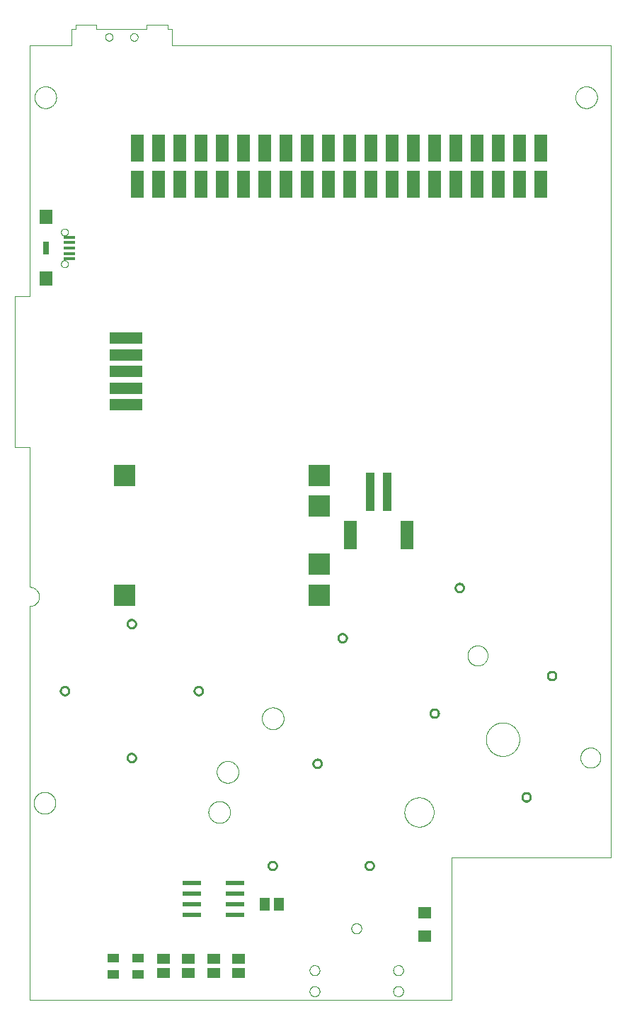
<source format=gbp>
G75*
%MOIN*%
%OFA0B0*%
%FSLAX25Y25*%
%IPPOS*%
%LPD*%
%AMOC8*
5,1,8,0,0,1.08239X$1,22.5*
%
%ADD10C,0.00000*%
%ADD11C,0.00039*%
%ADD12R,0.06000X0.13000*%
%ADD13R,0.10000X0.10000*%
%ADD14C,0.01000*%
%ADD15R,0.05512X0.04331*%
%ADD16R,0.05906X0.05118*%
%ADD17R,0.06299X0.05512*%
%ADD18R,0.08661X0.02362*%
%ADD19R,0.05118X0.05906*%
%ADD20R,0.15748X0.05512*%
%ADD21R,0.03937X0.18110*%
%ADD22R,0.06299X0.13386*%
%ADD23R,0.05709X0.01575*%
%ADD24R,0.05906X0.07087*%
%ADD25R,0.02756X0.05906*%
D10*
X0029320Y0017142D02*
X0029320Y0202181D01*
X0029453Y0202183D01*
X0029586Y0202189D01*
X0029718Y0202199D01*
X0029851Y0202212D01*
X0029982Y0202230D01*
X0030114Y0202251D01*
X0030244Y0202276D01*
X0030374Y0202305D01*
X0030503Y0202338D01*
X0030630Y0202375D01*
X0030757Y0202415D01*
X0030883Y0202459D01*
X0031007Y0202507D01*
X0031129Y0202558D01*
X0031250Y0202613D01*
X0031370Y0202672D01*
X0031487Y0202733D01*
X0031603Y0202799D01*
X0031717Y0202867D01*
X0031829Y0202939D01*
X0031938Y0203015D01*
X0032046Y0203093D01*
X0032151Y0203175D01*
X0032253Y0203259D01*
X0032353Y0203347D01*
X0032451Y0203437D01*
X0032545Y0203531D01*
X0032637Y0203627D01*
X0032726Y0203726D01*
X0032812Y0203827D01*
X0032895Y0203931D01*
X0032975Y0204037D01*
X0033052Y0204145D01*
X0033126Y0204256D01*
X0033196Y0204369D01*
X0033263Y0204483D01*
X0033327Y0204600D01*
X0033387Y0204719D01*
X0033444Y0204839D01*
X0033497Y0204961D01*
X0033546Y0205084D01*
X0033592Y0205209D01*
X0033635Y0205335D01*
X0033673Y0205462D01*
X0033708Y0205591D01*
X0033739Y0205720D01*
X0033766Y0205850D01*
X0033789Y0205981D01*
X0033809Y0206112D01*
X0033824Y0206245D01*
X0033836Y0206377D01*
X0033844Y0206510D01*
X0033848Y0206643D01*
X0033848Y0206775D01*
X0033844Y0206908D01*
X0033836Y0207041D01*
X0033824Y0207173D01*
X0033809Y0207306D01*
X0033789Y0207437D01*
X0033766Y0207568D01*
X0033739Y0207698D01*
X0033708Y0207827D01*
X0033673Y0207956D01*
X0033635Y0208083D01*
X0033592Y0208209D01*
X0033546Y0208334D01*
X0033497Y0208457D01*
X0033444Y0208579D01*
X0033387Y0208699D01*
X0033327Y0208818D01*
X0033263Y0208935D01*
X0033196Y0209049D01*
X0033126Y0209162D01*
X0033052Y0209273D01*
X0032975Y0209381D01*
X0032895Y0209487D01*
X0032812Y0209591D01*
X0032726Y0209692D01*
X0032637Y0209791D01*
X0032545Y0209887D01*
X0032451Y0209981D01*
X0032353Y0210071D01*
X0032253Y0210159D01*
X0032151Y0210243D01*
X0032046Y0210325D01*
X0031938Y0210403D01*
X0031829Y0210479D01*
X0031717Y0210551D01*
X0031603Y0210619D01*
X0031487Y0210685D01*
X0031370Y0210746D01*
X0031250Y0210805D01*
X0031129Y0210860D01*
X0031007Y0210911D01*
X0030883Y0210959D01*
X0030757Y0211003D01*
X0030630Y0211043D01*
X0030503Y0211080D01*
X0030374Y0211113D01*
X0030244Y0211142D01*
X0030114Y0211167D01*
X0029982Y0211188D01*
X0029851Y0211206D01*
X0029718Y0211219D01*
X0029586Y0211229D01*
X0029453Y0211235D01*
X0029320Y0211237D01*
X0029320Y0211236D02*
X0029320Y0276984D01*
X0022430Y0276984D01*
X0022430Y0347850D01*
X0029320Y0347850D01*
X0029320Y0465961D01*
X0049005Y0465961D01*
X0049005Y0473835D01*
X0050974Y0473835D01*
X0050974Y0475803D01*
X0060816Y0475803D01*
X0060816Y0473835D01*
X0084438Y0473835D01*
X0084438Y0475803D01*
X0094281Y0475803D01*
X0094281Y0473835D01*
X0096249Y0473835D01*
X0096249Y0465961D01*
X0302942Y0465961D01*
X0302942Y0083874D01*
X0228139Y0083874D01*
X0228139Y0017142D01*
X0029320Y0017142D01*
X0075383Y0130921D02*
X0075385Y0131009D01*
X0075391Y0131097D01*
X0075401Y0131185D01*
X0075415Y0131273D01*
X0075432Y0131359D01*
X0075454Y0131445D01*
X0075479Y0131529D01*
X0075509Y0131613D01*
X0075541Y0131695D01*
X0075578Y0131775D01*
X0075618Y0131854D01*
X0075662Y0131931D01*
X0075709Y0132006D01*
X0075759Y0132078D01*
X0075813Y0132149D01*
X0075869Y0132216D01*
X0075929Y0132282D01*
X0075991Y0132344D01*
X0076057Y0132404D01*
X0076124Y0132460D01*
X0076195Y0132514D01*
X0076267Y0132564D01*
X0076342Y0132611D01*
X0076419Y0132655D01*
X0076498Y0132695D01*
X0076578Y0132732D01*
X0076660Y0132764D01*
X0076744Y0132794D01*
X0076828Y0132819D01*
X0076914Y0132841D01*
X0077000Y0132858D01*
X0077088Y0132872D01*
X0077176Y0132882D01*
X0077264Y0132888D01*
X0077352Y0132890D01*
X0077440Y0132888D01*
X0077528Y0132882D01*
X0077616Y0132872D01*
X0077704Y0132858D01*
X0077790Y0132841D01*
X0077876Y0132819D01*
X0077960Y0132794D01*
X0078044Y0132764D01*
X0078126Y0132732D01*
X0078206Y0132695D01*
X0078285Y0132655D01*
X0078362Y0132611D01*
X0078437Y0132564D01*
X0078509Y0132514D01*
X0078580Y0132460D01*
X0078647Y0132404D01*
X0078713Y0132344D01*
X0078775Y0132282D01*
X0078835Y0132216D01*
X0078891Y0132149D01*
X0078945Y0132078D01*
X0078995Y0132006D01*
X0079042Y0131931D01*
X0079086Y0131854D01*
X0079126Y0131775D01*
X0079163Y0131695D01*
X0079195Y0131613D01*
X0079225Y0131529D01*
X0079250Y0131445D01*
X0079272Y0131359D01*
X0079289Y0131273D01*
X0079303Y0131185D01*
X0079313Y0131097D01*
X0079319Y0131009D01*
X0079321Y0130921D01*
X0079319Y0130833D01*
X0079313Y0130745D01*
X0079303Y0130657D01*
X0079289Y0130569D01*
X0079272Y0130483D01*
X0079250Y0130397D01*
X0079225Y0130313D01*
X0079195Y0130229D01*
X0079163Y0130147D01*
X0079126Y0130067D01*
X0079086Y0129988D01*
X0079042Y0129911D01*
X0078995Y0129836D01*
X0078945Y0129764D01*
X0078891Y0129693D01*
X0078835Y0129626D01*
X0078775Y0129560D01*
X0078713Y0129498D01*
X0078647Y0129438D01*
X0078580Y0129382D01*
X0078509Y0129328D01*
X0078437Y0129278D01*
X0078362Y0129231D01*
X0078285Y0129187D01*
X0078206Y0129147D01*
X0078126Y0129110D01*
X0078044Y0129078D01*
X0077960Y0129048D01*
X0077876Y0129023D01*
X0077790Y0129001D01*
X0077704Y0128984D01*
X0077616Y0128970D01*
X0077528Y0128960D01*
X0077440Y0128954D01*
X0077352Y0128952D01*
X0077264Y0128954D01*
X0077176Y0128960D01*
X0077088Y0128970D01*
X0077000Y0128984D01*
X0076914Y0129001D01*
X0076828Y0129023D01*
X0076744Y0129048D01*
X0076660Y0129078D01*
X0076578Y0129110D01*
X0076498Y0129147D01*
X0076419Y0129187D01*
X0076342Y0129231D01*
X0076267Y0129278D01*
X0076195Y0129328D01*
X0076124Y0129382D01*
X0076057Y0129438D01*
X0075991Y0129498D01*
X0075929Y0129560D01*
X0075869Y0129626D01*
X0075813Y0129693D01*
X0075759Y0129764D01*
X0075709Y0129836D01*
X0075662Y0129911D01*
X0075618Y0129988D01*
X0075578Y0130067D01*
X0075541Y0130147D01*
X0075509Y0130229D01*
X0075479Y0130313D01*
X0075454Y0130397D01*
X0075432Y0130483D01*
X0075415Y0130569D01*
X0075401Y0130657D01*
X0075391Y0130745D01*
X0075385Y0130833D01*
X0075383Y0130921D01*
X0043887Y0162417D02*
X0043889Y0162505D01*
X0043895Y0162593D01*
X0043905Y0162681D01*
X0043919Y0162769D01*
X0043936Y0162855D01*
X0043958Y0162941D01*
X0043983Y0163025D01*
X0044013Y0163109D01*
X0044045Y0163191D01*
X0044082Y0163271D01*
X0044122Y0163350D01*
X0044166Y0163427D01*
X0044213Y0163502D01*
X0044263Y0163574D01*
X0044317Y0163645D01*
X0044373Y0163712D01*
X0044433Y0163778D01*
X0044495Y0163840D01*
X0044561Y0163900D01*
X0044628Y0163956D01*
X0044699Y0164010D01*
X0044771Y0164060D01*
X0044846Y0164107D01*
X0044923Y0164151D01*
X0045002Y0164191D01*
X0045082Y0164228D01*
X0045164Y0164260D01*
X0045248Y0164290D01*
X0045332Y0164315D01*
X0045418Y0164337D01*
X0045504Y0164354D01*
X0045592Y0164368D01*
X0045680Y0164378D01*
X0045768Y0164384D01*
X0045856Y0164386D01*
X0045944Y0164384D01*
X0046032Y0164378D01*
X0046120Y0164368D01*
X0046208Y0164354D01*
X0046294Y0164337D01*
X0046380Y0164315D01*
X0046464Y0164290D01*
X0046548Y0164260D01*
X0046630Y0164228D01*
X0046710Y0164191D01*
X0046789Y0164151D01*
X0046866Y0164107D01*
X0046941Y0164060D01*
X0047013Y0164010D01*
X0047084Y0163956D01*
X0047151Y0163900D01*
X0047217Y0163840D01*
X0047279Y0163778D01*
X0047339Y0163712D01*
X0047395Y0163645D01*
X0047449Y0163574D01*
X0047499Y0163502D01*
X0047546Y0163427D01*
X0047590Y0163350D01*
X0047630Y0163271D01*
X0047667Y0163191D01*
X0047699Y0163109D01*
X0047729Y0163025D01*
X0047754Y0162941D01*
X0047776Y0162855D01*
X0047793Y0162769D01*
X0047807Y0162681D01*
X0047817Y0162593D01*
X0047823Y0162505D01*
X0047825Y0162417D01*
X0047823Y0162329D01*
X0047817Y0162241D01*
X0047807Y0162153D01*
X0047793Y0162065D01*
X0047776Y0161979D01*
X0047754Y0161893D01*
X0047729Y0161809D01*
X0047699Y0161725D01*
X0047667Y0161643D01*
X0047630Y0161563D01*
X0047590Y0161484D01*
X0047546Y0161407D01*
X0047499Y0161332D01*
X0047449Y0161260D01*
X0047395Y0161189D01*
X0047339Y0161122D01*
X0047279Y0161056D01*
X0047217Y0160994D01*
X0047151Y0160934D01*
X0047084Y0160878D01*
X0047013Y0160824D01*
X0046941Y0160774D01*
X0046866Y0160727D01*
X0046789Y0160683D01*
X0046710Y0160643D01*
X0046630Y0160606D01*
X0046548Y0160574D01*
X0046464Y0160544D01*
X0046380Y0160519D01*
X0046294Y0160497D01*
X0046208Y0160480D01*
X0046120Y0160466D01*
X0046032Y0160456D01*
X0045944Y0160450D01*
X0045856Y0160448D01*
X0045768Y0160450D01*
X0045680Y0160456D01*
X0045592Y0160466D01*
X0045504Y0160480D01*
X0045418Y0160497D01*
X0045332Y0160519D01*
X0045248Y0160544D01*
X0045164Y0160574D01*
X0045082Y0160606D01*
X0045002Y0160643D01*
X0044923Y0160683D01*
X0044846Y0160727D01*
X0044771Y0160774D01*
X0044699Y0160824D01*
X0044628Y0160878D01*
X0044561Y0160934D01*
X0044495Y0160994D01*
X0044433Y0161056D01*
X0044373Y0161122D01*
X0044317Y0161189D01*
X0044263Y0161260D01*
X0044213Y0161332D01*
X0044166Y0161407D01*
X0044122Y0161484D01*
X0044082Y0161563D01*
X0044045Y0161643D01*
X0044013Y0161725D01*
X0043983Y0161809D01*
X0043958Y0161893D01*
X0043936Y0161979D01*
X0043919Y0162065D01*
X0043905Y0162153D01*
X0043895Y0162241D01*
X0043889Y0162329D01*
X0043887Y0162417D01*
X0075383Y0193913D02*
X0075385Y0194001D01*
X0075391Y0194089D01*
X0075401Y0194177D01*
X0075415Y0194265D01*
X0075432Y0194351D01*
X0075454Y0194437D01*
X0075479Y0194521D01*
X0075509Y0194605D01*
X0075541Y0194687D01*
X0075578Y0194767D01*
X0075618Y0194846D01*
X0075662Y0194923D01*
X0075709Y0194998D01*
X0075759Y0195070D01*
X0075813Y0195141D01*
X0075869Y0195208D01*
X0075929Y0195274D01*
X0075991Y0195336D01*
X0076057Y0195396D01*
X0076124Y0195452D01*
X0076195Y0195506D01*
X0076267Y0195556D01*
X0076342Y0195603D01*
X0076419Y0195647D01*
X0076498Y0195687D01*
X0076578Y0195724D01*
X0076660Y0195756D01*
X0076744Y0195786D01*
X0076828Y0195811D01*
X0076914Y0195833D01*
X0077000Y0195850D01*
X0077088Y0195864D01*
X0077176Y0195874D01*
X0077264Y0195880D01*
X0077352Y0195882D01*
X0077440Y0195880D01*
X0077528Y0195874D01*
X0077616Y0195864D01*
X0077704Y0195850D01*
X0077790Y0195833D01*
X0077876Y0195811D01*
X0077960Y0195786D01*
X0078044Y0195756D01*
X0078126Y0195724D01*
X0078206Y0195687D01*
X0078285Y0195647D01*
X0078362Y0195603D01*
X0078437Y0195556D01*
X0078509Y0195506D01*
X0078580Y0195452D01*
X0078647Y0195396D01*
X0078713Y0195336D01*
X0078775Y0195274D01*
X0078835Y0195208D01*
X0078891Y0195141D01*
X0078945Y0195070D01*
X0078995Y0194998D01*
X0079042Y0194923D01*
X0079086Y0194846D01*
X0079126Y0194767D01*
X0079163Y0194687D01*
X0079195Y0194605D01*
X0079225Y0194521D01*
X0079250Y0194437D01*
X0079272Y0194351D01*
X0079289Y0194265D01*
X0079303Y0194177D01*
X0079313Y0194089D01*
X0079319Y0194001D01*
X0079321Y0193913D01*
X0079319Y0193825D01*
X0079313Y0193737D01*
X0079303Y0193649D01*
X0079289Y0193561D01*
X0079272Y0193475D01*
X0079250Y0193389D01*
X0079225Y0193305D01*
X0079195Y0193221D01*
X0079163Y0193139D01*
X0079126Y0193059D01*
X0079086Y0192980D01*
X0079042Y0192903D01*
X0078995Y0192828D01*
X0078945Y0192756D01*
X0078891Y0192685D01*
X0078835Y0192618D01*
X0078775Y0192552D01*
X0078713Y0192490D01*
X0078647Y0192430D01*
X0078580Y0192374D01*
X0078509Y0192320D01*
X0078437Y0192270D01*
X0078362Y0192223D01*
X0078285Y0192179D01*
X0078206Y0192139D01*
X0078126Y0192102D01*
X0078044Y0192070D01*
X0077960Y0192040D01*
X0077876Y0192015D01*
X0077790Y0191993D01*
X0077704Y0191976D01*
X0077616Y0191962D01*
X0077528Y0191952D01*
X0077440Y0191946D01*
X0077352Y0191944D01*
X0077264Y0191946D01*
X0077176Y0191952D01*
X0077088Y0191962D01*
X0077000Y0191976D01*
X0076914Y0191993D01*
X0076828Y0192015D01*
X0076744Y0192040D01*
X0076660Y0192070D01*
X0076578Y0192102D01*
X0076498Y0192139D01*
X0076419Y0192179D01*
X0076342Y0192223D01*
X0076267Y0192270D01*
X0076195Y0192320D01*
X0076124Y0192374D01*
X0076057Y0192430D01*
X0075991Y0192490D01*
X0075929Y0192552D01*
X0075869Y0192618D01*
X0075813Y0192685D01*
X0075759Y0192756D01*
X0075709Y0192828D01*
X0075662Y0192903D01*
X0075618Y0192980D01*
X0075578Y0193059D01*
X0075541Y0193139D01*
X0075509Y0193221D01*
X0075479Y0193305D01*
X0075454Y0193389D01*
X0075432Y0193475D01*
X0075415Y0193561D01*
X0075401Y0193649D01*
X0075391Y0193737D01*
X0075385Y0193825D01*
X0075383Y0193913D01*
X0106879Y0162417D02*
X0106881Y0162505D01*
X0106887Y0162593D01*
X0106897Y0162681D01*
X0106911Y0162769D01*
X0106928Y0162855D01*
X0106950Y0162941D01*
X0106975Y0163025D01*
X0107005Y0163109D01*
X0107037Y0163191D01*
X0107074Y0163271D01*
X0107114Y0163350D01*
X0107158Y0163427D01*
X0107205Y0163502D01*
X0107255Y0163574D01*
X0107309Y0163645D01*
X0107365Y0163712D01*
X0107425Y0163778D01*
X0107487Y0163840D01*
X0107553Y0163900D01*
X0107620Y0163956D01*
X0107691Y0164010D01*
X0107763Y0164060D01*
X0107838Y0164107D01*
X0107915Y0164151D01*
X0107994Y0164191D01*
X0108074Y0164228D01*
X0108156Y0164260D01*
X0108240Y0164290D01*
X0108324Y0164315D01*
X0108410Y0164337D01*
X0108496Y0164354D01*
X0108584Y0164368D01*
X0108672Y0164378D01*
X0108760Y0164384D01*
X0108848Y0164386D01*
X0108936Y0164384D01*
X0109024Y0164378D01*
X0109112Y0164368D01*
X0109200Y0164354D01*
X0109286Y0164337D01*
X0109372Y0164315D01*
X0109456Y0164290D01*
X0109540Y0164260D01*
X0109622Y0164228D01*
X0109702Y0164191D01*
X0109781Y0164151D01*
X0109858Y0164107D01*
X0109933Y0164060D01*
X0110005Y0164010D01*
X0110076Y0163956D01*
X0110143Y0163900D01*
X0110209Y0163840D01*
X0110271Y0163778D01*
X0110331Y0163712D01*
X0110387Y0163645D01*
X0110441Y0163574D01*
X0110491Y0163502D01*
X0110538Y0163427D01*
X0110582Y0163350D01*
X0110622Y0163271D01*
X0110659Y0163191D01*
X0110691Y0163109D01*
X0110721Y0163025D01*
X0110746Y0162941D01*
X0110768Y0162855D01*
X0110785Y0162769D01*
X0110799Y0162681D01*
X0110809Y0162593D01*
X0110815Y0162505D01*
X0110817Y0162417D01*
X0110815Y0162329D01*
X0110809Y0162241D01*
X0110799Y0162153D01*
X0110785Y0162065D01*
X0110768Y0161979D01*
X0110746Y0161893D01*
X0110721Y0161809D01*
X0110691Y0161725D01*
X0110659Y0161643D01*
X0110622Y0161563D01*
X0110582Y0161484D01*
X0110538Y0161407D01*
X0110491Y0161332D01*
X0110441Y0161260D01*
X0110387Y0161189D01*
X0110331Y0161122D01*
X0110271Y0161056D01*
X0110209Y0160994D01*
X0110143Y0160934D01*
X0110076Y0160878D01*
X0110005Y0160824D01*
X0109933Y0160774D01*
X0109858Y0160727D01*
X0109781Y0160683D01*
X0109702Y0160643D01*
X0109622Y0160606D01*
X0109540Y0160574D01*
X0109456Y0160544D01*
X0109372Y0160519D01*
X0109286Y0160497D01*
X0109200Y0160480D01*
X0109112Y0160466D01*
X0109024Y0160456D01*
X0108936Y0160450D01*
X0108848Y0160448D01*
X0108760Y0160450D01*
X0108672Y0160456D01*
X0108584Y0160466D01*
X0108496Y0160480D01*
X0108410Y0160497D01*
X0108324Y0160519D01*
X0108240Y0160544D01*
X0108156Y0160574D01*
X0108074Y0160606D01*
X0107994Y0160643D01*
X0107915Y0160683D01*
X0107838Y0160727D01*
X0107763Y0160774D01*
X0107691Y0160824D01*
X0107620Y0160878D01*
X0107553Y0160934D01*
X0107487Y0160994D01*
X0107425Y0161056D01*
X0107365Y0161122D01*
X0107309Y0161189D01*
X0107255Y0161260D01*
X0107205Y0161332D01*
X0107158Y0161407D01*
X0107114Y0161484D01*
X0107074Y0161563D01*
X0107037Y0161643D01*
X0107005Y0161725D01*
X0106975Y0161809D01*
X0106950Y0161893D01*
X0106928Y0161979D01*
X0106911Y0162065D01*
X0106897Y0162153D01*
X0106887Y0162241D01*
X0106881Y0162329D01*
X0106879Y0162417D01*
X0141741Y0080173D02*
X0141743Y0080261D01*
X0141749Y0080349D01*
X0141759Y0080437D01*
X0141773Y0080525D01*
X0141790Y0080611D01*
X0141812Y0080697D01*
X0141837Y0080781D01*
X0141867Y0080865D01*
X0141899Y0080947D01*
X0141936Y0081027D01*
X0141976Y0081106D01*
X0142020Y0081183D01*
X0142067Y0081258D01*
X0142117Y0081330D01*
X0142171Y0081401D01*
X0142227Y0081468D01*
X0142287Y0081534D01*
X0142349Y0081596D01*
X0142415Y0081656D01*
X0142482Y0081712D01*
X0142553Y0081766D01*
X0142625Y0081816D01*
X0142700Y0081863D01*
X0142777Y0081907D01*
X0142856Y0081947D01*
X0142936Y0081984D01*
X0143018Y0082016D01*
X0143102Y0082046D01*
X0143186Y0082071D01*
X0143272Y0082093D01*
X0143358Y0082110D01*
X0143446Y0082124D01*
X0143534Y0082134D01*
X0143622Y0082140D01*
X0143710Y0082142D01*
X0143798Y0082140D01*
X0143886Y0082134D01*
X0143974Y0082124D01*
X0144062Y0082110D01*
X0144148Y0082093D01*
X0144234Y0082071D01*
X0144318Y0082046D01*
X0144402Y0082016D01*
X0144484Y0081984D01*
X0144564Y0081947D01*
X0144643Y0081907D01*
X0144720Y0081863D01*
X0144795Y0081816D01*
X0144867Y0081766D01*
X0144938Y0081712D01*
X0145005Y0081656D01*
X0145071Y0081596D01*
X0145133Y0081534D01*
X0145193Y0081468D01*
X0145249Y0081401D01*
X0145303Y0081330D01*
X0145353Y0081258D01*
X0145400Y0081183D01*
X0145444Y0081106D01*
X0145484Y0081027D01*
X0145521Y0080947D01*
X0145553Y0080865D01*
X0145583Y0080781D01*
X0145608Y0080697D01*
X0145630Y0080611D01*
X0145647Y0080525D01*
X0145661Y0080437D01*
X0145671Y0080349D01*
X0145677Y0080261D01*
X0145679Y0080173D01*
X0145677Y0080085D01*
X0145671Y0079997D01*
X0145661Y0079909D01*
X0145647Y0079821D01*
X0145630Y0079735D01*
X0145608Y0079649D01*
X0145583Y0079565D01*
X0145553Y0079481D01*
X0145521Y0079399D01*
X0145484Y0079319D01*
X0145444Y0079240D01*
X0145400Y0079163D01*
X0145353Y0079088D01*
X0145303Y0079016D01*
X0145249Y0078945D01*
X0145193Y0078878D01*
X0145133Y0078812D01*
X0145071Y0078750D01*
X0145005Y0078690D01*
X0144938Y0078634D01*
X0144867Y0078580D01*
X0144795Y0078530D01*
X0144720Y0078483D01*
X0144643Y0078439D01*
X0144564Y0078399D01*
X0144484Y0078362D01*
X0144402Y0078330D01*
X0144318Y0078300D01*
X0144234Y0078275D01*
X0144148Y0078253D01*
X0144062Y0078236D01*
X0143974Y0078222D01*
X0143886Y0078212D01*
X0143798Y0078206D01*
X0143710Y0078204D01*
X0143622Y0078206D01*
X0143534Y0078212D01*
X0143446Y0078222D01*
X0143358Y0078236D01*
X0143272Y0078253D01*
X0143186Y0078275D01*
X0143102Y0078300D01*
X0143018Y0078330D01*
X0142936Y0078362D01*
X0142856Y0078399D01*
X0142777Y0078439D01*
X0142700Y0078483D01*
X0142625Y0078530D01*
X0142553Y0078580D01*
X0142482Y0078634D01*
X0142415Y0078690D01*
X0142349Y0078750D01*
X0142287Y0078812D01*
X0142227Y0078878D01*
X0142171Y0078945D01*
X0142117Y0079016D01*
X0142067Y0079088D01*
X0142020Y0079163D01*
X0141976Y0079240D01*
X0141936Y0079319D01*
X0141899Y0079399D01*
X0141867Y0079481D01*
X0141837Y0079565D01*
X0141812Y0079649D01*
X0141790Y0079735D01*
X0141773Y0079821D01*
X0141759Y0079909D01*
X0141749Y0079997D01*
X0141743Y0080085D01*
X0141741Y0080173D01*
X0162863Y0128205D02*
X0162865Y0128293D01*
X0162871Y0128381D01*
X0162881Y0128469D01*
X0162895Y0128557D01*
X0162912Y0128643D01*
X0162934Y0128729D01*
X0162959Y0128813D01*
X0162989Y0128897D01*
X0163021Y0128979D01*
X0163058Y0129059D01*
X0163098Y0129138D01*
X0163142Y0129215D01*
X0163189Y0129290D01*
X0163239Y0129362D01*
X0163293Y0129433D01*
X0163349Y0129500D01*
X0163409Y0129566D01*
X0163471Y0129628D01*
X0163537Y0129688D01*
X0163604Y0129744D01*
X0163675Y0129798D01*
X0163747Y0129848D01*
X0163822Y0129895D01*
X0163899Y0129939D01*
X0163978Y0129979D01*
X0164058Y0130016D01*
X0164140Y0130048D01*
X0164224Y0130078D01*
X0164308Y0130103D01*
X0164394Y0130125D01*
X0164480Y0130142D01*
X0164568Y0130156D01*
X0164656Y0130166D01*
X0164744Y0130172D01*
X0164832Y0130174D01*
X0164920Y0130172D01*
X0165008Y0130166D01*
X0165096Y0130156D01*
X0165184Y0130142D01*
X0165270Y0130125D01*
X0165356Y0130103D01*
X0165440Y0130078D01*
X0165524Y0130048D01*
X0165606Y0130016D01*
X0165686Y0129979D01*
X0165765Y0129939D01*
X0165842Y0129895D01*
X0165917Y0129848D01*
X0165989Y0129798D01*
X0166060Y0129744D01*
X0166127Y0129688D01*
X0166193Y0129628D01*
X0166255Y0129566D01*
X0166315Y0129500D01*
X0166371Y0129433D01*
X0166425Y0129362D01*
X0166475Y0129290D01*
X0166522Y0129215D01*
X0166566Y0129138D01*
X0166606Y0129059D01*
X0166643Y0128979D01*
X0166675Y0128897D01*
X0166705Y0128813D01*
X0166730Y0128729D01*
X0166752Y0128643D01*
X0166769Y0128557D01*
X0166783Y0128469D01*
X0166793Y0128381D01*
X0166799Y0128293D01*
X0166801Y0128205D01*
X0166799Y0128117D01*
X0166793Y0128029D01*
X0166783Y0127941D01*
X0166769Y0127853D01*
X0166752Y0127767D01*
X0166730Y0127681D01*
X0166705Y0127597D01*
X0166675Y0127513D01*
X0166643Y0127431D01*
X0166606Y0127351D01*
X0166566Y0127272D01*
X0166522Y0127195D01*
X0166475Y0127120D01*
X0166425Y0127048D01*
X0166371Y0126977D01*
X0166315Y0126910D01*
X0166255Y0126844D01*
X0166193Y0126782D01*
X0166127Y0126722D01*
X0166060Y0126666D01*
X0165989Y0126612D01*
X0165917Y0126562D01*
X0165842Y0126515D01*
X0165765Y0126471D01*
X0165686Y0126431D01*
X0165606Y0126394D01*
X0165524Y0126362D01*
X0165440Y0126332D01*
X0165356Y0126307D01*
X0165270Y0126285D01*
X0165184Y0126268D01*
X0165096Y0126254D01*
X0165008Y0126244D01*
X0164920Y0126238D01*
X0164832Y0126236D01*
X0164744Y0126238D01*
X0164656Y0126244D01*
X0164568Y0126254D01*
X0164480Y0126268D01*
X0164394Y0126285D01*
X0164308Y0126307D01*
X0164224Y0126332D01*
X0164140Y0126362D01*
X0164058Y0126394D01*
X0163978Y0126431D01*
X0163899Y0126471D01*
X0163822Y0126515D01*
X0163747Y0126562D01*
X0163675Y0126612D01*
X0163604Y0126666D01*
X0163537Y0126722D01*
X0163471Y0126782D01*
X0163409Y0126844D01*
X0163349Y0126910D01*
X0163293Y0126977D01*
X0163239Y0127048D01*
X0163189Y0127120D01*
X0163142Y0127195D01*
X0163098Y0127272D01*
X0163058Y0127351D01*
X0163021Y0127431D01*
X0162989Y0127513D01*
X0162959Y0127597D01*
X0162934Y0127681D01*
X0162912Y0127767D01*
X0162895Y0127853D01*
X0162881Y0127941D01*
X0162871Y0128029D01*
X0162865Y0128117D01*
X0162863Y0128205D01*
X0187410Y0080173D02*
X0187412Y0080261D01*
X0187418Y0080349D01*
X0187428Y0080437D01*
X0187442Y0080525D01*
X0187459Y0080611D01*
X0187481Y0080697D01*
X0187506Y0080781D01*
X0187536Y0080865D01*
X0187568Y0080947D01*
X0187605Y0081027D01*
X0187645Y0081106D01*
X0187689Y0081183D01*
X0187736Y0081258D01*
X0187786Y0081330D01*
X0187840Y0081401D01*
X0187896Y0081468D01*
X0187956Y0081534D01*
X0188018Y0081596D01*
X0188084Y0081656D01*
X0188151Y0081712D01*
X0188222Y0081766D01*
X0188294Y0081816D01*
X0188369Y0081863D01*
X0188446Y0081907D01*
X0188525Y0081947D01*
X0188605Y0081984D01*
X0188687Y0082016D01*
X0188771Y0082046D01*
X0188855Y0082071D01*
X0188941Y0082093D01*
X0189027Y0082110D01*
X0189115Y0082124D01*
X0189203Y0082134D01*
X0189291Y0082140D01*
X0189379Y0082142D01*
X0189467Y0082140D01*
X0189555Y0082134D01*
X0189643Y0082124D01*
X0189731Y0082110D01*
X0189817Y0082093D01*
X0189903Y0082071D01*
X0189987Y0082046D01*
X0190071Y0082016D01*
X0190153Y0081984D01*
X0190233Y0081947D01*
X0190312Y0081907D01*
X0190389Y0081863D01*
X0190464Y0081816D01*
X0190536Y0081766D01*
X0190607Y0081712D01*
X0190674Y0081656D01*
X0190740Y0081596D01*
X0190802Y0081534D01*
X0190862Y0081468D01*
X0190918Y0081401D01*
X0190972Y0081330D01*
X0191022Y0081258D01*
X0191069Y0081183D01*
X0191113Y0081106D01*
X0191153Y0081027D01*
X0191190Y0080947D01*
X0191222Y0080865D01*
X0191252Y0080781D01*
X0191277Y0080697D01*
X0191299Y0080611D01*
X0191316Y0080525D01*
X0191330Y0080437D01*
X0191340Y0080349D01*
X0191346Y0080261D01*
X0191348Y0080173D01*
X0191346Y0080085D01*
X0191340Y0079997D01*
X0191330Y0079909D01*
X0191316Y0079821D01*
X0191299Y0079735D01*
X0191277Y0079649D01*
X0191252Y0079565D01*
X0191222Y0079481D01*
X0191190Y0079399D01*
X0191153Y0079319D01*
X0191113Y0079240D01*
X0191069Y0079163D01*
X0191022Y0079088D01*
X0190972Y0079016D01*
X0190918Y0078945D01*
X0190862Y0078878D01*
X0190802Y0078812D01*
X0190740Y0078750D01*
X0190674Y0078690D01*
X0190607Y0078634D01*
X0190536Y0078580D01*
X0190464Y0078530D01*
X0190389Y0078483D01*
X0190312Y0078439D01*
X0190233Y0078399D01*
X0190153Y0078362D01*
X0190071Y0078330D01*
X0189987Y0078300D01*
X0189903Y0078275D01*
X0189817Y0078253D01*
X0189731Y0078236D01*
X0189643Y0078222D01*
X0189555Y0078212D01*
X0189467Y0078206D01*
X0189379Y0078204D01*
X0189291Y0078206D01*
X0189203Y0078212D01*
X0189115Y0078222D01*
X0189027Y0078236D01*
X0188941Y0078253D01*
X0188855Y0078275D01*
X0188771Y0078300D01*
X0188687Y0078330D01*
X0188605Y0078362D01*
X0188525Y0078399D01*
X0188446Y0078439D01*
X0188369Y0078483D01*
X0188294Y0078530D01*
X0188222Y0078580D01*
X0188151Y0078634D01*
X0188084Y0078690D01*
X0188018Y0078750D01*
X0187956Y0078812D01*
X0187896Y0078878D01*
X0187840Y0078945D01*
X0187786Y0079016D01*
X0187736Y0079088D01*
X0187689Y0079163D01*
X0187645Y0079240D01*
X0187605Y0079319D01*
X0187568Y0079399D01*
X0187536Y0079481D01*
X0187506Y0079565D01*
X0187481Y0079649D01*
X0187459Y0079735D01*
X0187442Y0079821D01*
X0187428Y0079909D01*
X0187418Y0079997D01*
X0187412Y0080085D01*
X0187410Y0080173D01*
X0180895Y0050606D02*
X0180897Y0050703D01*
X0180903Y0050800D01*
X0180913Y0050896D01*
X0180927Y0050992D01*
X0180945Y0051088D01*
X0180966Y0051182D01*
X0180992Y0051276D01*
X0181021Y0051368D01*
X0181055Y0051459D01*
X0181091Y0051549D01*
X0181132Y0051637D01*
X0181176Y0051723D01*
X0181224Y0051808D01*
X0181275Y0051890D01*
X0181329Y0051971D01*
X0181387Y0052049D01*
X0181448Y0052124D01*
X0181511Y0052197D01*
X0181578Y0052268D01*
X0181648Y0052335D01*
X0181720Y0052400D01*
X0181795Y0052461D01*
X0181873Y0052520D01*
X0181952Y0052575D01*
X0182034Y0052627D01*
X0182118Y0052675D01*
X0182204Y0052720D01*
X0182292Y0052762D01*
X0182381Y0052800D01*
X0182472Y0052834D01*
X0182564Y0052864D01*
X0182657Y0052891D01*
X0182752Y0052913D01*
X0182847Y0052932D01*
X0182943Y0052947D01*
X0183039Y0052958D01*
X0183136Y0052965D01*
X0183233Y0052968D01*
X0183330Y0052967D01*
X0183427Y0052962D01*
X0183523Y0052953D01*
X0183619Y0052940D01*
X0183715Y0052923D01*
X0183810Y0052902D01*
X0183903Y0052878D01*
X0183996Y0052849D01*
X0184088Y0052817D01*
X0184178Y0052781D01*
X0184266Y0052742D01*
X0184353Y0052698D01*
X0184438Y0052652D01*
X0184521Y0052601D01*
X0184602Y0052548D01*
X0184680Y0052491D01*
X0184757Y0052431D01*
X0184830Y0052368D01*
X0184901Y0052302D01*
X0184969Y0052233D01*
X0185035Y0052161D01*
X0185097Y0052087D01*
X0185156Y0052010D01*
X0185212Y0051931D01*
X0185265Y0051849D01*
X0185315Y0051766D01*
X0185360Y0051680D01*
X0185403Y0051593D01*
X0185442Y0051504D01*
X0185477Y0051414D01*
X0185508Y0051322D01*
X0185535Y0051229D01*
X0185559Y0051135D01*
X0185579Y0051040D01*
X0185595Y0050944D01*
X0185607Y0050848D01*
X0185615Y0050751D01*
X0185619Y0050654D01*
X0185619Y0050558D01*
X0185615Y0050461D01*
X0185607Y0050364D01*
X0185595Y0050268D01*
X0185579Y0050172D01*
X0185559Y0050077D01*
X0185535Y0049983D01*
X0185508Y0049890D01*
X0185477Y0049798D01*
X0185442Y0049708D01*
X0185403Y0049619D01*
X0185360Y0049532D01*
X0185315Y0049446D01*
X0185265Y0049363D01*
X0185212Y0049281D01*
X0185156Y0049202D01*
X0185097Y0049125D01*
X0185035Y0049051D01*
X0184969Y0048979D01*
X0184901Y0048910D01*
X0184830Y0048844D01*
X0184757Y0048781D01*
X0184680Y0048721D01*
X0184602Y0048664D01*
X0184521Y0048611D01*
X0184438Y0048560D01*
X0184353Y0048514D01*
X0184266Y0048470D01*
X0184178Y0048431D01*
X0184088Y0048395D01*
X0183996Y0048363D01*
X0183903Y0048334D01*
X0183810Y0048310D01*
X0183715Y0048289D01*
X0183619Y0048272D01*
X0183523Y0048259D01*
X0183427Y0048250D01*
X0183330Y0048245D01*
X0183233Y0048244D01*
X0183136Y0048247D01*
X0183039Y0048254D01*
X0182943Y0048265D01*
X0182847Y0048280D01*
X0182752Y0048299D01*
X0182657Y0048321D01*
X0182564Y0048348D01*
X0182472Y0048378D01*
X0182381Y0048412D01*
X0182292Y0048450D01*
X0182204Y0048492D01*
X0182118Y0048537D01*
X0182034Y0048585D01*
X0181952Y0048637D01*
X0181873Y0048692D01*
X0181795Y0048751D01*
X0181720Y0048812D01*
X0181648Y0048877D01*
X0181578Y0048944D01*
X0181511Y0049015D01*
X0181448Y0049088D01*
X0181387Y0049163D01*
X0181329Y0049241D01*
X0181275Y0049322D01*
X0181224Y0049404D01*
X0181176Y0049489D01*
X0181132Y0049575D01*
X0181091Y0049663D01*
X0181055Y0049753D01*
X0181021Y0049844D01*
X0180992Y0049936D01*
X0180966Y0050030D01*
X0180945Y0050124D01*
X0180927Y0050220D01*
X0180913Y0050316D01*
X0180903Y0050412D01*
X0180897Y0050509D01*
X0180895Y0050606D01*
X0161210Y0030921D02*
X0161212Y0031018D01*
X0161218Y0031115D01*
X0161228Y0031211D01*
X0161242Y0031307D01*
X0161260Y0031403D01*
X0161281Y0031497D01*
X0161307Y0031591D01*
X0161336Y0031683D01*
X0161370Y0031774D01*
X0161406Y0031864D01*
X0161447Y0031952D01*
X0161491Y0032038D01*
X0161539Y0032123D01*
X0161590Y0032205D01*
X0161644Y0032286D01*
X0161702Y0032364D01*
X0161763Y0032439D01*
X0161826Y0032512D01*
X0161893Y0032583D01*
X0161963Y0032650D01*
X0162035Y0032715D01*
X0162110Y0032776D01*
X0162188Y0032835D01*
X0162267Y0032890D01*
X0162349Y0032942D01*
X0162433Y0032990D01*
X0162519Y0033035D01*
X0162607Y0033077D01*
X0162696Y0033115D01*
X0162787Y0033149D01*
X0162879Y0033179D01*
X0162972Y0033206D01*
X0163067Y0033228D01*
X0163162Y0033247D01*
X0163258Y0033262D01*
X0163354Y0033273D01*
X0163451Y0033280D01*
X0163548Y0033283D01*
X0163645Y0033282D01*
X0163742Y0033277D01*
X0163838Y0033268D01*
X0163934Y0033255D01*
X0164030Y0033238D01*
X0164125Y0033217D01*
X0164218Y0033193D01*
X0164311Y0033164D01*
X0164403Y0033132D01*
X0164493Y0033096D01*
X0164581Y0033057D01*
X0164668Y0033013D01*
X0164753Y0032967D01*
X0164836Y0032916D01*
X0164917Y0032863D01*
X0164995Y0032806D01*
X0165072Y0032746D01*
X0165145Y0032683D01*
X0165216Y0032617D01*
X0165284Y0032548D01*
X0165350Y0032476D01*
X0165412Y0032402D01*
X0165471Y0032325D01*
X0165527Y0032246D01*
X0165580Y0032164D01*
X0165630Y0032081D01*
X0165675Y0031995D01*
X0165718Y0031908D01*
X0165757Y0031819D01*
X0165792Y0031729D01*
X0165823Y0031637D01*
X0165850Y0031544D01*
X0165874Y0031450D01*
X0165894Y0031355D01*
X0165910Y0031259D01*
X0165922Y0031163D01*
X0165930Y0031066D01*
X0165934Y0030969D01*
X0165934Y0030873D01*
X0165930Y0030776D01*
X0165922Y0030679D01*
X0165910Y0030583D01*
X0165894Y0030487D01*
X0165874Y0030392D01*
X0165850Y0030298D01*
X0165823Y0030205D01*
X0165792Y0030113D01*
X0165757Y0030023D01*
X0165718Y0029934D01*
X0165675Y0029847D01*
X0165630Y0029761D01*
X0165580Y0029678D01*
X0165527Y0029596D01*
X0165471Y0029517D01*
X0165412Y0029440D01*
X0165350Y0029366D01*
X0165284Y0029294D01*
X0165216Y0029225D01*
X0165145Y0029159D01*
X0165072Y0029096D01*
X0164995Y0029036D01*
X0164917Y0028979D01*
X0164836Y0028926D01*
X0164753Y0028875D01*
X0164668Y0028829D01*
X0164581Y0028785D01*
X0164493Y0028746D01*
X0164403Y0028710D01*
X0164311Y0028678D01*
X0164218Y0028649D01*
X0164125Y0028625D01*
X0164030Y0028604D01*
X0163934Y0028587D01*
X0163838Y0028574D01*
X0163742Y0028565D01*
X0163645Y0028560D01*
X0163548Y0028559D01*
X0163451Y0028562D01*
X0163354Y0028569D01*
X0163258Y0028580D01*
X0163162Y0028595D01*
X0163067Y0028614D01*
X0162972Y0028636D01*
X0162879Y0028663D01*
X0162787Y0028693D01*
X0162696Y0028727D01*
X0162607Y0028765D01*
X0162519Y0028807D01*
X0162433Y0028852D01*
X0162349Y0028900D01*
X0162267Y0028952D01*
X0162188Y0029007D01*
X0162110Y0029066D01*
X0162035Y0029127D01*
X0161963Y0029192D01*
X0161893Y0029259D01*
X0161826Y0029330D01*
X0161763Y0029403D01*
X0161702Y0029478D01*
X0161644Y0029556D01*
X0161590Y0029637D01*
X0161539Y0029719D01*
X0161491Y0029804D01*
X0161447Y0029890D01*
X0161406Y0029978D01*
X0161370Y0030068D01*
X0161336Y0030159D01*
X0161307Y0030251D01*
X0161281Y0030345D01*
X0161260Y0030439D01*
X0161242Y0030535D01*
X0161228Y0030631D01*
X0161218Y0030727D01*
X0161212Y0030824D01*
X0161210Y0030921D01*
X0161210Y0021079D02*
X0161212Y0021176D01*
X0161218Y0021273D01*
X0161228Y0021369D01*
X0161242Y0021465D01*
X0161260Y0021561D01*
X0161281Y0021655D01*
X0161307Y0021749D01*
X0161336Y0021841D01*
X0161370Y0021932D01*
X0161406Y0022022D01*
X0161447Y0022110D01*
X0161491Y0022196D01*
X0161539Y0022281D01*
X0161590Y0022363D01*
X0161644Y0022444D01*
X0161702Y0022522D01*
X0161763Y0022597D01*
X0161826Y0022670D01*
X0161893Y0022741D01*
X0161963Y0022808D01*
X0162035Y0022873D01*
X0162110Y0022934D01*
X0162188Y0022993D01*
X0162267Y0023048D01*
X0162349Y0023100D01*
X0162433Y0023148D01*
X0162519Y0023193D01*
X0162607Y0023235D01*
X0162696Y0023273D01*
X0162787Y0023307D01*
X0162879Y0023337D01*
X0162972Y0023364D01*
X0163067Y0023386D01*
X0163162Y0023405D01*
X0163258Y0023420D01*
X0163354Y0023431D01*
X0163451Y0023438D01*
X0163548Y0023441D01*
X0163645Y0023440D01*
X0163742Y0023435D01*
X0163838Y0023426D01*
X0163934Y0023413D01*
X0164030Y0023396D01*
X0164125Y0023375D01*
X0164218Y0023351D01*
X0164311Y0023322D01*
X0164403Y0023290D01*
X0164493Y0023254D01*
X0164581Y0023215D01*
X0164668Y0023171D01*
X0164753Y0023125D01*
X0164836Y0023074D01*
X0164917Y0023021D01*
X0164995Y0022964D01*
X0165072Y0022904D01*
X0165145Y0022841D01*
X0165216Y0022775D01*
X0165284Y0022706D01*
X0165350Y0022634D01*
X0165412Y0022560D01*
X0165471Y0022483D01*
X0165527Y0022404D01*
X0165580Y0022322D01*
X0165630Y0022239D01*
X0165675Y0022153D01*
X0165718Y0022066D01*
X0165757Y0021977D01*
X0165792Y0021887D01*
X0165823Y0021795D01*
X0165850Y0021702D01*
X0165874Y0021608D01*
X0165894Y0021513D01*
X0165910Y0021417D01*
X0165922Y0021321D01*
X0165930Y0021224D01*
X0165934Y0021127D01*
X0165934Y0021031D01*
X0165930Y0020934D01*
X0165922Y0020837D01*
X0165910Y0020741D01*
X0165894Y0020645D01*
X0165874Y0020550D01*
X0165850Y0020456D01*
X0165823Y0020363D01*
X0165792Y0020271D01*
X0165757Y0020181D01*
X0165718Y0020092D01*
X0165675Y0020005D01*
X0165630Y0019919D01*
X0165580Y0019836D01*
X0165527Y0019754D01*
X0165471Y0019675D01*
X0165412Y0019598D01*
X0165350Y0019524D01*
X0165284Y0019452D01*
X0165216Y0019383D01*
X0165145Y0019317D01*
X0165072Y0019254D01*
X0164995Y0019194D01*
X0164917Y0019137D01*
X0164836Y0019084D01*
X0164753Y0019033D01*
X0164668Y0018987D01*
X0164581Y0018943D01*
X0164493Y0018904D01*
X0164403Y0018868D01*
X0164311Y0018836D01*
X0164218Y0018807D01*
X0164125Y0018783D01*
X0164030Y0018762D01*
X0163934Y0018745D01*
X0163838Y0018732D01*
X0163742Y0018723D01*
X0163645Y0018718D01*
X0163548Y0018717D01*
X0163451Y0018720D01*
X0163354Y0018727D01*
X0163258Y0018738D01*
X0163162Y0018753D01*
X0163067Y0018772D01*
X0162972Y0018794D01*
X0162879Y0018821D01*
X0162787Y0018851D01*
X0162696Y0018885D01*
X0162607Y0018923D01*
X0162519Y0018965D01*
X0162433Y0019010D01*
X0162349Y0019058D01*
X0162267Y0019110D01*
X0162188Y0019165D01*
X0162110Y0019224D01*
X0162035Y0019285D01*
X0161963Y0019350D01*
X0161893Y0019417D01*
X0161826Y0019488D01*
X0161763Y0019561D01*
X0161702Y0019636D01*
X0161644Y0019714D01*
X0161590Y0019795D01*
X0161539Y0019877D01*
X0161491Y0019962D01*
X0161447Y0020048D01*
X0161406Y0020136D01*
X0161370Y0020226D01*
X0161336Y0020317D01*
X0161307Y0020409D01*
X0161281Y0020503D01*
X0161260Y0020597D01*
X0161242Y0020693D01*
X0161228Y0020789D01*
X0161218Y0020885D01*
X0161212Y0020982D01*
X0161210Y0021079D01*
X0200580Y0021079D02*
X0200582Y0021176D01*
X0200588Y0021273D01*
X0200598Y0021369D01*
X0200612Y0021465D01*
X0200630Y0021561D01*
X0200651Y0021655D01*
X0200677Y0021749D01*
X0200706Y0021841D01*
X0200740Y0021932D01*
X0200776Y0022022D01*
X0200817Y0022110D01*
X0200861Y0022196D01*
X0200909Y0022281D01*
X0200960Y0022363D01*
X0201014Y0022444D01*
X0201072Y0022522D01*
X0201133Y0022597D01*
X0201196Y0022670D01*
X0201263Y0022741D01*
X0201333Y0022808D01*
X0201405Y0022873D01*
X0201480Y0022934D01*
X0201558Y0022993D01*
X0201637Y0023048D01*
X0201719Y0023100D01*
X0201803Y0023148D01*
X0201889Y0023193D01*
X0201977Y0023235D01*
X0202066Y0023273D01*
X0202157Y0023307D01*
X0202249Y0023337D01*
X0202342Y0023364D01*
X0202437Y0023386D01*
X0202532Y0023405D01*
X0202628Y0023420D01*
X0202724Y0023431D01*
X0202821Y0023438D01*
X0202918Y0023441D01*
X0203015Y0023440D01*
X0203112Y0023435D01*
X0203208Y0023426D01*
X0203304Y0023413D01*
X0203400Y0023396D01*
X0203495Y0023375D01*
X0203588Y0023351D01*
X0203681Y0023322D01*
X0203773Y0023290D01*
X0203863Y0023254D01*
X0203951Y0023215D01*
X0204038Y0023171D01*
X0204123Y0023125D01*
X0204206Y0023074D01*
X0204287Y0023021D01*
X0204365Y0022964D01*
X0204442Y0022904D01*
X0204515Y0022841D01*
X0204586Y0022775D01*
X0204654Y0022706D01*
X0204720Y0022634D01*
X0204782Y0022560D01*
X0204841Y0022483D01*
X0204897Y0022404D01*
X0204950Y0022322D01*
X0205000Y0022239D01*
X0205045Y0022153D01*
X0205088Y0022066D01*
X0205127Y0021977D01*
X0205162Y0021887D01*
X0205193Y0021795D01*
X0205220Y0021702D01*
X0205244Y0021608D01*
X0205264Y0021513D01*
X0205280Y0021417D01*
X0205292Y0021321D01*
X0205300Y0021224D01*
X0205304Y0021127D01*
X0205304Y0021031D01*
X0205300Y0020934D01*
X0205292Y0020837D01*
X0205280Y0020741D01*
X0205264Y0020645D01*
X0205244Y0020550D01*
X0205220Y0020456D01*
X0205193Y0020363D01*
X0205162Y0020271D01*
X0205127Y0020181D01*
X0205088Y0020092D01*
X0205045Y0020005D01*
X0205000Y0019919D01*
X0204950Y0019836D01*
X0204897Y0019754D01*
X0204841Y0019675D01*
X0204782Y0019598D01*
X0204720Y0019524D01*
X0204654Y0019452D01*
X0204586Y0019383D01*
X0204515Y0019317D01*
X0204442Y0019254D01*
X0204365Y0019194D01*
X0204287Y0019137D01*
X0204206Y0019084D01*
X0204123Y0019033D01*
X0204038Y0018987D01*
X0203951Y0018943D01*
X0203863Y0018904D01*
X0203773Y0018868D01*
X0203681Y0018836D01*
X0203588Y0018807D01*
X0203495Y0018783D01*
X0203400Y0018762D01*
X0203304Y0018745D01*
X0203208Y0018732D01*
X0203112Y0018723D01*
X0203015Y0018718D01*
X0202918Y0018717D01*
X0202821Y0018720D01*
X0202724Y0018727D01*
X0202628Y0018738D01*
X0202532Y0018753D01*
X0202437Y0018772D01*
X0202342Y0018794D01*
X0202249Y0018821D01*
X0202157Y0018851D01*
X0202066Y0018885D01*
X0201977Y0018923D01*
X0201889Y0018965D01*
X0201803Y0019010D01*
X0201719Y0019058D01*
X0201637Y0019110D01*
X0201558Y0019165D01*
X0201480Y0019224D01*
X0201405Y0019285D01*
X0201333Y0019350D01*
X0201263Y0019417D01*
X0201196Y0019488D01*
X0201133Y0019561D01*
X0201072Y0019636D01*
X0201014Y0019714D01*
X0200960Y0019795D01*
X0200909Y0019877D01*
X0200861Y0019962D01*
X0200817Y0020048D01*
X0200776Y0020136D01*
X0200740Y0020226D01*
X0200706Y0020317D01*
X0200677Y0020409D01*
X0200651Y0020503D01*
X0200630Y0020597D01*
X0200612Y0020693D01*
X0200598Y0020789D01*
X0200588Y0020885D01*
X0200582Y0020982D01*
X0200580Y0021079D01*
X0200580Y0030921D02*
X0200582Y0031018D01*
X0200588Y0031115D01*
X0200598Y0031211D01*
X0200612Y0031307D01*
X0200630Y0031403D01*
X0200651Y0031497D01*
X0200677Y0031591D01*
X0200706Y0031683D01*
X0200740Y0031774D01*
X0200776Y0031864D01*
X0200817Y0031952D01*
X0200861Y0032038D01*
X0200909Y0032123D01*
X0200960Y0032205D01*
X0201014Y0032286D01*
X0201072Y0032364D01*
X0201133Y0032439D01*
X0201196Y0032512D01*
X0201263Y0032583D01*
X0201333Y0032650D01*
X0201405Y0032715D01*
X0201480Y0032776D01*
X0201558Y0032835D01*
X0201637Y0032890D01*
X0201719Y0032942D01*
X0201803Y0032990D01*
X0201889Y0033035D01*
X0201977Y0033077D01*
X0202066Y0033115D01*
X0202157Y0033149D01*
X0202249Y0033179D01*
X0202342Y0033206D01*
X0202437Y0033228D01*
X0202532Y0033247D01*
X0202628Y0033262D01*
X0202724Y0033273D01*
X0202821Y0033280D01*
X0202918Y0033283D01*
X0203015Y0033282D01*
X0203112Y0033277D01*
X0203208Y0033268D01*
X0203304Y0033255D01*
X0203400Y0033238D01*
X0203495Y0033217D01*
X0203588Y0033193D01*
X0203681Y0033164D01*
X0203773Y0033132D01*
X0203863Y0033096D01*
X0203951Y0033057D01*
X0204038Y0033013D01*
X0204123Y0032967D01*
X0204206Y0032916D01*
X0204287Y0032863D01*
X0204365Y0032806D01*
X0204442Y0032746D01*
X0204515Y0032683D01*
X0204586Y0032617D01*
X0204654Y0032548D01*
X0204720Y0032476D01*
X0204782Y0032402D01*
X0204841Y0032325D01*
X0204897Y0032246D01*
X0204950Y0032164D01*
X0205000Y0032081D01*
X0205045Y0031995D01*
X0205088Y0031908D01*
X0205127Y0031819D01*
X0205162Y0031729D01*
X0205193Y0031637D01*
X0205220Y0031544D01*
X0205244Y0031450D01*
X0205264Y0031355D01*
X0205280Y0031259D01*
X0205292Y0031163D01*
X0205300Y0031066D01*
X0205304Y0030969D01*
X0205304Y0030873D01*
X0205300Y0030776D01*
X0205292Y0030679D01*
X0205280Y0030583D01*
X0205264Y0030487D01*
X0205244Y0030392D01*
X0205220Y0030298D01*
X0205193Y0030205D01*
X0205162Y0030113D01*
X0205127Y0030023D01*
X0205088Y0029934D01*
X0205045Y0029847D01*
X0205000Y0029761D01*
X0204950Y0029678D01*
X0204897Y0029596D01*
X0204841Y0029517D01*
X0204782Y0029440D01*
X0204720Y0029366D01*
X0204654Y0029294D01*
X0204586Y0029225D01*
X0204515Y0029159D01*
X0204442Y0029096D01*
X0204365Y0029036D01*
X0204287Y0028979D01*
X0204206Y0028926D01*
X0204123Y0028875D01*
X0204038Y0028829D01*
X0203951Y0028785D01*
X0203863Y0028746D01*
X0203773Y0028710D01*
X0203681Y0028678D01*
X0203588Y0028649D01*
X0203495Y0028625D01*
X0203400Y0028604D01*
X0203304Y0028587D01*
X0203208Y0028574D01*
X0203112Y0028565D01*
X0203015Y0028560D01*
X0202918Y0028559D01*
X0202821Y0028562D01*
X0202724Y0028569D01*
X0202628Y0028580D01*
X0202532Y0028595D01*
X0202437Y0028614D01*
X0202342Y0028636D01*
X0202249Y0028663D01*
X0202157Y0028693D01*
X0202066Y0028727D01*
X0201977Y0028765D01*
X0201889Y0028807D01*
X0201803Y0028852D01*
X0201719Y0028900D01*
X0201637Y0028952D01*
X0201558Y0029007D01*
X0201480Y0029066D01*
X0201405Y0029127D01*
X0201333Y0029192D01*
X0201263Y0029259D01*
X0201196Y0029330D01*
X0201133Y0029403D01*
X0201072Y0029478D01*
X0201014Y0029556D01*
X0200960Y0029637D01*
X0200909Y0029719D01*
X0200861Y0029804D01*
X0200817Y0029890D01*
X0200776Y0029978D01*
X0200740Y0030068D01*
X0200706Y0030159D01*
X0200677Y0030251D01*
X0200651Y0030345D01*
X0200630Y0030439D01*
X0200612Y0030535D01*
X0200598Y0030631D01*
X0200588Y0030727D01*
X0200582Y0030824D01*
X0200580Y0030921D01*
X0261288Y0112457D02*
X0261290Y0112545D01*
X0261296Y0112633D01*
X0261306Y0112721D01*
X0261320Y0112809D01*
X0261337Y0112895D01*
X0261359Y0112981D01*
X0261384Y0113065D01*
X0261414Y0113149D01*
X0261446Y0113231D01*
X0261483Y0113311D01*
X0261523Y0113390D01*
X0261567Y0113467D01*
X0261614Y0113542D01*
X0261664Y0113614D01*
X0261718Y0113685D01*
X0261774Y0113752D01*
X0261834Y0113818D01*
X0261896Y0113880D01*
X0261962Y0113940D01*
X0262029Y0113996D01*
X0262100Y0114050D01*
X0262172Y0114100D01*
X0262247Y0114147D01*
X0262324Y0114191D01*
X0262403Y0114231D01*
X0262483Y0114268D01*
X0262565Y0114300D01*
X0262649Y0114330D01*
X0262733Y0114355D01*
X0262819Y0114377D01*
X0262905Y0114394D01*
X0262993Y0114408D01*
X0263081Y0114418D01*
X0263169Y0114424D01*
X0263257Y0114426D01*
X0263345Y0114424D01*
X0263433Y0114418D01*
X0263521Y0114408D01*
X0263609Y0114394D01*
X0263695Y0114377D01*
X0263781Y0114355D01*
X0263865Y0114330D01*
X0263949Y0114300D01*
X0264031Y0114268D01*
X0264111Y0114231D01*
X0264190Y0114191D01*
X0264267Y0114147D01*
X0264342Y0114100D01*
X0264414Y0114050D01*
X0264485Y0113996D01*
X0264552Y0113940D01*
X0264618Y0113880D01*
X0264680Y0113818D01*
X0264740Y0113752D01*
X0264796Y0113685D01*
X0264850Y0113614D01*
X0264900Y0113542D01*
X0264947Y0113467D01*
X0264991Y0113390D01*
X0265031Y0113311D01*
X0265068Y0113231D01*
X0265100Y0113149D01*
X0265130Y0113065D01*
X0265155Y0112981D01*
X0265177Y0112895D01*
X0265194Y0112809D01*
X0265208Y0112721D01*
X0265218Y0112633D01*
X0265224Y0112545D01*
X0265226Y0112457D01*
X0265224Y0112369D01*
X0265218Y0112281D01*
X0265208Y0112193D01*
X0265194Y0112105D01*
X0265177Y0112019D01*
X0265155Y0111933D01*
X0265130Y0111849D01*
X0265100Y0111765D01*
X0265068Y0111683D01*
X0265031Y0111603D01*
X0264991Y0111524D01*
X0264947Y0111447D01*
X0264900Y0111372D01*
X0264850Y0111300D01*
X0264796Y0111229D01*
X0264740Y0111162D01*
X0264680Y0111096D01*
X0264618Y0111034D01*
X0264552Y0110974D01*
X0264485Y0110918D01*
X0264414Y0110864D01*
X0264342Y0110814D01*
X0264267Y0110767D01*
X0264190Y0110723D01*
X0264111Y0110683D01*
X0264031Y0110646D01*
X0263949Y0110614D01*
X0263865Y0110584D01*
X0263781Y0110559D01*
X0263695Y0110537D01*
X0263609Y0110520D01*
X0263521Y0110506D01*
X0263433Y0110496D01*
X0263345Y0110490D01*
X0263257Y0110488D01*
X0263169Y0110490D01*
X0263081Y0110496D01*
X0262993Y0110506D01*
X0262905Y0110520D01*
X0262819Y0110537D01*
X0262733Y0110559D01*
X0262649Y0110584D01*
X0262565Y0110614D01*
X0262483Y0110646D01*
X0262403Y0110683D01*
X0262324Y0110723D01*
X0262247Y0110767D01*
X0262172Y0110814D01*
X0262100Y0110864D01*
X0262029Y0110918D01*
X0261962Y0110974D01*
X0261896Y0111034D01*
X0261834Y0111096D01*
X0261774Y0111162D01*
X0261718Y0111229D01*
X0261664Y0111300D01*
X0261614Y0111372D01*
X0261567Y0111447D01*
X0261523Y0111524D01*
X0261483Y0111603D01*
X0261446Y0111683D01*
X0261414Y0111765D01*
X0261384Y0111849D01*
X0261359Y0111933D01*
X0261337Y0112019D01*
X0261320Y0112105D01*
X0261306Y0112193D01*
X0261296Y0112281D01*
X0261290Y0112369D01*
X0261288Y0112457D01*
X0273296Y0169504D02*
X0273298Y0169592D01*
X0273304Y0169680D01*
X0273314Y0169768D01*
X0273328Y0169856D01*
X0273345Y0169942D01*
X0273367Y0170028D01*
X0273392Y0170112D01*
X0273422Y0170196D01*
X0273454Y0170278D01*
X0273491Y0170358D01*
X0273531Y0170437D01*
X0273575Y0170514D01*
X0273622Y0170589D01*
X0273672Y0170661D01*
X0273726Y0170732D01*
X0273782Y0170799D01*
X0273842Y0170865D01*
X0273904Y0170927D01*
X0273970Y0170987D01*
X0274037Y0171043D01*
X0274108Y0171097D01*
X0274180Y0171147D01*
X0274255Y0171194D01*
X0274332Y0171238D01*
X0274411Y0171278D01*
X0274491Y0171315D01*
X0274573Y0171347D01*
X0274657Y0171377D01*
X0274741Y0171402D01*
X0274827Y0171424D01*
X0274913Y0171441D01*
X0275001Y0171455D01*
X0275089Y0171465D01*
X0275177Y0171471D01*
X0275265Y0171473D01*
X0275353Y0171471D01*
X0275441Y0171465D01*
X0275529Y0171455D01*
X0275617Y0171441D01*
X0275703Y0171424D01*
X0275789Y0171402D01*
X0275873Y0171377D01*
X0275957Y0171347D01*
X0276039Y0171315D01*
X0276119Y0171278D01*
X0276198Y0171238D01*
X0276275Y0171194D01*
X0276350Y0171147D01*
X0276422Y0171097D01*
X0276493Y0171043D01*
X0276560Y0170987D01*
X0276626Y0170927D01*
X0276688Y0170865D01*
X0276748Y0170799D01*
X0276804Y0170732D01*
X0276858Y0170661D01*
X0276908Y0170589D01*
X0276955Y0170514D01*
X0276999Y0170437D01*
X0277039Y0170358D01*
X0277076Y0170278D01*
X0277108Y0170196D01*
X0277138Y0170112D01*
X0277163Y0170028D01*
X0277185Y0169942D01*
X0277202Y0169856D01*
X0277216Y0169768D01*
X0277226Y0169680D01*
X0277232Y0169592D01*
X0277234Y0169504D01*
X0277232Y0169416D01*
X0277226Y0169328D01*
X0277216Y0169240D01*
X0277202Y0169152D01*
X0277185Y0169066D01*
X0277163Y0168980D01*
X0277138Y0168896D01*
X0277108Y0168812D01*
X0277076Y0168730D01*
X0277039Y0168650D01*
X0276999Y0168571D01*
X0276955Y0168494D01*
X0276908Y0168419D01*
X0276858Y0168347D01*
X0276804Y0168276D01*
X0276748Y0168209D01*
X0276688Y0168143D01*
X0276626Y0168081D01*
X0276560Y0168021D01*
X0276493Y0167965D01*
X0276422Y0167911D01*
X0276350Y0167861D01*
X0276275Y0167814D01*
X0276198Y0167770D01*
X0276119Y0167730D01*
X0276039Y0167693D01*
X0275957Y0167661D01*
X0275873Y0167631D01*
X0275789Y0167606D01*
X0275703Y0167584D01*
X0275617Y0167567D01*
X0275529Y0167553D01*
X0275441Y0167543D01*
X0275353Y0167537D01*
X0275265Y0167535D01*
X0275177Y0167537D01*
X0275089Y0167543D01*
X0275001Y0167553D01*
X0274913Y0167567D01*
X0274827Y0167584D01*
X0274741Y0167606D01*
X0274657Y0167631D01*
X0274573Y0167661D01*
X0274491Y0167693D01*
X0274411Y0167730D01*
X0274332Y0167770D01*
X0274255Y0167814D01*
X0274180Y0167861D01*
X0274108Y0167911D01*
X0274037Y0167965D01*
X0273970Y0168021D01*
X0273904Y0168081D01*
X0273842Y0168143D01*
X0273782Y0168209D01*
X0273726Y0168276D01*
X0273672Y0168347D01*
X0273622Y0168419D01*
X0273575Y0168494D01*
X0273531Y0168571D01*
X0273491Y0168650D01*
X0273454Y0168730D01*
X0273422Y0168812D01*
X0273392Y0168896D01*
X0273367Y0168980D01*
X0273345Y0169066D01*
X0273328Y0169152D01*
X0273314Y0169240D01*
X0273304Y0169328D01*
X0273298Y0169416D01*
X0273296Y0169504D01*
X0229792Y0210882D02*
X0229794Y0210970D01*
X0229800Y0211058D01*
X0229810Y0211146D01*
X0229824Y0211234D01*
X0229841Y0211320D01*
X0229863Y0211406D01*
X0229888Y0211490D01*
X0229918Y0211574D01*
X0229950Y0211656D01*
X0229987Y0211736D01*
X0230027Y0211815D01*
X0230071Y0211892D01*
X0230118Y0211967D01*
X0230168Y0212039D01*
X0230222Y0212110D01*
X0230278Y0212177D01*
X0230338Y0212243D01*
X0230400Y0212305D01*
X0230466Y0212365D01*
X0230533Y0212421D01*
X0230604Y0212475D01*
X0230676Y0212525D01*
X0230751Y0212572D01*
X0230828Y0212616D01*
X0230907Y0212656D01*
X0230987Y0212693D01*
X0231069Y0212725D01*
X0231153Y0212755D01*
X0231237Y0212780D01*
X0231323Y0212802D01*
X0231409Y0212819D01*
X0231497Y0212833D01*
X0231585Y0212843D01*
X0231673Y0212849D01*
X0231761Y0212851D01*
X0231849Y0212849D01*
X0231937Y0212843D01*
X0232025Y0212833D01*
X0232113Y0212819D01*
X0232199Y0212802D01*
X0232285Y0212780D01*
X0232369Y0212755D01*
X0232453Y0212725D01*
X0232535Y0212693D01*
X0232615Y0212656D01*
X0232694Y0212616D01*
X0232771Y0212572D01*
X0232846Y0212525D01*
X0232918Y0212475D01*
X0232989Y0212421D01*
X0233056Y0212365D01*
X0233122Y0212305D01*
X0233184Y0212243D01*
X0233244Y0212177D01*
X0233300Y0212110D01*
X0233354Y0212039D01*
X0233404Y0211967D01*
X0233451Y0211892D01*
X0233495Y0211815D01*
X0233535Y0211736D01*
X0233572Y0211656D01*
X0233604Y0211574D01*
X0233634Y0211490D01*
X0233659Y0211406D01*
X0233681Y0211320D01*
X0233698Y0211234D01*
X0233712Y0211146D01*
X0233722Y0211058D01*
X0233728Y0210970D01*
X0233730Y0210882D01*
X0233728Y0210794D01*
X0233722Y0210706D01*
X0233712Y0210618D01*
X0233698Y0210530D01*
X0233681Y0210444D01*
X0233659Y0210358D01*
X0233634Y0210274D01*
X0233604Y0210190D01*
X0233572Y0210108D01*
X0233535Y0210028D01*
X0233495Y0209949D01*
X0233451Y0209872D01*
X0233404Y0209797D01*
X0233354Y0209725D01*
X0233300Y0209654D01*
X0233244Y0209587D01*
X0233184Y0209521D01*
X0233122Y0209459D01*
X0233056Y0209399D01*
X0232989Y0209343D01*
X0232918Y0209289D01*
X0232846Y0209239D01*
X0232771Y0209192D01*
X0232694Y0209148D01*
X0232615Y0209108D01*
X0232535Y0209071D01*
X0232453Y0209039D01*
X0232369Y0209009D01*
X0232285Y0208984D01*
X0232199Y0208962D01*
X0232113Y0208945D01*
X0232025Y0208931D01*
X0231937Y0208921D01*
X0231849Y0208915D01*
X0231761Y0208913D01*
X0231673Y0208915D01*
X0231585Y0208921D01*
X0231497Y0208931D01*
X0231409Y0208945D01*
X0231323Y0208962D01*
X0231237Y0208984D01*
X0231153Y0209009D01*
X0231069Y0209039D01*
X0230987Y0209071D01*
X0230907Y0209108D01*
X0230828Y0209148D01*
X0230751Y0209192D01*
X0230676Y0209239D01*
X0230604Y0209289D01*
X0230533Y0209343D01*
X0230466Y0209399D01*
X0230400Y0209459D01*
X0230338Y0209521D01*
X0230278Y0209587D01*
X0230222Y0209654D01*
X0230168Y0209725D01*
X0230118Y0209797D01*
X0230071Y0209872D01*
X0230027Y0209949D01*
X0229987Y0210028D01*
X0229950Y0210108D01*
X0229918Y0210190D01*
X0229888Y0210274D01*
X0229863Y0210358D01*
X0229841Y0210444D01*
X0229824Y0210530D01*
X0229810Y0210618D01*
X0229800Y0210706D01*
X0229794Y0210794D01*
X0229792Y0210882D01*
X0217981Y0151827D02*
X0217983Y0151915D01*
X0217989Y0152003D01*
X0217999Y0152091D01*
X0218013Y0152179D01*
X0218030Y0152265D01*
X0218052Y0152351D01*
X0218077Y0152435D01*
X0218107Y0152519D01*
X0218139Y0152601D01*
X0218176Y0152681D01*
X0218216Y0152760D01*
X0218260Y0152837D01*
X0218307Y0152912D01*
X0218357Y0152984D01*
X0218411Y0153055D01*
X0218467Y0153122D01*
X0218527Y0153188D01*
X0218589Y0153250D01*
X0218655Y0153310D01*
X0218722Y0153366D01*
X0218793Y0153420D01*
X0218865Y0153470D01*
X0218940Y0153517D01*
X0219017Y0153561D01*
X0219096Y0153601D01*
X0219176Y0153638D01*
X0219258Y0153670D01*
X0219342Y0153700D01*
X0219426Y0153725D01*
X0219512Y0153747D01*
X0219598Y0153764D01*
X0219686Y0153778D01*
X0219774Y0153788D01*
X0219862Y0153794D01*
X0219950Y0153796D01*
X0220038Y0153794D01*
X0220126Y0153788D01*
X0220214Y0153778D01*
X0220302Y0153764D01*
X0220388Y0153747D01*
X0220474Y0153725D01*
X0220558Y0153700D01*
X0220642Y0153670D01*
X0220724Y0153638D01*
X0220804Y0153601D01*
X0220883Y0153561D01*
X0220960Y0153517D01*
X0221035Y0153470D01*
X0221107Y0153420D01*
X0221178Y0153366D01*
X0221245Y0153310D01*
X0221311Y0153250D01*
X0221373Y0153188D01*
X0221433Y0153122D01*
X0221489Y0153055D01*
X0221543Y0152984D01*
X0221593Y0152912D01*
X0221640Y0152837D01*
X0221684Y0152760D01*
X0221724Y0152681D01*
X0221761Y0152601D01*
X0221793Y0152519D01*
X0221823Y0152435D01*
X0221848Y0152351D01*
X0221870Y0152265D01*
X0221887Y0152179D01*
X0221901Y0152091D01*
X0221911Y0152003D01*
X0221917Y0151915D01*
X0221919Y0151827D01*
X0221917Y0151739D01*
X0221911Y0151651D01*
X0221901Y0151563D01*
X0221887Y0151475D01*
X0221870Y0151389D01*
X0221848Y0151303D01*
X0221823Y0151219D01*
X0221793Y0151135D01*
X0221761Y0151053D01*
X0221724Y0150973D01*
X0221684Y0150894D01*
X0221640Y0150817D01*
X0221593Y0150742D01*
X0221543Y0150670D01*
X0221489Y0150599D01*
X0221433Y0150532D01*
X0221373Y0150466D01*
X0221311Y0150404D01*
X0221245Y0150344D01*
X0221178Y0150288D01*
X0221107Y0150234D01*
X0221035Y0150184D01*
X0220960Y0150137D01*
X0220883Y0150093D01*
X0220804Y0150053D01*
X0220724Y0150016D01*
X0220642Y0149984D01*
X0220558Y0149954D01*
X0220474Y0149929D01*
X0220388Y0149907D01*
X0220302Y0149890D01*
X0220214Y0149876D01*
X0220126Y0149866D01*
X0220038Y0149860D01*
X0219950Y0149858D01*
X0219862Y0149860D01*
X0219774Y0149866D01*
X0219686Y0149876D01*
X0219598Y0149890D01*
X0219512Y0149907D01*
X0219426Y0149929D01*
X0219342Y0149954D01*
X0219258Y0149984D01*
X0219176Y0150016D01*
X0219096Y0150053D01*
X0219017Y0150093D01*
X0218940Y0150137D01*
X0218865Y0150184D01*
X0218793Y0150234D01*
X0218722Y0150288D01*
X0218655Y0150344D01*
X0218589Y0150404D01*
X0218527Y0150466D01*
X0218467Y0150532D01*
X0218411Y0150599D01*
X0218357Y0150670D01*
X0218307Y0150742D01*
X0218260Y0150817D01*
X0218216Y0150894D01*
X0218176Y0150973D01*
X0218139Y0151053D01*
X0218107Y0151135D01*
X0218077Y0151219D01*
X0218052Y0151303D01*
X0218030Y0151389D01*
X0218013Y0151475D01*
X0217999Y0151563D01*
X0217989Y0151651D01*
X0217983Y0151739D01*
X0217981Y0151827D01*
X0174674Y0187260D02*
X0174676Y0187348D01*
X0174682Y0187436D01*
X0174692Y0187524D01*
X0174706Y0187612D01*
X0174723Y0187698D01*
X0174745Y0187784D01*
X0174770Y0187868D01*
X0174800Y0187952D01*
X0174832Y0188034D01*
X0174869Y0188114D01*
X0174909Y0188193D01*
X0174953Y0188270D01*
X0175000Y0188345D01*
X0175050Y0188417D01*
X0175104Y0188488D01*
X0175160Y0188555D01*
X0175220Y0188621D01*
X0175282Y0188683D01*
X0175348Y0188743D01*
X0175415Y0188799D01*
X0175486Y0188853D01*
X0175558Y0188903D01*
X0175633Y0188950D01*
X0175710Y0188994D01*
X0175789Y0189034D01*
X0175869Y0189071D01*
X0175951Y0189103D01*
X0176035Y0189133D01*
X0176119Y0189158D01*
X0176205Y0189180D01*
X0176291Y0189197D01*
X0176379Y0189211D01*
X0176467Y0189221D01*
X0176555Y0189227D01*
X0176643Y0189229D01*
X0176731Y0189227D01*
X0176819Y0189221D01*
X0176907Y0189211D01*
X0176995Y0189197D01*
X0177081Y0189180D01*
X0177167Y0189158D01*
X0177251Y0189133D01*
X0177335Y0189103D01*
X0177417Y0189071D01*
X0177497Y0189034D01*
X0177576Y0188994D01*
X0177653Y0188950D01*
X0177728Y0188903D01*
X0177800Y0188853D01*
X0177871Y0188799D01*
X0177938Y0188743D01*
X0178004Y0188683D01*
X0178066Y0188621D01*
X0178126Y0188555D01*
X0178182Y0188488D01*
X0178236Y0188417D01*
X0178286Y0188345D01*
X0178333Y0188270D01*
X0178377Y0188193D01*
X0178417Y0188114D01*
X0178454Y0188034D01*
X0178486Y0187952D01*
X0178516Y0187868D01*
X0178541Y0187784D01*
X0178563Y0187698D01*
X0178580Y0187612D01*
X0178594Y0187524D01*
X0178604Y0187436D01*
X0178610Y0187348D01*
X0178612Y0187260D01*
X0178610Y0187172D01*
X0178604Y0187084D01*
X0178594Y0186996D01*
X0178580Y0186908D01*
X0178563Y0186822D01*
X0178541Y0186736D01*
X0178516Y0186652D01*
X0178486Y0186568D01*
X0178454Y0186486D01*
X0178417Y0186406D01*
X0178377Y0186327D01*
X0178333Y0186250D01*
X0178286Y0186175D01*
X0178236Y0186103D01*
X0178182Y0186032D01*
X0178126Y0185965D01*
X0178066Y0185899D01*
X0178004Y0185837D01*
X0177938Y0185777D01*
X0177871Y0185721D01*
X0177800Y0185667D01*
X0177728Y0185617D01*
X0177653Y0185570D01*
X0177576Y0185526D01*
X0177497Y0185486D01*
X0177417Y0185449D01*
X0177335Y0185417D01*
X0177251Y0185387D01*
X0177167Y0185362D01*
X0177081Y0185340D01*
X0176995Y0185323D01*
X0176907Y0185309D01*
X0176819Y0185299D01*
X0176731Y0185293D01*
X0176643Y0185291D01*
X0176555Y0185293D01*
X0176467Y0185299D01*
X0176379Y0185309D01*
X0176291Y0185323D01*
X0176205Y0185340D01*
X0176119Y0185362D01*
X0176035Y0185387D01*
X0175951Y0185417D01*
X0175869Y0185449D01*
X0175789Y0185486D01*
X0175710Y0185526D01*
X0175633Y0185570D01*
X0175558Y0185617D01*
X0175486Y0185667D01*
X0175415Y0185721D01*
X0175348Y0185777D01*
X0175282Y0185837D01*
X0175220Y0185899D01*
X0175160Y0185965D01*
X0175104Y0186032D01*
X0175050Y0186103D01*
X0175000Y0186175D01*
X0174953Y0186250D01*
X0174909Y0186327D01*
X0174869Y0186406D01*
X0174832Y0186486D01*
X0174800Y0186568D01*
X0174770Y0186652D01*
X0174745Y0186736D01*
X0174723Y0186822D01*
X0174706Y0186908D01*
X0174692Y0186996D01*
X0174682Y0187084D01*
X0174676Y0187172D01*
X0174674Y0187260D01*
X0044183Y0363205D02*
X0044185Y0363286D01*
X0044191Y0363368D01*
X0044201Y0363449D01*
X0044215Y0363529D01*
X0044232Y0363608D01*
X0044254Y0363687D01*
X0044279Y0363764D01*
X0044308Y0363841D01*
X0044341Y0363915D01*
X0044378Y0363988D01*
X0044417Y0364059D01*
X0044461Y0364128D01*
X0044507Y0364195D01*
X0044557Y0364259D01*
X0044610Y0364321D01*
X0044666Y0364381D01*
X0044724Y0364437D01*
X0044786Y0364491D01*
X0044850Y0364542D01*
X0044916Y0364589D01*
X0044984Y0364633D01*
X0045055Y0364674D01*
X0045127Y0364711D01*
X0045202Y0364745D01*
X0045277Y0364775D01*
X0045355Y0364801D01*
X0045433Y0364824D01*
X0045512Y0364842D01*
X0045592Y0364857D01*
X0045673Y0364868D01*
X0045754Y0364875D01*
X0045836Y0364878D01*
X0045917Y0364877D01*
X0045998Y0364872D01*
X0046079Y0364863D01*
X0046160Y0364850D01*
X0046240Y0364833D01*
X0046318Y0364813D01*
X0046396Y0364788D01*
X0046473Y0364760D01*
X0046548Y0364728D01*
X0046621Y0364693D01*
X0046692Y0364654D01*
X0046762Y0364611D01*
X0046829Y0364566D01*
X0046895Y0364517D01*
X0046957Y0364465D01*
X0047017Y0364409D01*
X0047074Y0364351D01*
X0047129Y0364291D01*
X0047180Y0364227D01*
X0047228Y0364162D01*
X0047273Y0364094D01*
X0047315Y0364024D01*
X0047353Y0363952D01*
X0047388Y0363878D01*
X0047419Y0363803D01*
X0047446Y0363726D01*
X0047469Y0363648D01*
X0047489Y0363569D01*
X0047505Y0363489D01*
X0047517Y0363408D01*
X0047525Y0363327D01*
X0047529Y0363246D01*
X0047529Y0363164D01*
X0047525Y0363083D01*
X0047517Y0363002D01*
X0047505Y0362921D01*
X0047489Y0362841D01*
X0047469Y0362762D01*
X0047446Y0362684D01*
X0047419Y0362607D01*
X0047388Y0362532D01*
X0047353Y0362458D01*
X0047315Y0362386D01*
X0047273Y0362316D01*
X0047228Y0362248D01*
X0047180Y0362183D01*
X0047129Y0362119D01*
X0047074Y0362059D01*
X0047017Y0362001D01*
X0046957Y0361945D01*
X0046895Y0361893D01*
X0046829Y0361844D01*
X0046762Y0361799D01*
X0046693Y0361756D01*
X0046621Y0361717D01*
X0046548Y0361682D01*
X0046473Y0361650D01*
X0046396Y0361622D01*
X0046318Y0361597D01*
X0046240Y0361577D01*
X0046160Y0361560D01*
X0046079Y0361547D01*
X0045998Y0361538D01*
X0045917Y0361533D01*
X0045836Y0361532D01*
X0045754Y0361535D01*
X0045673Y0361542D01*
X0045592Y0361553D01*
X0045512Y0361568D01*
X0045433Y0361586D01*
X0045355Y0361609D01*
X0045277Y0361635D01*
X0045202Y0361665D01*
X0045127Y0361699D01*
X0045055Y0361736D01*
X0044984Y0361777D01*
X0044916Y0361821D01*
X0044850Y0361868D01*
X0044786Y0361919D01*
X0044724Y0361973D01*
X0044666Y0362029D01*
X0044610Y0362089D01*
X0044557Y0362151D01*
X0044507Y0362215D01*
X0044461Y0362282D01*
X0044417Y0362351D01*
X0044378Y0362422D01*
X0044341Y0362495D01*
X0044308Y0362569D01*
X0044279Y0362646D01*
X0044254Y0362723D01*
X0044232Y0362802D01*
X0044215Y0362881D01*
X0044201Y0362961D01*
X0044191Y0363042D01*
X0044185Y0363124D01*
X0044183Y0363205D01*
X0044183Y0378165D02*
X0044185Y0378246D01*
X0044191Y0378328D01*
X0044201Y0378409D01*
X0044215Y0378489D01*
X0044232Y0378568D01*
X0044254Y0378647D01*
X0044279Y0378724D01*
X0044308Y0378801D01*
X0044341Y0378875D01*
X0044378Y0378948D01*
X0044417Y0379019D01*
X0044461Y0379088D01*
X0044507Y0379155D01*
X0044557Y0379219D01*
X0044610Y0379281D01*
X0044666Y0379341D01*
X0044724Y0379397D01*
X0044786Y0379451D01*
X0044850Y0379502D01*
X0044916Y0379549D01*
X0044984Y0379593D01*
X0045055Y0379634D01*
X0045127Y0379671D01*
X0045202Y0379705D01*
X0045277Y0379735D01*
X0045355Y0379761D01*
X0045433Y0379784D01*
X0045512Y0379802D01*
X0045592Y0379817D01*
X0045673Y0379828D01*
X0045754Y0379835D01*
X0045836Y0379838D01*
X0045917Y0379837D01*
X0045998Y0379832D01*
X0046079Y0379823D01*
X0046160Y0379810D01*
X0046240Y0379793D01*
X0046318Y0379773D01*
X0046396Y0379748D01*
X0046473Y0379720D01*
X0046548Y0379688D01*
X0046621Y0379653D01*
X0046692Y0379614D01*
X0046762Y0379571D01*
X0046829Y0379526D01*
X0046895Y0379477D01*
X0046957Y0379425D01*
X0047017Y0379369D01*
X0047074Y0379311D01*
X0047129Y0379251D01*
X0047180Y0379187D01*
X0047228Y0379122D01*
X0047273Y0379054D01*
X0047315Y0378984D01*
X0047353Y0378912D01*
X0047388Y0378838D01*
X0047419Y0378763D01*
X0047446Y0378686D01*
X0047469Y0378608D01*
X0047489Y0378529D01*
X0047505Y0378449D01*
X0047517Y0378368D01*
X0047525Y0378287D01*
X0047529Y0378206D01*
X0047529Y0378124D01*
X0047525Y0378043D01*
X0047517Y0377962D01*
X0047505Y0377881D01*
X0047489Y0377801D01*
X0047469Y0377722D01*
X0047446Y0377644D01*
X0047419Y0377567D01*
X0047388Y0377492D01*
X0047353Y0377418D01*
X0047315Y0377346D01*
X0047273Y0377276D01*
X0047228Y0377208D01*
X0047180Y0377143D01*
X0047129Y0377079D01*
X0047074Y0377019D01*
X0047017Y0376961D01*
X0046957Y0376905D01*
X0046895Y0376853D01*
X0046829Y0376804D01*
X0046762Y0376759D01*
X0046693Y0376716D01*
X0046621Y0376677D01*
X0046548Y0376642D01*
X0046473Y0376610D01*
X0046396Y0376582D01*
X0046318Y0376557D01*
X0046240Y0376537D01*
X0046160Y0376520D01*
X0046079Y0376507D01*
X0045998Y0376498D01*
X0045917Y0376493D01*
X0045836Y0376492D01*
X0045754Y0376495D01*
X0045673Y0376502D01*
X0045592Y0376513D01*
X0045512Y0376528D01*
X0045433Y0376546D01*
X0045355Y0376569D01*
X0045277Y0376595D01*
X0045202Y0376625D01*
X0045127Y0376659D01*
X0045055Y0376696D01*
X0044984Y0376737D01*
X0044916Y0376781D01*
X0044850Y0376828D01*
X0044786Y0376879D01*
X0044724Y0376933D01*
X0044666Y0376989D01*
X0044610Y0377049D01*
X0044557Y0377111D01*
X0044507Y0377175D01*
X0044461Y0377242D01*
X0044417Y0377311D01*
X0044378Y0377382D01*
X0044341Y0377455D01*
X0044308Y0377529D01*
X0044279Y0377606D01*
X0044254Y0377683D01*
X0044232Y0377762D01*
X0044215Y0377841D01*
X0044201Y0377921D01*
X0044191Y0378002D01*
X0044185Y0378084D01*
X0044183Y0378165D01*
X0064950Y0469898D02*
X0064952Y0469982D01*
X0064958Y0470065D01*
X0064968Y0470148D01*
X0064982Y0470231D01*
X0064999Y0470313D01*
X0065021Y0470394D01*
X0065046Y0470473D01*
X0065075Y0470552D01*
X0065108Y0470629D01*
X0065144Y0470704D01*
X0065184Y0470778D01*
X0065227Y0470850D01*
X0065274Y0470919D01*
X0065324Y0470986D01*
X0065377Y0471051D01*
X0065433Y0471113D01*
X0065491Y0471173D01*
X0065553Y0471230D01*
X0065617Y0471283D01*
X0065684Y0471334D01*
X0065753Y0471381D01*
X0065824Y0471426D01*
X0065897Y0471466D01*
X0065972Y0471503D01*
X0066049Y0471537D01*
X0066127Y0471567D01*
X0066206Y0471593D01*
X0066287Y0471616D01*
X0066369Y0471634D01*
X0066451Y0471649D01*
X0066534Y0471660D01*
X0066617Y0471667D01*
X0066701Y0471670D01*
X0066785Y0471669D01*
X0066868Y0471664D01*
X0066952Y0471655D01*
X0067034Y0471642D01*
X0067116Y0471626D01*
X0067197Y0471605D01*
X0067278Y0471581D01*
X0067356Y0471553D01*
X0067434Y0471521D01*
X0067510Y0471485D01*
X0067584Y0471446D01*
X0067656Y0471404D01*
X0067726Y0471358D01*
X0067794Y0471309D01*
X0067859Y0471257D01*
X0067922Y0471202D01*
X0067982Y0471144D01*
X0068040Y0471083D01*
X0068094Y0471019D01*
X0068146Y0470953D01*
X0068194Y0470885D01*
X0068239Y0470814D01*
X0068280Y0470741D01*
X0068319Y0470667D01*
X0068353Y0470591D01*
X0068384Y0470513D01*
X0068411Y0470434D01*
X0068435Y0470353D01*
X0068454Y0470272D01*
X0068470Y0470190D01*
X0068482Y0470107D01*
X0068490Y0470023D01*
X0068494Y0469940D01*
X0068494Y0469856D01*
X0068490Y0469773D01*
X0068482Y0469689D01*
X0068470Y0469606D01*
X0068454Y0469524D01*
X0068435Y0469443D01*
X0068411Y0469362D01*
X0068384Y0469283D01*
X0068353Y0469205D01*
X0068319Y0469129D01*
X0068280Y0469055D01*
X0068239Y0468982D01*
X0068194Y0468911D01*
X0068146Y0468843D01*
X0068094Y0468777D01*
X0068040Y0468713D01*
X0067982Y0468652D01*
X0067922Y0468594D01*
X0067859Y0468539D01*
X0067794Y0468487D01*
X0067726Y0468438D01*
X0067656Y0468392D01*
X0067584Y0468350D01*
X0067510Y0468311D01*
X0067434Y0468275D01*
X0067356Y0468243D01*
X0067278Y0468215D01*
X0067197Y0468191D01*
X0067116Y0468170D01*
X0067034Y0468154D01*
X0066952Y0468141D01*
X0066868Y0468132D01*
X0066785Y0468127D01*
X0066701Y0468126D01*
X0066617Y0468129D01*
X0066534Y0468136D01*
X0066451Y0468147D01*
X0066369Y0468162D01*
X0066287Y0468180D01*
X0066206Y0468203D01*
X0066127Y0468229D01*
X0066049Y0468259D01*
X0065972Y0468293D01*
X0065897Y0468330D01*
X0065824Y0468370D01*
X0065753Y0468415D01*
X0065684Y0468462D01*
X0065617Y0468513D01*
X0065553Y0468566D01*
X0065491Y0468623D01*
X0065433Y0468683D01*
X0065377Y0468745D01*
X0065324Y0468810D01*
X0065274Y0468877D01*
X0065227Y0468946D01*
X0065184Y0469018D01*
X0065144Y0469092D01*
X0065108Y0469167D01*
X0065075Y0469244D01*
X0065046Y0469323D01*
X0065021Y0469402D01*
X0064999Y0469483D01*
X0064982Y0469565D01*
X0064968Y0469648D01*
X0064958Y0469731D01*
X0064952Y0469814D01*
X0064950Y0469898D01*
X0076761Y0469898D02*
X0076763Y0469982D01*
X0076769Y0470065D01*
X0076779Y0470148D01*
X0076793Y0470231D01*
X0076810Y0470313D01*
X0076832Y0470394D01*
X0076857Y0470473D01*
X0076886Y0470552D01*
X0076919Y0470629D01*
X0076955Y0470704D01*
X0076995Y0470778D01*
X0077038Y0470850D01*
X0077085Y0470919D01*
X0077135Y0470986D01*
X0077188Y0471051D01*
X0077244Y0471113D01*
X0077302Y0471173D01*
X0077364Y0471230D01*
X0077428Y0471283D01*
X0077495Y0471334D01*
X0077564Y0471381D01*
X0077635Y0471426D01*
X0077708Y0471466D01*
X0077783Y0471503D01*
X0077860Y0471537D01*
X0077938Y0471567D01*
X0078017Y0471593D01*
X0078098Y0471616D01*
X0078180Y0471634D01*
X0078262Y0471649D01*
X0078345Y0471660D01*
X0078428Y0471667D01*
X0078512Y0471670D01*
X0078596Y0471669D01*
X0078679Y0471664D01*
X0078763Y0471655D01*
X0078845Y0471642D01*
X0078927Y0471626D01*
X0079008Y0471605D01*
X0079089Y0471581D01*
X0079167Y0471553D01*
X0079245Y0471521D01*
X0079321Y0471485D01*
X0079395Y0471446D01*
X0079467Y0471404D01*
X0079537Y0471358D01*
X0079605Y0471309D01*
X0079670Y0471257D01*
X0079733Y0471202D01*
X0079793Y0471144D01*
X0079851Y0471083D01*
X0079905Y0471019D01*
X0079957Y0470953D01*
X0080005Y0470885D01*
X0080050Y0470814D01*
X0080091Y0470741D01*
X0080130Y0470667D01*
X0080164Y0470591D01*
X0080195Y0470513D01*
X0080222Y0470434D01*
X0080246Y0470353D01*
X0080265Y0470272D01*
X0080281Y0470190D01*
X0080293Y0470107D01*
X0080301Y0470023D01*
X0080305Y0469940D01*
X0080305Y0469856D01*
X0080301Y0469773D01*
X0080293Y0469689D01*
X0080281Y0469606D01*
X0080265Y0469524D01*
X0080246Y0469443D01*
X0080222Y0469362D01*
X0080195Y0469283D01*
X0080164Y0469205D01*
X0080130Y0469129D01*
X0080091Y0469055D01*
X0080050Y0468982D01*
X0080005Y0468911D01*
X0079957Y0468843D01*
X0079905Y0468777D01*
X0079851Y0468713D01*
X0079793Y0468652D01*
X0079733Y0468594D01*
X0079670Y0468539D01*
X0079605Y0468487D01*
X0079537Y0468438D01*
X0079467Y0468392D01*
X0079395Y0468350D01*
X0079321Y0468311D01*
X0079245Y0468275D01*
X0079167Y0468243D01*
X0079089Y0468215D01*
X0079008Y0468191D01*
X0078927Y0468170D01*
X0078845Y0468154D01*
X0078763Y0468141D01*
X0078679Y0468132D01*
X0078596Y0468127D01*
X0078512Y0468126D01*
X0078428Y0468129D01*
X0078345Y0468136D01*
X0078262Y0468147D01*
X0078180Y0468162D01*
X0078098Y0468180D01*
X0078017Y0468203D01*
X0077938Y0468229D01*
X0077860Y0468259D01*
X0077783Y0468293D01*
X0077708Y0468330D01*
X0077635Y0468370D01*
X0077564Y0468415D01*
X0077495Y0468462D01*
X0077428Y0468513D01*
X0077364Y0468566D01*
X0077302Y0468623D01*
X0077244Y0468683D01*
X0077188Y0468745D01*
X0077135Y0468810D01*
X0077085Y0468877D01*
X0077038Y0468946D01*
X0076995Y0469018D01*
X0076955Y0469092D01*
X0076919Y0469167D01*
X0076886Y0469244D01*
X0076857Y0469323D01*
X0076832Y0469402D01*
X0076810Y0469483D01*
X0076793Y0469565D01*
X0076779Y0469648D01*
X0076769Y0469731D01*
X0076763Y0469814D01*
X0076761Y0469898D01*
D11*
X0031683Y0441551D02*
X0031685Y0441694D01*
X0031691Y0441837D01*
X0031701Y0441979D01*
X0031715Y0442121D01*
X0031733Y0442263D01*
X0031755Y0442405D01*
X0031780Y0442545D01*
X0031810Y0442685D01*
X0031844Y0442824D01*
X0031881Y0442962D01*
X0031923Y0443099D01*
X0031968Y0443234D01*
X0032017Y0443368D01*
X0032069Y0443501D01*
X0032125Y0443633D01*
X0032185Y0443762D01*
X0032249Y0443890D01*
X0032316Y0444017D01*
X0032387Y0444141D01*
X0032461Y0444263D01*
X0032538Y0444383D01*
X0032619Y0444501D01*
X0032703Y0444617D01*
X0032790Y0444730D01*
X0032880Y0444841D01*
X0032974Y0444949D01*
X0033070Y0445055D01*
X0033169Y0445157D01*
X0033272Y0445257D01*
X0033376Y0445354D01*
X0033484Y0445449D01*
X0033594Y0445540D01*
X0033707Y0445628D01*
X0033822Y0445712D01*
X0033939Y0445794D01*
X0034059Y0445872D01*
X0034180Y0445947D01*
X0034304Y0446019D01*
X0034430Y0446087D01*
X0034557Y0446151D01*
X0034687Y0446212D01*
X0034818Y0446269D01*
X0034950Y0446323D01*
X0035084Y0446372D01*
X0035219Y0446419D01*
X0035356Y0446461D01*
X0035494Y0446499D01*
X0035632Y0446534D01*
X0035772Y0446564D01*
X0035912Y0446591D01*
X0036053Y0446614D01*
X0036195Y0446633D01*
X0036337Y0446648D01*
X0036480Y0446659D01*
X0036622Y0446666D01*
X0036765Y0446669D01*
X0036908Y0446668D01*
X0037051Y0446663D01*
X0037194Y0446654D01*
X0037336Y0446641D01*
X0037478Y0446624D01*
X0037619Y0446603D01*
X0037760Y0446578D01*
X0037900Y0446550D01*
X0038039Y0446517D01*
X0038177Y0446480D01*
X0038314Y0446440D01*
X0038450Y0446396D01*
X0038585Y0446348D01*
X0038718Y0446296D01*
X0038850Y0446241D01*
X0038980Y0446182D01*
X0039109Y0446119D01*
X0039235Y0446053D01*
X0039360Y0445983D01*
X0039483Y0445910D01*
X0039603Y0445834D01*
X0039722Y0445754D01*
X0039838Y0445670D01*
X0039952Y0445584D01*
X0040063Y0445494D01*
X0040172Y0445402D01*
X0040278Y0445306D01*
X0040382Y0445208D01*
X0040483Y0445106D01*
X0040580Y0445002D01*
X0040675Y0444895D01*
X0040767Y0444786D01*
X0040856Y0444674D01*
X0040942Y0444559D01*
X0041024Y0444443D01*
X0041103Y0444323D01*
X0041179Y0444202D01*
X0041251Y0444079D01*
X0041320Y0443954D01*
X0041385Y0443827D01*
X0041447Y0443698D01*
X0041505Y0443567D01*
X0041560Y0443435D01*
X0041610Y0443301D01*
X0041657Y0443166D01*
X0041701Y0443030D01*
X0041740Y0442893D01*
X0041775Y0442754D01*
X0041807Y0442615D01*
X0041835Y0442475D01*
X0041859Y0442334D01*
X0041879Y0442192D01*
X0041895Y0442050D01*
X0041907Y0441908D01*
X0041915Y0441765D01*
X0041919Y0441622D01*
X0041919Y0441480D01*
X0041915Y0441337D01*
X0041907Y0441194D01*
X0041895Y0441052D01*
X0041879Y0440910D01*
X0041859Y0440768D01*
X0041835Y0440627D01*
X0041807Y0440487D01*
X0041775Y0440348D01*
X0041740Y0440209D01*
X0041701Y0440072D01*
X0041657Y0439936D01*
X0041610Y0439801D01*
X0041560Y0439667D01*
X0041505Y0439535D01*
X0041447Y0439404D01*
X0041385Y0439275D01*
X0041320Y0439148D01*
X0041251Y0439023D01*
X0041179Y0438900D01*
X0041103Y0438779D01*
X0041024Y0438659D01*
X0040942Y0438543D01*
X0040856Y0438428D01*
X0040767Y0438316D01*
X0040675Y0438207D01*
X0040580Y0438100D01*
X0040483Y0437996D01*
X0040382Y0437894D01*
X0040278Y0437796D01*
X0040172Y0437700D01*
X0040063Y0437608D01*
X0039952Y0437518D01*
X0039838Y0437432D01*
X0039722Y0437348D01*
X0039603Y0437268D01*
X0039483Y0437192D01*
X0039360Y0437119D01*
X0039235Y0437049D01*
X0039109Y0436983D01*
X0038980Y0436920D01*
X0038850Y0436861D01*
X0038718Y0436806D01*
X0038585Y0436754D01*
X0038450Y0436706D01*
X0038314Y0436662D01*
X0038177Y0436622D01*
X0038039Y0436585D01*
X0037900Y0436552D01*
X0037760Y0436524D01*
X0037619Y0436499D01*
X0037478Y0436478D01*
X0037336Y0436461D01*
X0037194Y0436448D01*
X0037051Y0436439D01*
X0036908Y0436434D01*
X0036765Y0436433D01*
X0036622Y0436436D01*
X0036480Y0436443D01*
X0036337Y0436454D01*
X0036195Y0436469D01*
X0036053Y0436488D01*
X0035912Y0436511D01*
X0035772Y0436538D01*
X0035632Y0436568D01*
X0035494Y0436603D01*
X0035356Y0436641D01*
X0035219Y0436683D01*
X0035084Y0436730D01*
X0034950Y0436779D01*
X0034818Y0436833D01*
X0034687Y0436890D01*
X0034557Y0436951D01*
X0034430Y0437015D01*
X0034304Y0437083D01*
X0034180Y0437155D01*
X0034059Y0437230D01*
X0033939Y0437308D01*
X0033822Y0437390D01*
X0033707Y0437474D01*
X0033594Y0437562D01*
X0033484Y0437653D01*
X0033376Y0437748D01*
X0033272Y0437845D01*
X0033169Y0437945D01*
X0033070Y0438047D01*
X0032974Y0438153D01*
X0032880Y0438261D01*
X0032790Y0438372D01*
X0032703Y0438485D01*
X0032619Y0438601D01*
X0032538Y0438719D01*
X0032461Y0438839D01*
X0032387Y0438961D01*
X0032316Y0439085D01*
X0032249Y0439212D01*
X0032185Y0439340D01*
X0032125Y0439469D01*
X0032069Y0439601D01*
X0032017Y0439734D01*
X0031968Y0439868D01*
X0031923Y0440003D01*
X0031881Y0440140D01*
X0031844Y0440278D01*
X0031810Y0440417D01*
X0031780Y0440557D01*
X0031755Y0440697D01*
X0031733Y0440839D01*
X0031715Y0440981D01*
X0031701Y0441123D01*
X0031691Y0441265D01*
X0031685Y0441408D01*
X0031683Y0441551D01*
X0138769Y0149425D02*
X0138771Y0149568D01*
X0138777Y0149711D01*
X0138787Y0149853D01*
X0138801Y0149995D01*
X0138819Y0150137D01*
X0138841Y0150279D01*
X0138866Y0150419D01*
X0138896Y0150559D01*
X0138930Y0150698D01*
X0138967Y0150836D01*
X0139009Y0150973D01*
X0139054Y0151108D01*
X0139103Y0151242D01*
X0139155Y0151375D01*
X0139211Y0151507D01*
X0139271Y0151636D01*
X0139335Y0151764D01*
X0139402Y0151891D01*
X0139473Y0152015D01*
X0139547Y0152137D01*
X0139624Y0152257D01*
X0139705Y0152375D01*
X0139789Y0152491D01*
X0139876Y0152604D01*
X0139966Y0152715D01*
X0140060Y0152823D01*
X0140156Y0152929D01*
X0140255Y0153031D01*
X0140358Y0153131D01*
X0140462Y0153228D01*
X0140570Y0153323D01*
X0140680Y0153414D01*
X0140793Y0153502D01*
X0140908Y0153586D01*
X0141025Y0153668D01*
X0141145Y0153746D01*
X0141266Y0153821D01*
X0141390Y0153893D01*
X0141516Y0153961D01*
X0141643Y0154025D01*
X0141773Y0154086D01*
X0141904Y0154143D01*
X0142036Y0154197D01*
X0142170Y0154246D01*
X0142305Y0154293D01*
X0142442Y0154335D01*
X0142580Y0154373D01*
X0142718Y0154408D01*
X0142858Y0154438D01*
X0142998Y0154465D01*
X0143139Y0154488D01*
X0143281Y0154507D01*
X0143423Y0154522D01*
X0143566Y0154533D01*
X0143708Y0154540D01*
X0143851Y0154543D01*
X0143994Y0154542D01*
X0144137Y0154537D01*
X0144280Y0154528D01*
X0144422Y0154515D01*
X0144564Y0154498D01*
X0144705Y0154477D01*
X0144846Y0154452D01*
X0144986Y0154424D01*
X0145125Y0154391D01*
X0145263Y0154354D01*
X0145400Y0154314D01*
X0145536Y0154270D01*
X0145671Y0154222D01*
X0145804Y0154170D01*
X0145936Y0154115D01*
X0146066Y0154056D01*
X0146195Y0153993D01*
X0146321Y0153927D01*
X0146446Y0153857D01*
X0146569Y0153784D01*
X0146689Y0153708D01*
X0146808Y0153628D01*
X0146924Y0153544D01*
X0147038Y0153458D01*
X0147149Y0153368D01*
X0147258Y0153276D01*
X0147364Y0153180D01*
X0147468Y0153082D01*
X0147569Y0152980D01*
X0147666Y0152876D01*
X0147761Y0152769D01*
X0147853Y0152660D01*
X0147942Y0152548D01*
X0148028Y0152433D01*
X0148110Y0152317D01*
X0148189Y0152197D01*
X0148265Y0152076D01*
X0148337Y0151953D01*
X0148406Y0151828D01*
X0148471Y0151701D01*
X0148533Y0151572D01*
X0148591Y0151441D01*
X0148646Y0151309D01*
X0148696Y0151175D01*
X0148743Y0151040D01*
X0148787Y0150904D01*
X0148826Y0150767D01*
X0148861Y0150628D01*
X0148893Y0150489D01*
X0148921Y0150349D01*
X0148945Y0150208D01*
X0148965Y0150066D01*
X0148981Y0149924D01*
X0148993Y0149782D01*
X0149001Y0149639D01*
X0149005Y0149496D01*
X0149005Y0149354D01*
X0149001Y0149211D01*
X0148993Y0149068D01*
X0148981Y0148926D01*
X0148965Y0148784D01*
X0148945Y0148642D01*
X0148921Y0148501D01*
X0148893Y0148361D01*
X0148861Y0148222D01*
X0148826Y0148083D01*
X0148787Y0147946D01*
X0148743Y0147810D01*
X0148696Y0147675D01*
X0148646Y0147541D01*
X0148591Y0147409D01*
X0148533Y0147278D01*
X0148471Y0147149D01*
X0148406Y0147022D01*
X0148337Y0146897D01*
X0148265Y0146774D01*
X0148189Y0146653D01*
X0148110Y0146533D01*
X0148028Y0146417D01*
X0147942Y0146302D01*
X0147853Y0146190D01*
X0147761Y0146081D01*
X0147666Y0145974D01*
X0147569Y0145870D01*
X0147468Y0145768D01*
X0147364Y0145670D01*
X0147258Y0145574D01*
X0147149Y0145482D01*
X0147038Y0145392D01*
X0146924Y0145306D01*
X0146808Y0145222D01*
X0146689Y0145142D01*
X0146569Y0145066D01*
X0146446Y0144993D01*
X0146321Y0144923D01*
X0146195Y0144857D01*
X0146066Y0144794D01*
X0145936Y0144735D01*
X0145804Y0144680D01*
X0145671Y0144628D01*
X0145536Y0144580D01*
X0145400Y0144536D01*
X0145263Y0144496D01*
X0145125Y0144459D01*
X0144986Y0144426D01*
X0144846Y0144398D01*
X0144705Y0144373D01*
X0144564Y0144352D01*
X0144422Y0144335D01*
X0144280Y0144322D01*
X0144137Y0144313D01*
X0143994Y0144308D01*
X0143851Y0144307D01*
X0143708Y0144310D01*
X0143566Y0144317D01*
X0143423Y0144328D01*
X0143281Y0144343D01*
X0143139Y0144362D01*
X0142998Y0144385D01*
X0142858Y0144412D01*
X0142718Y0144442D01*
X0142580Y0144477D01*
X0142442Y0144515D01*
X0142305Y0144557D01*
X0142170Y0144604D01*
X0142036Y0144653D01*
X0141904Y0144707D01*
X0141773Y0144764D01*
X0141643Y0144825D01*
X0141516Y0144889D01*
X0141390Y0144957D01*
X0141266Y0145029D01*
X0141145Y0145104D01*
X0141025Y0145182D01*
X0140908Y0145264D01*
X0140793Y0145348D01*
X0140680Y0145436D01*
X0140570Y0145527D01*
X0140462Y0145622D01*
X0140358Y0145719D01*
X0140255Y0145819D01*
X0140156Y0145921D01*
X0140060Y0146027D01*
X0139966Y0146135D01*
X0139876Y0146246D01*
X0139789Y0146359D01*
X0139705Y0146475D01*
X0139624Y0146593D01*
X0139547Y0146713D01*
X0139473Y0146835D01*
X0139402Y0146959D01*
X0139335Y0147086D01*
X0139271Y0147214D01*
X0139211Y0147343D01*
X0139155Y0147475D01*
X0139103Y0147608D01*
X0139054Y0147742D01*
X0139009Y0147877D01*
X0138967Y0148014D01*
X0138930Y0148152D01*
X0138896Y0148291D01*
X0138866Y0148431D01*
X0138841Y0148571D01*
X0138819Y0148713D01*
X0138801Y0148855D01*
X0138787Y0148997D01*
X0138777Y0149139D01*
X0138771Y0149282D01*
X0138769Y0149425D01*
X0117509Y0124228D02*
X0117511Y0124371D01*
X0117517Y0124514D01*
X0117527Y0124656D01*
X0117541Y0124798D01*
X0117559Y0124940D01*
X0117581Y0125082D01*
X0117606Y0125222D01*
X0117636Y0125362D01*
X0117670Y0125501D01*
X0117707Y0125639D01*
X0117749Y0125776D01*
X0117794Y0125911D01*
X0117843Y0126045D01*
X0117895Y0126178D01*
X0117951Y0126310D01*
X0118011Y0126439D01*
X0118075Y0126567D01*
X0118142Y0126694D01*
X0118213Y0126818D01*
X0118287Y0126940D01*
X0118364Y0127060D01*
X0118445Y0127178D01*
X0118529Y0127294D01*
X0118616Y0127407D01*
X0118706Y0127518D01*
X0118800Y0127626D01*
X0118896Y0127732D01*
X0118995Y0127834D01*
X0119098Y0127934D01*
X0119202Y0128031D01*
X0119310Y0128126D01*
X0119420Y0128217D01*
X0119533Y0128305D01*
X0119648Y0128389D01*
X0119765Y0128471D01*
X0119885Y0128549D01*
X0120006Y0128624D01*
X0120130Y0128696D01*
X0120256Y0128764D01*
X0120383Y0128828D01*
X0120513Y0128889D01*
X0120644Y0128946D01*
X0120776Y0129000D01*
X0120910Y0129049D01*
X0121045Y0129096D01*
X0121182Y0129138D01*
X0121320Y0129176D01*
X0121458Y0129211D01*
X0121598Y0129241D01*
X0121738Y0129268D01*
X0121879Y0129291D01*
X0122021Y0129310D01*
X0122163Y0129325D01*
X0122306Y0129336D01*
X0122448Y0129343D01*
X0122591Y0129346D01*
X0122734Y0129345D01*
X0122877Y0129340D01*
X0123020Y0129331D01*
X0123162Y0129318D01*
X0123304Y0129301D01*
X0123445Y0129280D01*
X0123586Y0129255D01*
X0123726Y0129227D01*
X0123865Y0129194D01*
X0124003Y0129157D01*
X0124140Y0129117D01*
X0124276Y0129073D01*
X0124411Y0129025D01*
X0124544Y0128973D01*
X0124676Y0128918D01*
X0124806Y0128859D01*
X0124935Y0128796D01*
X0125061Y0128730D01*
X0125186Y0128660D01*
X0125309Y0128587D01*
X0125429Y0128511D01*
X0125548Y0128431D01*
X0125664Y0128347D01*
X0125778Y0128261D01*
X0125889Y0128171D01*
X0125998Y0128079D01*
X0126104Y0127983D01*
X0126208Y0127885D01*
X0126309Y0127783D01*
X0126406Y0127679D01*
X0126501Y0127572D01*
X0126593Y0127463D01*
X0126682Y0127351D01*
X0126768Y0127236D01*
X0126850Y0127120D01*
X0126929Y0127000D01*
X0127005Y0126879D01*
X0127077Y0126756D01*
X0127146Y0126631D01*
X0127211Y0126504D01*
X0127273Y0126375D01*
X0127331Y0126244D01*
X0127386Y0126112D01*
X0127436Y0125978D01*
X0127483Y0125843D01*
X0127527Y0125707D01*
X0127566Y0125570D01*
X0127601Y0125431D01*
X0127633Y0125292D01*
X0127661Y0125152D01*
X0127685Y0125011D01*
X0127705Y0124869D01*
X0127721Y0124727D01*
X0127733Y0124585D01*
X0127741Y0124442D01*
X0127745Y0124299D01*
X0127745Y0124157D01*
X0127741Y0124014D01*
X0127733Y0123871D01*
X0127721Y0123729D01*
X0127705Y0123587D01*
X0127685Y0123445D01*
X0127661Y0123304D01*
X0127633Y0123164D01*
X0127601Y0123025D01*
X0127566Y0122886D01*
X0127527Y0122749D01*
X0127483Y0122613D01*
X0127436Y0122478D01*
X0127386Y0122344D01*
X0127331Y0122212D01*
X0127273Y0122081D01*
X0127211Y0121952D01*
X0127146Y0121825D01*
X0127077Y0121700D01*
X0127005Y0121577D01*
X0126929Y0121456D01*
X0126850Y0121336D01*
X0126768Y0121220D01*
X0126682Y0121105D01*
X0126593Y0120993D01*
X0126501Y0120884D01*
X0126406Y0120777D01*
X0126309Y0120673D01*
X0126208Y0120571D01*
X0126104Y0120473D01*
X0125998Y0120377D01*
X0125889Y0120285D01*
X0125778Y0120195D01*
X0125664Y0120109D01*
X0125548Y0120025D01*
X0125429Y0119945D01*
X0125309Y0119869D01*
X0125186Y0119796D01*
X0125061Y0119726D01*
X0124935Y0119660D01*
X0124806Y0119597D01*
X0124676Y0119538D01*
X0124544Y0119483D01*
X0124411Y0119431D01*
X0124276Y0119383D01*
X0124140Y0119339D01*
X0124003Y0119299D01*
X0123865Y0119262D01*
X0123726Y0119229D01*
X0123586Y0119201D01*
X0123445Y0119176D01*
X0123304Y0119155D01*
X0123162Y0119138D01*
X0123020Y0119125D01*
X0122877Y0119116D01*
X0122734Y0119111D01*
X0122591Y0119110D01*
X0122448Y0119113D01*
X0122306Y0119120D01*
X0122163Y0119131D01*
X0122021Y0119146D01*
X0121879Y0119165D01*
X0121738Y0119188D01*
X0121598Y0119215D01*
X0121458Y0119245D01*
X0121320Y0119280D01*
X0121182Y0119318D01*
X0121045Y0119360D01*
X0120910Y0119407D01*
X0120776Y0119456D01*
X0120644Y0119510D01*
X0120513Y0119567D01*
X0120383Y0119628D01*
X0120256Y0119692D01*
X0120130Y0119760D01*
X0120006Y0119832D01*
X0119885Y0119907D01*
X0119765Y0119985D01*
X0119648Y0120067D01*
X0119533Y0120151D01*
X0119420Y0120239D01*
X0119310Y0120330D01*
X0119202Y0120425D01*
X0119098Y0120522D01*
X0118995Y0120622D01*
X0118896Y0120724D01*
X0118800Y0120830D01*
X0118706Y0120938D01*
X0118616Y0121049D01*
X0118529Y0121162D01*
X0118445Y0121278D01*
X0118364Y0121396D01*
X0118287Y0121516D01*
X0118213Y0121638D01*
X0118142Y0121762D01*
X0118075Y0121889D01*
X0118011Y0122017D01*
X0117951Y0122146D01*
X0117895Y0122278D01*
X0117843Y0122411D01*
X0117794Y0122545D01*
X0117749Y0122680D01*
X0117707Y0122817D01*
X0117670Y0122955D01*
X0117636Y0123094D01*
X0117606Y0123234D01*
X0117581Y0123374D01*
X0117559Y0123516D01*
X0117541Y0123658D01*
X0117527Y0123800D01*
X0117517Y0123942D01*
X0117511Y0124085D01*
X0117509Y0124228D01*
X0113572Y0105331D02*
X0113574Y0105474D01*
X0113580Y0105617D01*
X0113590Y0105759D01*
X0113604Y0105901D01*
X0113622Y0106043D01*
X0113644Y0106185D01*
X0113669Y0106325D01*
X0113699Y0106465D01*
X0113733Y0106604D01*
X0113770Y0106742D01*
X0113812Y0106879D01*
X0113857Y0107014D01*
X0113906Y0107148D01*
X0113958Y0107281D01*
X0114014Y0107413D01*
X0114074Y0107542D01*
X0114138Y0107670D01*
X0114205Y0107797D01*
X0114276Y0107921D01*
X0114350Y0108043D01*
X0114427Y0108163D01*
X0114508Y0108281D01*
X0114592Y0108397D01*
X0114679Y0108510D01*
X0114769Y0108621D01*
X0114863Y0108729D01*
X0114959Y0108835D01*
X0115058Y0108937D01*
X0115161Y0109037D01*
X0115265Y0109134D01*
X0115373Y0109229D01*
X0115483Y0109320D01*
X0115596Y0109408D01*
X0115711Y0109492D01*
X0115828Y0109574D01*
X0115948Y0109652D01*
X0116069Y0109727D01*
X0116193Y0109799D01*
X0116319Y0109867D01*
X0116446Y0109931D01*
X0116576Y0109992D01*
X0116707Y0110049D01*
X0116839Y0110103D01*
X0116973Y0110152D01*
X0117108Y0110199D01*
X0117245Y0110241D01*
X0117383Y0110279D01*
X0117521Y0110314D01*
X0117661Y0110344D01*
X0117801Y0110371D01*
X0117942Y0110394D01*
X0118084Y0110413D01*
X0118226Y0110428D01*
X0118369Y0110439D01*
X0118511Y0110446D01*
X0118654Y0110449D01*
X0118797Y0110448D01*
X0118940Y0110443D01*
X0119083Y0110434D01*
X0119225Y0110421D01*
X0119367Y0110404D01*
X0119508Y0110383D01*
X0119649Y0110358D01*
X0119789Y0110330D01*
X0119928Y0110297D01*
X0120066Y0110260D01*
X0120203Y0110220D01*
X0120339Y0110176D01*
X0120474Y0110128D01*
X0120607Y0110076D01*
X0120739Y0110021D01*
X0120869Y0109962D01*
X0120998Y0109899D01*
X0121124Y0109833D01*
X0121249Y0109763D01*
X0121372Y0109690D01*
X0121492Y0109614D01*
X0121611Y0109534D01*
X0121727Y0109450D01*
X0121841Y0109364D01*
X0121952Y0109274D01*
X0122061Y0109182D01*
X0122167Y0109086D01*
X0122271Y0108988D01*
X0122372Y0108886D01*
X0122469Y0108782D01*
X0122564Y0108675D01*
X0122656Y0108566D01*
X0122745Y0108454D01*
X0122831Y0108339D01*
X0122913Y0108223D01*
X0122992Y0108103D01*
X0123068Y0107982D01*
X0123140Y0107859D01*
X0123209Y0107734D01*
X0123274Y0107607D01*
X0123336Y0107478D01*
X0123394Y0107347D01*
X0123449Y0107215D01*
X0123499Y0107081D01*
X0123546Y0106946D01*
X0123590Y0106810D01*
X0123629Y0106673D01*
X0123664Y0106534D01*
X0123696Y0106395D01*
X0123724Y0106255D01*
X0123748Y0106114D01*
X0123768Y0105972D01*
X0123784Y0105830D01*
X0123796Y0105688D01*
X0123804Y0105545D01*
X0123808Y0105402D01*
X0123808Y0105260D01*
X0123804Y0105117D01*
X0123796Y0104974D01*
X0123784Y0104832D01*
X0123768Y0104690D01*
X0123748Y0104548D01*
X0123724Y0104407D01*
X0123696Y0104267D01*
X0123664Y0104128D01*
X0123629Y0103989D01*
X0123590Y0103852D01*
X0123546Y0103716D01*
X0123499Y0103581D01*
X0123449Y0103447D01*
X0123394Y0103315D01*
X0123336Y0103184D01*
X0123274Y0103055D01*
X0123209Y0102928D01*
X0123140Y0102803D01*
X0123068Y0102680D01*
X0122992Y0102559D01*
X0122913Y0102439D01*
X0122831Y0102323D01*
X0122745Y0102208D01*
X0122656Y0102096D01*
X0122564Y0101987D01*
X0122469Y0101880D01*
X0122372Y0101776D01*
X0122271Y0101674D01*
X0122167Y0101576D01*
X0122061Y0101480D01*
X0121952Y0101388D01*
X0121841Y0101298D01*
X0121727Y0101212D01*
X0121611Y0101128D01*
X0121492Y0101048D01*
X0121372Y0100972D01*
X0121249Y0100899D01*
X0121124Y0100829D01*
X0120998Y0100763D01*
X0120869Y0100700D01*
X0120739Y0100641D01*
X0120607Y0100586D01*
X0120474Y0100534D01*
X0120339Y0100486D01*
X0120203Y0100442D01*
X0120066Y0100402D01*
X0119928Y0100365D01*
X0119789Y0100332D01*
X0119649Y0100304D01*
X0119508Y0100279D01*
X0119367Y0100258D01*
X0119225Y0100241D01*
X0119083Y0100228D01*
X0118940Y0100219D01*
X0118797Y0100214D01*
X0118654Y0100213D01*
X0118511Y0100216D01*
X0118369Y0100223D01*
X0118226Y0100234D01*
X0118084Y0100249D01*
X0117942Y0100268D01*
X0117801Y0100291D01*
X0117661Y0100318D01*
X0117521Y0100348D01*
X0117383Y0100383D01*
X0117245Y0100421D01*
X0117108Y0100463D01*
X0116973Y0100510D01*
X0116839Y0100559D01*
X0116707Y0100613D01*
X0116576Y0100670D01*
X0116446Y0100731D01*
X0116319Y0100795D01*
X0116193Y0100863D01*
X0116069Y0100935D01*
X0115948Y0101010D01*
X0115828Y0101088D01*
X0115711Y0101170D01*
X0115596Y0101254D01*
X0115483Y0101342D01*
X0115373Y0101433D01*
X0115265Y0101528D01*
X0115161Y0101625D01*
X0115058Y0101725D01*
X0114959Y0101827D01*
X0114863Y0101933D01*
X0114769Y0102041D01*
X0114679Y0102152D01*
X0114592Y0102265D01*
X0114508Y0102381D01*
X0114427Y0102499D01*
X0114350Y0102619D01*
X0114276Y0102741D01*
X0114205Y0102865D01*
X0114138Y0102992D01*
X0114074Y0103120D01*
X0114014Y0103249D01*
X0113958Y0103381D01*
X0113906Y0103514D01*
X0113857Y0103648D01*
X0113812Y0103783D01*
X0113770Y0103920D01*
X0113733Y0104058D01*
X0113699Y0104197D01*
X0113669Y0104337D01*
X0113644Y0104477D01*
X0113622Y0104619D01*
X0113604Y0104761D01*
X0113590Y0104903D01*
X0113580Y0105045D01*
X0113574Y0105188D01*
X0113572Y0105331D01*
X0031289Y0109661D02*
X0031291Y0109804D01*
X0031297Y0109947D01*
X0031307Y0110089D01*
X0031321Y0110231D01*
X0031339Y0110373D01*
X0031361Y0110515D01*
X0031386Y0110655D01*
X0031416Y0110795D01*
X0031450Y0110934D01*
X0031487Y0111072D01*
X0031529Y0111209D01*
X0031574Y0111344D01*
X0031623Y0111478D01*
X0031675Y0111611D01*
X0031731Y0111743D01*
X0031791Y0111872D01*
X0031855Y0112000D01*
X0031922Y0112127D01*
X0031993Y0112251D01*
X0032067Y0112373D01*
X0032144Y0112493D01*
X0032225Y0112611D01*
X0032309Y0112727D01*
X0032396Y0112840D01*
X0032486Y0112951D01*
X0032580Y0113059D01*
X0032676Y0113165D01*
X0032775Y0113267D01*
X0032878Y0113367D01*
X0032982Y0113464D01*
X0033090Y0113559D01*
X0033200Y0113650D01*
X0033313Y0113738D01*
X0033428Y0113822D01*
X0033545Y0113904D01*
X0033665Y0113982D01*
X0033786Y0114057D01*
X0033910Y0114129D01*
X0034036Y0114197D01*
X0034163Y0114261D01*
X0034293Y0114322D01*
X0034424Y0114379D01*
X0034556Y0114433D01*
X0034690Y0114482D01*
X0034825Y0114529D01*
X0034962Y0114571D01*
X0035100Y0114609D01*
X0035238Y0114644D01*
X0035378Y0114674D01*
X0035518Y0114701D01*
X0035659Y0114724D01*
X0035801Y0114743D01*
X0035943Y0114758D01*
X0036086Y0114769D01*
X0036228Y0114776D01*
X0036371Y0114779D01*
X0036514Y0114778D01*
X0036657Y0114773D01*
X0036800Y0114764D01*
X0036942Y0114751D01*
X0037084Y0114734D01*
X0037225Y0114713D01*
X0037366Y0114688D01*
X0037506Y0114660D01*
X0037645Y0114627D01*
X0037783Y0114590D01*
X0037920Y0114550D01*
X0038056Y0114506D01*
X0038191Y0114458D01*
X0038324Y0114406D01*
X0038456Y0114351D01*
X0038586Y0114292D01*
X0038715Y0114229D01*
X0038841Y0114163D01*
X0038966Y0114093D01*
X0039089Y0114020D01*
X0039209Y0113944D01*
X0039328Y0113864D01*
X0039444Y0113780D01*
X0039558Y0113694D01*
X0039669Y0113604D01*
X0039778Y0113512D01*
X0039884Y0113416D01*
X0039988Y0113318D01*
X0040089Y0113216D01*
X0040186Y0113112D01*
X0040281Y0113005D01*
X0040373Y0112896D01*
X0040462Y0112784D01*
X0040548Y0112669D01*
X0040630Y0112553D01*
X0040709Y0112433D01*
X0040785Y0112312D01*
X0040857Y0112189D01*
X0040926Y0112064D01*
X0040991Y0111937D01*
X0041053Y0111808D01*
X0041111Y0111677D01*
X0041166Y0111545D01*
X0041216Y0111411D01*
X0041263Y0111276D01*
X0041307Y0111140D01*
X0041346Y0111003D01*
X0041381Y0110864D01*
X0041413Y0110725D01*
X0041441Y0110585D01*
X0041465Y0110444D01*
X0041485Y0110302D01*
X0041501Y0110160D01*
X0041513Y0110018D01*
X0041521Y0109875D01*
X0041525Y0109732D01*
X0041525Y0109590D01*
X0041521Y0109447D01*
X0041513Y0109304D01*
X0041501Y0109162D01*
X0041485Y0109020D01*
X0041465Y0108878D01*
X0041441Y0108737D01*
X0041413Y0108597D01*
X0041381Y0108458D01*
X0041346Y0108319D01*
X0041307Y0108182D01*
X0041263Y0108046D01*
X0041216Y0107911D01*
X0041166Y0107777D01*
X0041111Y0107645D01*
X0041053Y0107514D01*
X0040991Y0107385D01*
X0040926Y0107258D01*
X0040857Y0107133D01*
X0040785Y0107010D01*
X0040709Y0106889D01*
X0040630Y0106769D01*
X0040548Y0106653D01*
X0040462Y0106538D01*
X0040373Y0106426D01*
X0040281Y0106317D01*
X0040186Y0106210D01*
X0040089Y0106106D01*
X0039988Y0106004D01*
X0039884Y0105906D01*
X0039778Y0105810D01*
X0039669Y0105718D01*
X0039558Y0105628D01*
X0039444Y0105542D01*
X0039328Y0105458D01*
X0039209Y0105378D01*
X0039089Y0105302D01*
X0038966Y0105229D01*
X0038841Y0105159D01*
X0038715Y0105093D01*
X0038586Y0105030D01*
X0038456Y0104971D01*
X0038324Y0104916D01*
X0038191Y0104864D01*
X0038056Y0104816D01*
X0037920Y0104772D01*
X0037783Y0104732D01*
X0037645Y0104695D01*
X0037506Y0104662D01*
X0037366Y0104634D01*
X0037225Y0104609D01*
X0037084Y0104588D01*
X0036942Y0104571D01*
X0036800Y0104558D01*
X0036657Y0104549D01*
X0036514Y0104544D01*
X0036371Y0104543D01*
X0036228Y0104546D01*
X0036086Y0104553D01*
X0035943Y0104564D01*
X0035801Y0104579D01*
X0035659Y0104598D01*
X0035518Y0104621D01*
X0035378Y0104648D01*
X0035238Y0104678D01*
X0035100Y0104713D01*
X0034962Y0104751D01*
X0034825Y0104793D01*
X0034690Y0104840D01*
X0034556Y0104889D01*
X0034424Y0104943D01*
X0034293Y0105000D01*
X0034163Y0105061D01*
X0034036Y0105125D01*
X0033910Y0105193D01*
X0033786Y0105265D01*
X0033665Y0105340D01*
X0033545Y0105418D01*
X0033428Y0105500D01*
X0033313Y0105584D01*
X0033200Y0105672D01*
X0033090Y0105763D01*
X0032982Y0105858D01*
X0032878Y0105955D01*
X0032775Y0106055D01*
X0032676Y0106157D01*
X0032580Y0106263D01*
X0032486Y0106371D01*
X0032396Y0106482D01*
X0032309Y0106595D01*
X0032225Y0106711D01*
X0032144Y0106829D01*
X0032067Y0106949D01*
X0031993Y0107071D01*
X0031922Y0107195D01*
X0031855Y0107322D01*
X0031791Y0107450D01*
X0031731Y0107579D01*
X0031675Y0107711D01*
X0031623Y0107844D01*
X0031574Y0107978D01*
X0031529Y0108113D01*
X0031487Y0108250D01*
X0031450Y0108388D01*
X0031416Y0108527D01*
X0031386Y0108667D01*
X0031361Y0108807D01*
X0031339Y0108949D01*
X0031321Y0109091D01*
X0031307Y0109233D01*
X0031297Y0109375D01*
X0031291Y0109518D01*
X0031289Y0109661D01*
X0205895Y0105331D02*
X0205897Y0105500D01*
X0205903Y0105669D01*
X0205914Y0105838D01*
X0205928Y0106006D01*
X0205947Y0106174D01*
X0205970Y0106342D01*
X0205996Y0106509D01*
X0206027Y0106675D01*
X0206062Y0106841D01*
X0206101Y0107005D01*
X0206145Y0107169D01*
X0206192Y0107331D01*
X0206243Y0107492D01*
X0206298Y0107652D01*
X0206357Y0107811D01*
X0206419Y0107968D01*
X0206486Y0108123D01*
X0206557Y0108277D01*
X0206631Y0108429D01*
X0206709Y0108579D01*
X0206790Y0108727D01*
X0206875Y0108873D01*
X0206964Y0109017D01*
X0207056Y0109159D01*
X0207152Y0109298D01*
X0207251Y0109435D01*
X0207353Y0109570D01*
X0207459Y0109702D01*
X0207568Y0109831D01*
X0207680Y0109958D01*
X0207795Y0110082D01*
X0207913Y0110203D01*
X0208034Y0110321D01*
X0208158Y0110436D01*
X0208285Y0110548D01*
X0208414Y0110657D01*
X0208546Y0110763D01*
X0208681Y0110865D01*
X0208818Y0110964D01*
X0208957Y0111060D01*
X0209099Y0111152D01*
X0209243Y0111241D01*
X0209389Y0111326D01*
X0209537Y0111407D01*
X0209687Y0111485D01*
X0209839Y0111559D01*
X0209993Y0111630D01*
X0210148Y0111697D01*
X0210305Y0111759D01*
X0210464Y0111818D01*
X0210624Y0111873D01*
X0210785Y0111924D01*
X0210947Y0111971D01*
X0211111Y0112015D01*
X0211275Y0112054D01*
X0211441Y0112089D01*
X0211607Y0112120D01*
X0211774Y0112146D01*
X0211942Y0112169D01*
X0212110Y0112188D01*
X0212278Y0112202D01*
X0212447Y0112213D01*
X0212616Y0112219D01*
X0212785Y0112221D01*
X0212954Y0112219D01*
X0213123Y0112213D01*
X0213292Y0112202D01*
X0213460Y0112188D01*
X0213628Y0112169D01*
X0213796Y0112146D01*
X0213963Y0112120D01*
X0214129Y0112089D01*
X0214295Y0112054D01*
X0214459Y0112015D01*
X0214623Y0111971D01*
X0214785Y0111924D01*
X0214946Y0111873D01*
X0215106Y0111818D01*
X0215265Y0111759D01*
X0215422Y0111697D01*
X0215577Y0111630D01*
X0215731Y0111559D01*
X0215883Y0111485D01*
X0216033Y0111407D01*
X0216181Y0111326D01*
X0216327Y0111241D01*
X0216471Y0111152D01*
X0216613Y0111060D01*
X0216752Y0110964D01*
X0216889Y0110865D01*
X0217024Y0110763D01*
X0217156Y0110657D01*
X0217285Y0110548D01*
X0217412Y0110436D01*
X0217536Y0110321D01*
X0217657Y0110203D01*
X0217775Y0110082D01*
X0217890Y0109958D01*
X0218002Y0109831D01*
X0218111Y0109702D01*
X0218217Y0109570D01*
X0218319Y0109435D01*
X0218418Y0109298D01*
X0218514Y0109159D01*
X0218606Y0109017D01*
X0218695Y0108873D01*
X0218780Y0108727D01*
X0218861Y0108579D01*
X0218939Y0108429D01*
X0219013Y0108277D01*
X0219084Y0108123D01*
X0219151Y0107968D01*
X0219213Y0107811D01*
X0219272Y0107652D01*
X0219327Y0107492D01*
X0219378Y0107331D01*
X0219425Y0107169D01*
X0219469Y0107005D01*
X0219508Y0106841D01*
X0219543Y0106675D01*
X0219574Y0106509D01*
X0219600Y0106342D01*
X0219623Y0106174D01*
X0219642Y0106006D01*
X0219656Y0105838D01*
X0219667Y0105669D01*
X0219673Y0105500D01*
X0219675Y0105331D01*
X0219673Y0105162D01*
X0219667Y0104993D01*
X0219656Y0104824D01*
X0219642Y0104656D01*
X0219623Y0104488D01*
X0219600Y0104320D01*
X0219574Y0104153D01*
X0219543Y0103987D01*
X0219508Y0103821D01*
X0219469Y0103657D01*
X0219425Y0103493D01*
X0219378Y0103331D01*
X0219327Y0103170D01*
X0219272Y0103010D01*
X0219213Y0102851D01*
X0219151Y0102694D01*
X0219084Y0102539D01*
X0219013Y0102385D01*
X0218939Y0102233D01*
X0218861Y0102083D01*
X0218780Y0101935D01*
X0218695Y0101789D01*
X0218606Y0101645D01*
X0218514Y0101503D01*
X0218418Y0101364D01*
X0218319Y0101227D01*
X0218217Y0101092D01*
X0218111Y0100960D01*
X0218002Y0100831D01*
X0217890Y0100704D01*
X0217775Y0100580D01*
X0217657Y0100459D01*
X0217536Y0100341D01*
X0217412Y0100226D01*
X0217285Y0100114D01*
X0217156Y0100005D01*
X0217024Y0099899D01*
X0216889Y0099797D01*
X0216752Y0099698D01*
X0216613Y0099602D01*
X0216471Y0099510D01*
X0216327Y0099421D01*
X0216181Y0099336D01*
X0216033Y0099255D01*
X0215883Y0099177D01*
X0215731Y0099103D01*
X0215577Y0099032D01*
X0215422Y0098965D01*
X0215265Y0098903D01*
X0215106Y0098844D01*
X0214946Y0098789D01*
X0214785Y0098738D01*
X0214623Y0098691D01*
X0214459Y0098647D01*
X0214295Y0098608D01*
X0214129Y0098573D01*
X0213963Y0098542D01*
X0213796Y0098516D01*
X0213628Y0098493D01*
X0213460Y0098474D01*
X0213292Y0098460D01*
X0213123Y0098449D01*
X0212954Y0098443D01*
X0212785Y0098441D01*
X0212616Y0098443D01*
X0212447Y0098449D01*
X0212278Y0098460D01*
X0212110Y0098474D01*
X0211942Y0098493D01*
X0211774Y0098516D01*
X0211607Y0098542D01*
X0211441Y0098573D01*
X0211275Y0098608D01*
X0211111Y0098647D01*
X0210947Y0098691D01*
X0210785Y0098738D01*
X0210624Y0098789D01*
X0210464Y0098844D01*
X0210305Y0098903D01*
X0210148Y0098965D01*
X0209993Y0099032D01*
X0209839Y0099103D01*
X0209687Y0099177D01*
X0209537Y0099255D01*
X0209389Y0099336D01*
X0209243Y0099421D01*
X0209099Y0099510D01*
X0208957Y0099602D01*
X0208818Y0099698D01*
X0208681Y0099797D01*
X0208546Y0099899D01*
X0208414Y0100005D01*
X0208285Y0100114D01*
X0208158Y0100226D01*
X0208034Y0100341D01*
X0207913Y0100459D01*
X0207795Y0100580D01*
X0207680Y0100704D01*
X0207568Y0100831D01*
X0207459Y0100960D01*
X0207353Y0101092D01*
X0207251Y0101227D01*
X0207152Y0101364D01*
X0207056Y0101503D01*
X0206964Y0101645D01*
X0206875Y0101789D01*
X0206790Y0101935D01*
X0206709Y0102083D01*
X0206631Y0102233D01*
X0206557Y0102385D01*
X0206486Y0102539D01*
X0206419Y0102694D01*
X0206357Y0102851D01*
X0206298Y0103010D01*
X0206243Y0103170D01*
X0206192Y0103331D01*
X0206145Y0103493D01*
X0206101Y0103657D01*
X0206062Y0103821D01*
X0206027Y0103987D01*
X0205996Y0104153D01*
X0205970Y0104320D01*
X0205947Y0104488D01*
X0205928Y0104656D01*
X0205914Y0104824D01*
X0205903Y0104993D01*
X0205897Y0105162D01*
X0205895Y0105331D01*
X0244281Y0139583D02*
X0244283Y0139776D01*
X0244290Y0139969D01*
X0244302Y0140162D01*
X0244319Y0140355D01*
X0244340Y0140547D01*
X0244366Y0140738D01*
X0244397Y0140929D01*
X0244432Y0141119D01*
X0244472Y0141308D01*
X0244517Y0141496D01*
X0244566Y0141683D01*
X0244620Y0141869D01*
X0244678Y0142053D01*
X0244741Y0142236D01*
X0244809Y0142417D01*
X0244880Y0142596D01*
X0244957Y0142774D01*
X0245037Y0142950D01*
X0245122Y0143123D01*
X0245211Y0143295D01*
X0245304Y0143464D01*
X0245401Y0143631D01*
X0245503Y0143796D01*
X0245608Y0143958D01*
X0245717Y0144117D01*
X0245831Y0144274D01*
X0245948Y0144427D01*
X0246068Y0144578D01*
X0246193Y0144726D01*
X0246321Y0144871D01*
X0246452Y0145012D01*
X0246587Y0145151D01*
X0246726Y0145286D01*
X0246867Y0145417D01*
X0247012Y0145545D01*
X0247160Y0145670D01*
X0247311Y0145790D01*
X0247464Y0145907D01*
X0247621Y0146021D01*
X0247780Y0146130D01*
X0247942Y0146235D01*
X0248107Y0146337D01*
X0248274Y0146434D01*
X0248443Y0146527D01*
X0248615Y0146616D01*
X0248788Y0146701D01*
X0248964Y0146781D01*
X0249142Y0146858D01*
X0249321Y0146929D01*
X0249502Y0146997D01*
X0249685Y0147060D01*
X0249869Y0147118D01*
X0250055Y0147172D01*
X0250242Y0147221D01*
X0250430Y0147266D01*
X0250619Y0147306D01*
X0250809Y0147341D01*
X0251000Y0147372D01*
X0251191Y0147398D01*
X0251383Y0147419D01*
X0251576Y0147436D01*
X0251769Y0147448D01*
X0251962Y0147455D01*
X0252155Y0147457D01*
X0252348Y0147455D01*
X0252541Y0147448D01*
X0252734Y0147436D01*
X0252927Y0147419D01*
X0253119Y0147398D01*
X0253310Y0147372D01*
X0253501Y0147341D01*
X0253691Y0147306D01*
X0253880Y0147266D01*
X0254068Y0147221D01*
X0254255Y0147172D01*
X0254441Y0147118D01*
X0254625Y0147060D01*
X0254808Y0146997D01*
X0254989Y0146929D01*
X0255168Y0146858D01*
X0255346Y0146781D01*
X0255522Y0146701D01*
X0255695Y0146616D01*
X0255867Y0146527D01*
X0256036Y0146434D01*
X0256203Y0146337D01*
X0256368Y0146235D01*
X0256530Y0146130D01*
X0256689Y0146021D01*
X0256846Y0145907D01*
X0256999Y0145790D01*
X0257150Y0145670D01*
X0257298Y0145545D01*
X0257443Y0145417D01*
X0257584Y0145286D01*
X0257723Y0145151D01*
X0257858Y0145012D01*
X0257989Y0144871D01*
X0258117Y0144726D01*
X0258242Y0144578D01*
X0258362Y0144427D01*
X0258479Y0144274D01*
X0258593Y0144117D01*
X0258702Y0143958D01*
X0258807Y0143796D01*
X0258909Y0143631D01*
X0259006Y0143464D01*
X0259099Y0143295D01*
X0259188Y0143123D01*
X0259273Y0142950D01*
X0259353Y0142774D01*
X0259430Y0142596D01*
X0259501Y0142417D01*
X0259569Y0142236D01*
X0259632Y0142053D01*
X0259690Y0141869D01*
X0259744Y0141683D01*
X0259793Y0141496D01*
X0259838Y0141308D01*
X0259878Y0141119D01*
X0259913Y0140929D01*
X0259944Y0140738D01*
X0259970Y0140547D01*
X0259991Y0140355D01*
X0260008Y0140162D01*
X0260020Y0139969D01*
X0260027Y0139776D01*
X0260029Y0139583D01*
X0260027Y0139390D01*
X0260020Y0139197D01*
X0260008Y0139004D01*
X0259991Y0138811D01*
X0259970Y0138619D01*
X0259944Y0138428D01*
X0259913Y0138237D01*
X0259878Y0138047D01*
X0259838Y0137858D01*
X0259793Y0137670D01*
X0259744Y0137483D01*
X0259690Y0137297D01*
X0259632Y0137113D01*
X0259569Y0136930D01*
X0259501Y0136749D01*
X0259430Y0136570D01*
X0259353Y0136392D01*
X0259273Y0136216D01*
X0259188Y0136043D01*
X0259099Y0135871D01*
X0259006Y0135702D01*
X0258909Y0135535D01*
X0258807Y0135370D01*
X0258702Y0135208D01*
X0258593Y0135049D01*
X0258479Y0134892D01*
X0258362Y0134739D01*
X0258242Y0134588D01*
X0258117Y0134440D01*
X0257989Y0134295D01*
X0257858Y0134154D01*
X0257723Y0134015D01*
X0257584Y0133880D01*
X0257443Y0133749D01*
X0257298Y0133621D01*
X0257150Y0133496D01*
X0256999Y0133376D01*
X0256846Y0133259D01*
X0256689Y0133145D01*
X0256530Y0133036D01*
X0256368Y0132931D01*
X0256203Y0132829D01*
X0256036Y0132732D01*
X0255867Y0132639D01*
X0255695Y0132550D01*
X0255522Y0132465D01*
X0255346Y0132385D01*
X0255168Y0132308D01*
X0254989Y0132237D01*
X0254808Y0132169D01*
X0254625Y0132106D01*
X0254441Y0132048D01*
X0254255Y0131994D01*
X0254068Y0131945D01*
X0253880Y0131900D01*
X0253691Y0131860D01*
X0253501Y0131825D01*
X0253310Y0131794D01*
X0253119Y0131768D01*
X0252927Y0131747D01*
X0252734Y0131730D01*
X0252541Y0131718D01*
X0252348Y0131711D01*
X0252155Y0131709D01*
X0251962Y0131711D01*
X0251769Y0131718D01*
X0251576Y0131730D01*
X0251383Y0131747D01*
X0251191Y0131768D01*
X0251000Y0131794D01*
X0250809Y0131825D01*
X0250619Y0131860D01*
X0250430Y0131900D01*
X0250242Y0131945D01*
X0250055Y0131994D01*
X0249869Y0132048D01*
X0249685Y0132106D01*
X0249502Y0132169D01*
X0249321Y0132237D01*
X0249142Y0132308D01*
X0248964Y0132385D01*
X0248788Y0132465D01*
X0248615Y0132550D01*
X0248443Y0132639D01*
X0248274Y0132732D01*
X0248107Y0132829D01*
X0247942Y0132931D01*
X0247780Y0133036D01*
X0247621Y0133145D01*
X0247464Y0133259D01*
X0247311Y0133376D01*
X0247160Y0133496D01*
X0247012Y0133621D01*
X0246867Y0133749D01*
X0246726Y0133880D01*
X0246587Y0134015D01*
X0246452Y0134154D01*
X0246321Y0134295D01*
X0246193Y0134440D01*
X0246068Y0134588D01*
X0245948Y0134739D01*
X0245831Y0134892D01*
X0245717Y0135049D01*
X0245608Y0135208D01*
X0245503Y0135370D01*
X0245401Y0135535D01*
X0245304Y0135702D01*
X0245211Y0135871D01*
X0245122Y0136043D01*
X0245037Y0136216D01*
X0244957Y0136392D01*
X0244880Y0136570D01*
X0244809Y0136749D01*
X0244741Y0136930D01*
X0244678Y0137113D01*
X0244620Y0137297D01*
X0244566Y0137483D01*
X0244517Y0137670D01*
X0244472Y0137858D01*
X0244432Y0138047D01*
X0244397Y0138237D01*
X0244366Y0138428D01*
X0244340Y0138619D01*
X0244319Y0138811D01*
X0244302Y0139004D01*
X0244290Y0139197D01*
X0244283Y0139390D01*
X0244281Y0139583D01*
X0235620Y0178953D02*
X0235622Y0179090D01*
X0235628Y0179228D01*
X0235638Y0179365D01*
X0235652Y0179501D01*
X0235670Y0179638D01*
X0235692Y0179773D01*
X0235718Y0179908D01*
X0235747Y0180042D01*
X0235781Y0180176D01*
X0235818Y0180308D01*
X0235860Y0180439D01*
X0235905Y0180569D01*
X0235954Y0180697D01*
X0236006Y0180824D01*
X0236063Y0180949D01*
X0236122Y0181073D01*
X0236186Y0181195D01*
X0236253Y0181315D01*
X0236323Y0181433D01*
X0236397Y0181549D01*
X0236474Y0181663D01*
X0236555Y0181774D01*
X0236638Y0181883D01*
X0236725Y0181990D01*
X0236815Y0182093D01*
X0236908Y0182195D01*
X0237004Y0182293D01*
X0237102Y0182389D01*
X0237204Y0182482D01*
X0237307Y0182572D01*
X0237414Y0182659D01*
X0237523Y0182742D01*
X0237634Y0182823D01*
X0237748Y0182900D01*
X0237864Y0182974D01*
X0237982Y0183044D01*
X0238102Y0183111D01*
X0238224Y0183175D01*
X0238348Y0183234D01*
X0238473Y0183291D01*
X0238600Y0183343D01*
X0238728Y0183392D01*
X0238858Y0183437D01*
X0238989Y0183479D01*
X0239121Y0183516D01*
X0239255Y0183550D01*
X0239389Y0183579D01*
X0239524Y0183605D01*
X0239659Y0183627D01*
X0239796Y0183645D01*
X0239932Y0183659D01*
X0240069Y0183669D01*
X0240207Y0183675D01*
X0240344Y0183677D01*
X0240481Y0183675D01*
X0240619Y0183669D01*
X0240756Y0183659D01*
X0240892Y0183645D01*
X0241029Y0183627D01*
X0241164Y0183605D01*
X0241299Y0183579D01*
X0241433Y0183550D01*
X0241567Y0183516D01*
X0241699Y0183479D01*
X0241830Y0183437D01*
X0241960Y0183392D01*
X0242088Y0183343D01*
X0242215Y0183291D01*
X0242340Y0183234D01*
X0242464Y0183175D01*
X0242586Y0183111D01*
X0242706Y0183044D01*
X0242824Y0182974D01*
X0242940Y0182900D01*
X0243054Y0182823D01*
X0243165Y0182742D01*
X0243274Y0182659D01*
X0243381Y0182572D01*
X0243484Y0182482D01*
X0243586Y0182389D01*
X0243684Y0182293D01*
X0243780Y0182195D01*
X0243873Y0182093D01*
X0243963Y0181990D01*
X0244050Y0181883D01*
X0244133Y0181774D01*
X0244214Y0181663D01*
X0244291Y0181549D01*
X0244365Y0181433D01*
X0244435Y0181315D01*
X0244502Y0181195D01*
X0244566Y0181073D01*
X0244625Y0180949D01*
X0244682Y0180824D01*
X0244734Y0180697D01*
X0244783Y0180569D01*
X0244828Y0180439D01*
X0244870Y0180308D01*
X0244907Y0180176D01*
X0244941Y0180042D01*
X0244970Y0179908D01*
X0244996Y0179773D01*
X0245018Y0179638D01*
X0245036Y0179501D01*
X0245050Y0179365D01*
X0245060Y0179228D01*
X0245066Y0179090D01*
X0245068Y0178953D01*
X0245066Y0178816D01*
X0245060Y0178678D01*
X0245050Y0178541D01*
X0245036Y0178405D01*
X0245018Y0178268D01*
X0244996Y0178133D01*
X0244970Y0177998D01*
X0244941Y0177864D01*
X0244907Y0177730D01*
X0244870Y0177598D01*
X0244828Y0177467D01*
X0244783Y0177337D01*
X0244734Y0177209D01*
X0244682Y0177082D01*
X0244625Y0176957D01*
X0244566Y0176833D01*
X0244502Y0176711D01*
X0244435Y0176591D01*
X0244365Y0176473D01*
X0244291Y0176357D01*
X0244214Y0176243D01*
X0244133Y0176132D01*
X0244050Y0176023D01*
X0243963Y0175916D01*
X0243873Y0175813D01*
X0243780Y0175711D01*
X0243684Y0175613D01*
X0243586Y0175517D01*
X0243484Y0175424D01*
X0243381Y0175334D01*
X0243274Y0175247D01*
X0243165Y0175164D01*
X0243054Y0175083D01*
X0242940Y0175006D01*
X0242824Y0174932D01*
X0242706Y0174862D01*
X0242586Y0174795D01*
X0242464Y0174731D01*
X0242340Y0174672D01*
X0242215Y0174615D01*
X0242088Y0174563D01*
X0241960Y0174514D01*
X0241830Y0174469D01*
X0241699Y0174427D01*
X0241567Y0174390D01*
X0241433Y0174356D01*
X0241299Y0174327D01*
X0241164Y0174301D01*
X0241029Y0174279D01*
X0240892Y0174261D01*
X0240756Y0174247D01*
X0240619Y0174237D01*
X0240481Y0174231D01*
X0240344Y0174229D01*
X0240207Y0174231D01*
X0240069Y0174237D01*
X0239932Y0174247D01*
X0239796Y0174261D01*
X0239659Y0174279D01*
X0239524Y0174301D01*
X0239389Y0174327D01*
X0239255Y0174356D01*
X0239121Y0174390D01*
X0238989Y0174427D01*
X0238858Y0174469D01*
X0238728Y0174514D01*
X0238600Y0174563D01*
X0238473Y0174615D01*
X0238348Y0174672D01*
X0238224Y0174731D01*
X0238102Y0174795D01*
X0237982Y0174862D01*
X0237864Y0174932D01*
X0237748Y0175006D01*
X0237634Y0175083D01*
X0237523Y0175164D01*
X0237414Y0175247D01*
X0237307Y0175334D01*
X0237204Y0175424D01*
X0237102Y0175517D01*
X0237004Y0175613D01*
X0236908Y0175711D01*
X0236815Y0175813D01*
X0236725Y0175916D01*
X0236638Y0176023D01*
X0236555Y0176132D01*
X0236474Y0176243D01*
X0236397Y0176357D01*
X0236323Y0176473D01*
X0236253Y0176591D01*
X0236186Y0176711D01*
X0236122Y0176833D01*
X0236063Y0176957D01*
X0236006Y0177082D01*
X0235954Y0177209D01*
X0235905Y0177337D01*
X0235860Y0177467D01*
X0235818Y0177598D01*
X0235781Y0177730D01*
X0235747Y0177864D01*
X0235718Y0177998D01*
X0235692Y0178133D01*
X0235670Y0178268D01*
X0235652Y0178405D01*
X0235638Y0178541D01*
X0235628Y0178678D01*
X0235622Y0178816D01*
X0235620Y0178953D01*
X0288769Y0130921D02*
X0288771Y0131058D01*
X0288777Y0131196D01*
X0288787Y0131333D01*
X0288801Y0131469D01*
X0288819Y0131606D01*
X0288841Y0131741D01*
X0288867Y0131876D01*
X0288896Y0132010D01*
X0288930Y0132144D01*
X0288967Y0132276D01*
X0289009Y0132407D01*
X0289054Y0132537D01*
X0289103Y0132665D01*
X0289155Y0132792D01*
X0289212Y0132917D01*
X0289271Y0133041D01*
X0289335Y0133163D01*
X0289402Y0133283D01*
X0289472Y0133401D01*
X0289546Y0133517D01*
X0289623Y0133631D01*
X0289704Y0133742D01*
X0289787Y0133851D01*
X0289874Y0133958D01*
X0289964Y0134061D01*
X0290057Y0134163D01*
X0290153Y0134261D01*
X0290251Y0134357D01*
X0290353Y0134450D01*
X0290456Y0134540D01*
X0290563Y0134627D01*
X0290672Y0134710D01*
X0290783Y0134791D01*
X0290897Y0134868D01*
X0291013Y0134942D01*
X0291131Y0135012D01*
X0291251Y0135079D01*
X0291373Y0135143D01*
X0291497Y0135202D01*
X0291622Y0135259D01*
X0291749Y0135311D01*
X0291877Y0135360D01*
X0292007Y0135405D01*
X0292138Y0135447D01*
X0292270Y0135484D01*
X0292404Y0135518D01*
X0292538Y0135547D01*
X0292673Y0135573D01*
X0292808Y0135595D01*
X0292945Y0135613D01*
X0293081Y0135627D01*
X0293218Y0135637D01*
X0293356Y0135643D01*
X0293493Y0135645D01*
X0293630Y0135643D01*
X0293768Y0135637D01*
X0293905Y0135627D01*
X0294041Y0135613D01*
X0294178Y0135595D01*
X0294313Y0135573D01*
X0294448Y0135547D01*
X0294582Y0135518D01*
X0294716Y0135484D01*
X0294848Y0135447D01*
X0294979Y0135405D01*
X0295109Y0135360D01*
X0295237Y0135311D01*
X0295364Y0135259D01*
X0295489Y0135202D01*
X0295613Y0135143D01*
X0295735Y0135079D01*
X0295855Y0135012D01*
X0295973Y0134942D01*
X0296089Y0134868D01*
X0296203Y0134791D01*
X0296314Y0134710D01*
X0296423Y0134627D01*
X0296530Y0134540D01*
X0296633Y0134450D01*
X0296735Y0134357D01*
X0296833Y0134261D01*
X0296929Y0134163D01*
X0297022Y0134061D01*
X0297112Y0133958D01*
X0297199Y0133851D01*
X0297282Y0133742D01*
X0297363Y0133631D01*
X0297440Y0133517D01*
X0297514Y0133401D01*
X0297584Y0133283D01*
X0297651Y0133163D01*
X0297715Y0133041D01*
X0297774Y0132917D01*
X0297831Y0132792D01*
X0297883Y0132665D01*
X0297932Y0132537D01*
X0297977Y0132407D01*
X0298019Y0132276D01*
X0298056Y0132144D01*
X0298090Y0132010D01*
X0298119Y0131876D01*
X0298145Y0131741D01*
X0298167Y0131606D01*
X0298185Y0131469D01*
X0298199Y0131333D01*
X0298209Y0131196D01*
X0298215Y0131058D01*
X0298217Y0130921D01*
X0298215Y0130784D01*
X0298209Y0130646D01*
X0298199Y0130509D01*
X0298185Y0130373D01*
X0298167Y0130236D01*
X0298145Y0130101D01*
X0298119Y0129966D01*
X0298090Y0129832D01*
X0298056Y0129698D01*
X0298019Y0129566D01*
X0297977Y0129435D01*
X0297932Y0129305D01*
X0297883Y0129177D01*
X0297831Y0129050D01*
X0297774Y0128925D01*
X0297715Y0128801D01*
X0297651Y0128679D01*
X0297584Y0128559D01*
X0297514Y0128441D01*
X0297440Y0128325D01*
X0297363Y0128211D01*
X0297282Y0128100D01*
X0297199Y0127991D01*
X0297112Y0127884D01*
X0297022Y0127781D01*
X0296929Y0127679D01*
X0296833Y0127581D01*
X0296735Y0127485D01*
X0296633Y0127392D01*
X0296530Y0127302D01*
X0296423Y0127215D01*
X0296314Y0127132D01*
X0296203Y0127051D01*
X0296089Y0126974D01*
X0295973Y0126900D01*
X0295855Y0126830D01*
X0295735Y0126763D01*
X0295613Y0126699D01*
X0295489Y0126640D01*
X0295364Y0126583D01*
X0295237Y0126531D01*
X0295109Y0126482D01*
X0294979Y0126437D01*
X0294848Y0126395D01*
X0294716Y0126358D01*
X0294582Y0126324D01*
X0294448Y0126295D01*
X0294313Y0126269D01*
X0294178Y0126247D01*
X0294041Y0126229D01*
X0293905Y0126215D01*
X0293768Y0126205D01*
X0293630Y0126199D01*
X0293493Y0126197D01*
X0293356Y0126199D01*
X0293218Y0126205D01*
X0293081Y0126215D01*
X0292945Y0126229D01*
X0292808Y0126247D01*
X0292673Y0126269D01*
X0292538Y0126295D01*
X0292404Y0126324D01*
X0292270Y0126358D01*
X0292138Y0126395D01*
X0292007Y0126437D01*
X0291877Y0126482D01*
X0291749Y0126531D01*
X0291622Y0126583D01*
X0291497Y0126640D01*
X0291373Y0126699D01*
X0291251Y0126763D01*
X0291131Y0126830D01*
X0291013Y0126900D01*
X0290897Y0126974D01*
X0290783Y0127051D01*
X0290672Y0127132D01*
X0290563Y0127215D01*
X0290456Y0127302D01*
X0290353Y0127392D01*
X0290251Y0127485D01*
X0290153Y0127581D01*
X0290057Y0127679D01*
X0289964Y0127781D01*
X0289874Y0127884D01*
X0289787Y0127991D01*
X0289704Y0128100D01*
X0289623Y0128211D01*
X0289546Y0128325D01*
X0289472Y0128441D01*
X0289402Y0128559D01*
X0289335Y0128679D01*
X0289271Y0128801D01*
X0289212Y0128925D01*
X0289155Y0129050D01*
X0289103Y0129177D01*
X0289054Y0129305D01*
X0289009Y0129435D01*
X0288967Y0129566D01*
X0288930Y0129698D01*
X0288896Y0129832D01*
X0288867Y0129966D01*
X0288841Y0130101D01*
X0288819Y0130236D01*
X0288801Y0130373D01*
X0288787Y0130509D01*
X0288777Y0130646D01*
X0288771Y0130784D01*
X0288769Y0130921D01*
X0286407Y0441551D02*
X0286409Y0441694D01*
X0286415Y0441837D01*
X0286425Y0441979D01*
X0286439Y0442121D01*
X0286457Y0442263D01*
X0286479Y0442405D01*
X0286504Y0442545D01*
X0286534Y0442685D01*
X0286568Y0442824D01*
X0286605Y0442962D01*
X0286647Y0443099D01*
X0286692Y0443234D01*
X0286741Y0443368D01*
X0286793Y0443501D01*
X0286849Y0443633D01*
X0286909Y0443762D01*
X0286973Y0443890D01*
X0287040Y0444017D01*
X0287111Y0444141D01*
X0287185Y0444263D01*
X0287262Y0444383D01*
X0287343Y0444501D01*
X0287427Y0444617D01*
X0287514Y0444730D01*
X0287604Y0444841D01*
X0287698Y0444949D01*
X0287794Y0445055D01*
X0287893Y0445157D01*
X0287996Y0445257D01*
X0288100Y0445354D01*
X0288208Y0445449D01*
X0288318Y0445540D01*
X0288431Y0445628D01*
X0288546Y0445712D01*
X0288663Y0445794D01*
X0288783Y0445872D01*
X0288904Y0445947D01*
X0289028Y0446019D01*
X0289154Y0446087D01*
X0289281Y0446151D01*
X0289411Y0446212D01*
X0289542Y0446269D01*
X0289674Y0446323D01*
X0289808Y0446372D01*
X0289943Y0446419D01*
X0290080Y0446461D01*
X0290218Y0446499D01*
X0290356Y0446534D01*
X0290496Y0446564D01*
X0290636Y0446591D01*
X0290777Y0446614D01*
X0290919Y0446633D01*
X0291061Y0446648D01*
X0291204Y0446659D01*
X0291346Y0446666D01*
X0291489Y0446669D01*
X0291632Y0446668D01*
X0291775Y0446663D01*
X0291918Y0446654D01*
X0292060Y0446641D01*
X0292202Y0446624D01*
X0292343Y0446603D01*
X0292484Y0446578D01*
X0292624Y0446550D01*
X0292763Y0446517D01*
X0292901Y0446480D01*
X0293038Y0446440D01*
X0293174Y0446396D01*
X0293309Y0446348D01*
X0293442Y0446296D01*
X0293574Y0446241D01*
X0293704Y0446182D01*
X0293833Y0446119D01*
X0293959Y0446053D01*
X0294084Y0445983D01*
X0294207Y0445910D01*
X0294327Y0445834D01*
X0294446Y0445754D01*
X0294562Y0445670D01*
X0294676Y0445584D01*
X0294787Y0445494D01*
X0294896Y0445402D01*
X0295002Y0445306D01*
X0295106Y0445208D01*
X0295207Y0445106D01*
X0295304Y0445002D01*
X0295399Y0444895D01*
X0295491Y0444786D01*
X0295580Y0444674D01*
X0295666Y0444559D01*
X0295748Y0444443D01*
X0295827Y0444323D01*
X0295903Y0444202D01*
X0295975Y0444079D01*
X0296044Y0443954D01*
X0296109Y0443827D01*
X0296171Y0443698D01*
X0296229Y0443567D01*
X0296284Y0443435D01*
X0296334Y0443301D01*
X0296381Y0443166D01*
X0296425Y0443030D01*
X0296464Y0442893D01*
X0296499Y0442754D01*
X0296531Y0442615D01*
X0296559Y0442475D01*
X0296583Y0442334D01*
X0296603Y0442192D01*
X0296619Y0442050D01*
X0296631Y0441908D01*
X0296639Y0441765D01*
X0296643Y0441622D01*
X0296643Y0441480D01*
X0296639Y0441337D01*
X0296631Y0441194D01*
X0296619Y0441052D01*
X0296603Y0440910D01*
X0296583Y0440768D01*
X0296559Y0440627D01*
X0296531Y0440487D01*
X0296499Y0440348D01*
X0296464Y0440209D01*
X0296425Y0440072D01*
X0296381Y0439936D01*
X0296334Y0439801D01*
X0296284Y0439667D01*
X0296229Y0439535D01*
X0296171Y0439404D01*
X0296109Y0439275D01*
X0296044Y0439148D01*
X0295975Y0439023D01*
X0295903Y0438900D01*
X0295827Y0438779D01*
X0295748Y0438659D01*
X0295666Y0438543D01*
X0295580Y0438428D01*
X0295491Y0438316D01*
X0295399Y0438207D01*
X0295304Y0438100D01*
X0295207Y0437996D01*
X0295106Y0437894D01*
X0295002Y0437796D01*
X0294896Y0437700D01*
X0294787Y0437608D01*
X0294676Y0437518D01*
X0294562Y0437432D01*
X0294446Y0437348D01*
X0294327Y0437268D01*
X0294207Y0437192D01*
X0294084Y0437119D01*
X0293959Y0437049D01*
X0293833Y0436983D01*
X0293704Y0436920D01*
X0293574Y0436861D01*
X0293442Y0436806D01*
X0293309Y0436754D01*
X0293174Y0436706D01*
X0293038Y0436662D01*
X0292901Y0436622D01*
X0292763Y0436585D01*
X0292624Y0436552D01*
X0292484Y0436524D01*
X0292343Y0436499D01*
X0292202Y0436478D01*
X0292060Y0436461D01*
X0291918Y0436448D01*
X0291775Y0436439D01*
X0291632Y0436434D01*
X0291489Y0436433D01*
X0291346Y0436436D01*
X0291204Y0436443D01*
X0291061Y0436454D01*
X0290919Y0436469D01*
X0290777Y0436488D01*
X0290636Y0436511D01*
X0290496Y0436538D01*
X0290356Y0436568D01*
X0290218Y0436603D01*
X0290080Y0436641D01*
X0289943Y0436683D01*
X0289808Y0436730D01*
X0289674Y0436779D01*
X0289542Y0436833D01*
X0289411Y0436890D01*
X0289281Y0436951D01*
X0289154Y0437015D01*
X0289028Y0437083D01*
X0288904Y0437155D01*
X0288783Y0437230D01*
X0288663Y0437308D01*
X0288546Y0437390D01*
X0288431Y0437474D01*
X0288318Y0437562D01*
X0288208Y0437653D01*
X0288100Y0437748D01*
X0287996Y0437845D01*
X0287893Y0437945D01*
X0287794Y0438047D01*
X0287698Y0438153D01*
X0287604Y0438261D01*
X0287514Y0438372D01*
X0287427Y0438485D01*
X0287343Y0438601D01*
X0287262Y0438719D01*
X0287185Y0438839D01*
X0287111Y0438961D01*
X0287040Y0439085D01*
X0286973Y0439212D01*
X0286909Y0439340D01*
X0286849Y0439469D01*
X0286793Y0439601D01*
X0286741Y0439734D01*
X0286692Y0439868D01*
X0286647Y0440003D01*
X0286605Y0440140D01*
X0286568Y0440278D01*
X0286534Y0440417D01*
X0286504Y0440557D01*
X0286479Y0440697D01*
X0286457Y0440839D01*
X0286439Y0440981D01*
X0286425Y0441123D01*
X0286415Y0441265D01*
X0286409Y0441408D01*
X0286407Y0441551D01*
D12*
X0269942Y0417543D03*
X0259942Y0417543D03*
X0249942Y0417543D03*
X0249942Y0400543D03*
X0259942Y0400543D03*
X0269942Y0400543D03*
X0239942Y0400543D03*
X0229942Y0400543D03*
X0219942Y0400543D03*
X0209942Y0400543D03*
X0199942Y0400543D03*
X0189942Y0400543D03*
X0179942Y0400543D03*
X0169942Y0400543D03*
X0169942Y0417543D03*
X0179942Y0417543D03*
X0189942Y0417543D03*
X0199942Y0417543D03*
X0209942Y0417543D03*
X0219942Y0417543D03*
X0229942Y0417543D03*
X0239942Y0417543D03*
X0159942Y0417543D03*
X0149942Y0417543D03*
X0139942Y0417543D03*
X0129942Y0417543D03*
X0119942Y0417543D03*
X0109942Y0417543D03*
X0099942Y0417543D03*
X0089942Y0417543D03*
X0089942Y0400543D03*
X0099942Y0400543D03*
X0109942Y0400543D03*
X0119942Y0400543D03*
X0129942Y0400543D03*
X0139942Y0400543D03*
X0149942Y0400543D03*
X0159942Y0400543D03*
X0079942Y0400543D03*
X0079942Y0417543D03*
D13*
X0074005Y0263795D03*
X0074005Y0207496D03*
X0165738Y0207496D03*
X0165738Y0221866D03*
X0165738Y0249425D03*
X0165738Y0263795D03*
D14*
X0174674Y0187260D02*
X0174676Y0187348D01*
X0174682Y0187436D01*
X0174692Y0187524D01*
X0174706Y0187612D01*
X0174723Y0187698D01*
X0174745Y0187784D01*
X0174770Y0187868D01*
X0174800Y0187952D01*
X0174832Y0188034D01*
X0174869Y0188114D01*
X0174909Y0188193D01*
X0174953Y0188270D01*
X0175000Y0188345D01*
X0175050Y0188417D01*
X0175104Y0188488D01*
X0175160Y0188555D01*
X0175220Y0188621D01*
X0175282Y0188683D01*
X0175348Y0188743D01*
X0175415Y0188799D01*
X0175486Y0188853D01*
X0175558Y0188903D01*
X0175633Y0188950D01*
X0175710Y0188994D01*
X0175789Y0189034D01*
X0175869Y0189071D01*
X0175951Y0189103D01*
X0176035Y0189133D01*
X0176119Y0189158D01*
X0176205Y0189180D01*
X0176291Y0189197D01*
X0176379Y0189211D01*
X0176467Y0189221D01*
X0176555Y0189227D01*
X0176643Y0189229D01*
X0176731Y0189227D01*
X0176819Y0189221D01*
X0176907Y0189211D01*
X0176995Y0189197D01*
X0177081Y0189180D01*
X0177167Y0189158D01*
X0177251Y0189133D01*
X0177335Y0189103D01*
X0177417Y0189071D01*
X0177497Y0189034D01*
X0177576Y0188994D01*
X0177653Y0188950D01*
X0177728Y0188903D01*
X0177800Y0188853D01*
X0177871Y0188799D01*
X0177938Y0188743D01*
X0178004Y0188683D01*
X0178066Y0188621D01*
X0178126Y0188555D01*
X0178182Y0188488D01*
X0178236Y0188417D01*
X0178286Y0188345D01*
X0178333Y0188270D01*
X0178377Y0188193D01*
X0178417Y0188114D01*
X0178454Y0188034D01*
X0178486Y0187952D01*
X0178516Y0187868D01*
X0178541Y0187784D01*
X0178563Y0187698D01*
X0178580Y0187612D01*
X0178594Y0187524D01*
X0178604Y0187436D01*
X0178610Y0187348D01*
X0178612Y0187260D01*
X0178610Y0187172D01*
X0178604Y0187084D01*
X0178594Y0186996D01*
X0178580Y0186908D01*
X0178563Y0186822D01*
X0178541Y0186736D01*
X0178516Y0186652D01*
X0178486Y0186568D01*
X0178454Y0186486D01*
X0178417Y0186406D01*
X0178377Y0186327D01*
X0178333Y0186250D01*
X0178286Y0186175D01*
X0178236Y0186103D01*
X0178182Y0186032D01*
X0178126Y0185965D01*
X0178066Y0185899D01*
X0178004Y0185837D01*
X0177938Y0185777D01*
X0177871Y0185721D01*
X0177800Y0185667D01*
X0177728Y0185617D01*
X0177653Y0185570D01*
X0177576Y0185526D01*
X0177497Y0185486D01*
X0177417Y0185449D01*
X0177335Y0185417D01*
X0177251Y0185387D01*
X0177167Y0185362D01*
X0177081Y0185340D01*
X0176995Y0185323D01*
X0176907Y0185309D01*
X0176819Y0185299D01*
X0176731Y0185293D01*
X0176643Y0185291D01*
X0176555Y0185293D01*
X0176467Y0185299D01*
X0176379Y0185309D01*
X0176291Y0185323D01*
X0176205Y0185340D01*
X0176119Y0185362D01*
X0176035Y0185387D01*
X0175951Y0185417D01*
X0175869Y0185449D01*
X0175789Y0185486D01*
X0175710Y0185526D01*
X0175633Y0185570D01*
X0175558Y0185617D01*
X0175486Y0185667D01*
X0175415Y0185721D01*
X0175348Y0185777D01*
X0175282Y0185837D01*
X0175220Y0185899D01*
X0175160Y0185965D01*
X0175104Y0186032D01*
X0175050Y0186103D01*
X0175000Y0186175D01*
X0174953Y0186250D01*
X0174909Y0186327D01*
X0174869Y0186406D01*
X0174832Y0186486D01*
X0174800Y0186568D01*
X0174770Y0186652D01*
X0174745Y0186736D01*
X0174723Y0186822D01*
X0174706Y0186908D01*
X0174692Y0186996D01*
X0174682Y0187084D01*
X0174676Y0187172D01*
X0174674Y0187260D01*
X0162863Y0128205D02*
X0162865Y0128293D01*
X0162871Y0128381D01*
X0162881Y0128469D01*
X0162895Y0128557D01*
X0162912Y0128643D01*
X0162934Y0128729D01*
X0162959Y0128813D01*
X0162989Y0128897D01*
X0163021Y0128979D01*
X0163058Y0129059D01*
X0163098Y0129138D01*
X0163142Y0129215D01*
X0163189Y0129290D01*
X0163239Y0129362D01*
X0163293Y0129433D01*
X0163349Y0129500D01*
X0163409Y0129566D01*
X0163471Y0129628D01*
X0163537Y0129688D01*
X0163604Y0129744D01*
X0163675Y0129798D01*
X0163747Y0129848D01*
X0163822Y0129895D01*
X0163899Y0129939D01*
X0163978Y0129979D01*
X0164058Y0130016D01*
X0164140Y0130048D01*
X0164224Y0130078D01*
X0164308Y0130103D01*
X0164394Y0130125D01*
X0164480Y0130142D01*
X0164568Y0130156D01*
X0164656Y0130166D01*
X0164744Y0130172D01*
X0164832Y0130174D01*
X0164920Y0130172D01*
X0165008Y0130166D01*
X0165096Y0130156D01*
X0165184Y0130142D01*
X0165270Y0130125D01*
X0165356Y0130103D01*
X0165440Y0130078D01*
X0165524Y0130048D01*
X0165606Y0130016D01*
X0165686Y0129979D01*
X0165765Y0129939D01*
X0165842Y0129895D01*
X0165917Y0129848D01*
X0165989Y0129798D01*
X0166060Y0129744D01*
X0166127Y0129688D01*
X0166193Y0129628D01*
X0166255Y0129566D01*
X0166315Y0129500D01*
X0166371Y0129433D01*
X0166425Y0129362D01*
X0166475Y0129290D01*
X0166522Y0129215D01*
X0166566Y0129138D01*
X0166606Y0129059D01*
X0166643Y0128979D01*
X0166675Y0128897D01*
X0166705Y0128813D01*
X0166730Y0128729D01*
X0166752Y0128643D01*
X0166769Y0128557D01*
X0166783Y0128469D01*
X0166793Y0128381D01*
X0166799Y0128293D01*
X0166801Y0128205D01*
X0166799Y0128117D01*
X0166793Y0128029D01*
X0166783Y0127941D01*
X0166769Y0127853D01*
X0166752Y0127767D01*
X0166730Y0127681D01*
X0166705Y0127597D01*
X0166675Y0127513D01*
X0166643Y0127431D01*
X0166606Y0127351D01*
X0166566Y0127272D01*
X0166522Y0127195D01*
X0166475Y0127120D01*
X0166425Y0127048D01*
X0166371Y0126977D01*
X0166315Y0126910D01*
X0166255Y0126844D01*
X0166193Y0126782D01*
X0166127Y0126722D01*
X0166060Y0126666D01*
X0165989Y0126612D01*
X0165917Y0126562D01*
X0165842Y0126515D01*
X0165765Y0126471D01*
X0165686Y0126431D01*
X0165606Y0126394D01*
X0165524Y0126362D01*
X0165440Y0126332D01*
X0165356Y0126307D01*
X0165270Y0126285D01*
X0165184Y0126268D01*
X0165096Y0126254D01*
X0165008Y0126244D01*
X0164920Y0126238D01*
X0164832Y0126236D01*
X0164744Y0126238D01*
X0164656Y0126244D01*
X0164568Y0126254D01*
X0164480Y0126268D01*
X0164394Y0126285D01*
X0164308Y0126307D01*
X0164224Y0126332D01*
X0164140Y0126362D01*
X0164058Y0126394D01*
X0163978Y0126431D01*
X0163899Y0126471D01*
X0163822Y0126515D01*
X0163747Y0126562D01*
X0163675Y0126612D01*
X0163604Y0126666D01*
X0163537Y0126722D01*
X0163471Y0126782D01*
X0163409Y0126844D01*
X0163349Y0126910D01*
X0163293Y0126977D01*
X0163239Y0127048D01*
X0163189Y0127120D01*
X0163142Y0127195D01*
X0163098Y0127272D01*
X0163058Y0127351D01*
X0163021Y0127431D01*
X0162989Y0127513D01*
X0162959Y0127597D01*
X0162934Y0127681D01*
X0162912Y0127767D01*
X0162895Y0127853D01*
X0162881Y0127941D01*
X0162871Y0128029D01*
X0162865Y0128117D01*
X0162863Y0128205D01*
X0141741Y0080173D02*
X0141743Y0080261D01*
X0141749Y0080349D01*
X0141759Y0080437D01*
X0141773Y0080525D01*
X0141790Y0080611D01*
X0141812Y0080697D01*
X0141837Y0080781D01*
X0141867Y0080865D01*
X0141899Y0080947D01*
X0141936Y0081027D01*
X0141976Y0081106D01*
X0142020Y0081183D01*
X0142067Y0081258D01*
X0142117Y0081330D01*
X0142171Y0081401D01*
X0142227Y0081468D01*
X0142287Y0081534D01*
X0142349Y0081596D01*
X0142415Y0081656D01*
X0142482Y0081712D01*
X0142553Y0081766D01*
X0142625Y0081816D01*
X0142700Y0081863D01*
X0142777Y0081907D01*
X0142856Y0081947D01*
X0142936Y0081984D01*
X0143018Y0082016D01*
X0143102Y0082046D01*
X0143186Y0082071D01*
X0143272Y0082093D01*
X0143358Y0082110D01*
X0143446Y0082124D01*
X0143534Y0082134D01*
X0143622Y0082140D01*
X0143710Y0082142D01*
X0143798Y0082140D01*
X0143886Y0082134D01*
X0143974Y0082124D01*
X0144062Y0082110D01*
X0144148Y0082093D01*
X0144234Y0082071D01*
X0144318Y0082046D01*
X0144402Y0082016D01*
X0144484Y0081984D01*
X0144564Y0081947D01*
X0144643Y0081907D01*
X0144720Y0081863D01*
X0144795Y0081816D01*
X0144867Y0081766D01*
X0144938Y0081712D01*
X0145005Y0081656D01*
X0145071Y0081596D01*
X0145133Y0081534D01*
X0145193Y0081468D01*
X0145249Y0081401D01*
X0145303Y0081330D01*
X0145353Y0081258D01*
X0145400Y0081183D01*
X0145444Y0081106D01*
X0145484Y0081027D01*
X0145521Y0080947D01*
X0145553Y0080865D01*
X0145583Y0080781D01*
X0145608Y0080697D01*
X0145630Y0080611D01*
X0145647Y0080525D01*
X0145661Y0080437D01*
X0145671Y0080349D01*
X0145677Y0080261D01*
X0145679Y0080173D01*
X0145677Y0080085D01*
X0145671Y0079997D01*
X0145661Y0079909D01*
X0145647Y0079821D01*
X0145630Y0079735D01*
X0145608Y0079649D01*
X0145583Y0079565D01*
X0145553Y0079481D01*
X0145521Y0079399D01*
X0145484Y0079319D01*
X0145444Y0079240D01*
X0145400Y0079163D01*
X0145353Y0079088D01*
X0145303Y0079016D01*
X0145249Y0078945D01*
X0145193Y0078878D01*
X0145133Y0078812D01*
X0145071Y0078750D01*
X0145005Y0078690D01*
X0144938Y0078634D01*
X0144867Y0078580D01*
X0144795Y0078530D01*
X0144720Y0078483D01*
X0144643Y0078439D01*
X0144564Y0078399D01*
X0144484Y0078362D01*
X0144402Y0078330D01*
X0144318Y0078300D01*
X0144234Y0078275D01*
X0144148Y0078253D01*
X0144062Y0078236D01*
X0143974Y0078222D01*
X0143886Y0078212D01*
X0143798Y0078206D01*
X0143710Y0078204D01*
X0143622Y0078206D01*
X0143534Y0078212D01*
X0143446Y0078222D01*
X0143358Y0078236D01*
X0143272Y0078253D01*
X0143186Y0078275D01*
X0143102Y0078300D01*
X0143018Y0078330D01*
X0142936Y0078362D01*
X0142856Y0078399D01*
X0142777Y0078439D01*
X0142700Y0078483D01*
X0142625Y0078530D01*
X0142553Y0078580D01*
X0142482Y0078634D01*
X0142415Y0078690D01*
X0142349Y0078750D01*
X0142287Y0078812D01*
X0142227Y0078878D01*
X0142171Y0078945D01*
X0142117Y0079016D01*
X0142067Y0079088D01*
X0142020Y0079163D01*
X0141976Y0079240D01*
X0141936Y0079319D01*
X0141899Y0079399D01*
X0141867Y0079481D01*
X0141837Y0079565D01*
X0141812Y0079649D01*
X0141790Y0079735D01*
X0141773Y0079821D01*
X0141759Y0079909D01*
X0141749Y0079997D01*
X0141743Y0080085D01*
X0141741Y0080173D01*
X0187410Y0080173D02*
X0187412Y0080261D01*
X0187418Y0080349D01*
X0187428Y0080437D01*
X0187442Y0080525D01*
X0187459Y0080611D01*
X0187481Y0080697D01*
X0187506Y0080781D01*
X0187536Y0080865D01*
X0187568Y0080947D01*
X0187605Y0081027D01*
X0187645Y0081106D01*
X0187689Y0081183D01*
X0187736Y0081258D01*
X0187786Y0081330D01*
X0187840Y0081401D01*
X0187896Y0081468D01*
X0187956Y0081534D01*
X0188018Y0081596D01*
X0188084Y0081656D01*
X0188151Y0081712D01*
X0188222Y0081766D01*
X0188294Y0081816D01*
X0188369Y0081863D01*
X0188446Y0081907D01*
X0188525Y0081947D01*
X0188605Y0081984D01*
X0188687Y0082016D01*
X0188771Y0082046D01*
X0188855Y0082071D01*
X0188941Y0082093D01*
X0189027Y0082110D01*
X0189115Y0082124D01*
X0189203Y0082134D01*
X0189291Y0082140D01*
X0189379Y0082142D01*
X0189467Y0082140D01*
X0189555Y0082134D01*
X0189643Y0082124D01*
X0189731Y0082110D01*
X0189817Y0082093D01*
X0189903Y0082071D01*
X0189987Y0082046D01*
X0190071Y0082016D01*
X0190153Y0081984D01*
X0190233Y0081947D01*
X0190312Y0081907D01*
X0190389Y0081863D01*
X0190464Y0081816D01*
X0190536Y0081766D01*
X0190607Y0081712D01*
X0190674Y0081656D01*
X0190740Y0081596D01*
X0190802Y0081534D01*
X0190862Y0081468D01*
X0190918Y0081401D01*
X0190972Y0081330D01*
X0191022Y0081258D01*
X0191069Y0081183D01*
X0191113Y0081106D01*
X0191153Y0081027D01*
X0191190Y0080947D01*
X0191222Y0080865D01*
X0191252Y0080781D01*
X0191277Y0080697D01*
X0191299Y0080611D01*
X0191316Y0080525D01*
X0191330Y0080437D01*
X0191340Y0080349D01*
X0191346Y0080261D01*
X0191348Y0080173D01*
X0191346Y0080085D01*
X0191340Y0079997D01*
X0191330Y0079909D01*
X0191316Y0079821D01*
X0191299Y0079735D01*
X0191277Y0079649D01*
X0191252Y0079565D01*
X0191222Y0079481D01*
X0191190Y0079399D01*
X0191153Y0079319D01*
X0191113Y0079240D01*
X0191069Y0079163D01*
X0191022Y0079088D01*
X0190972Y0079016D01*
X0190918Y0078945D01*
X0190862Y0078878D01*
X0190802Y0078812D01*
X0190740Y0078750D01*
X0190674Y0078690D01*
X0190607Y0078634D01*
X0190536Y0078580D01*
X0190464Y0078530D01*
X0190389Y0078483D01*
X0190312Y0078439D01*
X0190233Y0078399D01*
X0190153Y0078362D01*
X0190071Y0078330D01*
X0189987Y0078300D01*
X0189903Y0078275D01*
X0189817Y0078253D01*
X0189731Y0078236D01*
X0189643Y0078222D01*
X0189555Y0078212D01*
X0189467Y0078206D01*
X0189379Y0078204D01*
X0189291Y0078206D01*
X0189203Y0078212D01*
X0189115Y0078222D01*
X0189027Y0078236D01*
X0188941Y0078253D01*
X0188855Y0078275D01*
X0188771Y0078300D01*
X0188687Y0078330D01*
X0188605Y0078362D01*
X0188525Y0078399D01*
X0188446Y0078439D01*
X0188369Y0078483D01*
X0188294Y0078530D01*
X0188222Y0078580D01*
X0188151Y0078634D01*
X0188084Y0078690D01*
X0188018Y0078750D01*
X0187956Y0078812D01*
X0187896Y0078878D01*
X0187840Y0078945D01*
X0187786Y0079016D01*
X0187736Y0079088D01*
X0187689Y0079163D01*
X0187645Y0079240D01*
X0187605Y0079319D01*
X0187568Y0079399D01*
X0187536Y0079481D01*
X0187506Y0079565D01*
X0187481Y0079649D01*
X0187459Y0079735D01*
X0187442Y0079821D01*
X0187428Y0079909D01*
X0187418Y0079997D01*
X0187412Y0080085D01*
X0187410Y0080173D01*
X0217981Y0151827D02*
X0217983Y0151915D01*
X0217989Y0152003D01*
X0217999Y0152091D01*
X0218013Y0152179D01*
X0218030Y0152265D01*
X0218052Y0152351D01*
X0218077Y0152435D01*
X0218107Y0152519D01*
X0218139Y0152601D01*
X0218176Y0152681D01*
X0218216Y0152760D01*
X0218260Y0152837D01*
X0218307Y0152912D01*
X0218357Y0152984D01*
X0218411Y0153055D01*
X0218467Y0153122D01*
X0218527Y0153188D01*
X0218589Y0153250D01*
X0218655Y0153310D01*
X0218722Y0153366D01*
X0218793Y0153420D01*
X0218865Y0153470D01*
X0218940Y0153517D01*
X0219017Y0153561D01*
X0219096Y0153601D01*
X0219176Y0153638D01*
X0219258Y0153670D01*
X0219342Y0153700D01*
X0219426Y0153725D01*
X0219512Y0153747D01*
X0219598Y0153764D01*
X0219686Y0153778D01*
X0219774Y0153788D01*
X0219862Y0153794D01*
X0219950Y0153796D01*
X0220038Y0153794D01*
X0220126Y0153788D01*
X0220214Y0153778D01*
X0220302Y0153764D01*
X0220388Y0153747D01*
X0220474Y0153725D01*
X0220558Y0153700D01*
X0220642Y0153670D01*
X0220724Y0153638D01*
X0220804Y0153601D01*
X0220883Y0153561D01*
X0220960Y0153517D01*
X0221035Y0153470D01*
X0221107Y0153420D01*
X0221178Y0153366D01*
X0221245Y0153310D01*
X0221311Y0153250D01*
X0221373Y0153188D01*
X0221433Y0153122D01*
X0221489Y0153055D01*
X0221543Y0152984D01*
X0221593Y0152912D01*
X0221640Y0152837D01*
X0221684Y0152760D01*
X0221724Y0152681D01*
X0221761Y0152601D01*
X0221793Y0152519D01*
X0221823Y0152435D01*
X0221848Y0152351D01*
X0221870Y0152265D01*
X0221887Y0152179D01*
X0221901Y0152091D01*
X0221911Y0152003D01*
X0221917Y0151915D01*
X0221919Y0151827D01*
X0221917Y0151739D01*
X0221911Y0151651D01*
X0221901Y0151563D01*
X0221887Y0151475D01*
X0221870Y0151389D01*
X0221848Y0151303D01*
X0221823Y0151219D01*
X0221793Y0151135D01*
X0221761Y0151053D01*
X0221724Y0150973D01*
X0221684Y0150894D01*
X0221640Y0150817D01*
X0221593Y0150742D01*
X0221543Y0150670D01*
X0221489Y0150599D01*
X0221433Y0150532D01*
X0221373Y0150466D01*
X0221311Y0150404D01*
X0221245Y0150344D01*
X0221178Y0150288D01*
X0221107Y0150234D01*
X0221035Y0150184D01*
X0220960Y0150137D01*
X0220883Y0150093D01*
X0220804Y0150053D01*
X0220724Y0150016D01*
X0220642Y0149984D01*
X0220558Y0149954D01*
X0220474Y0149929D01*
X0220388Y0149907D01*
X0220302Y0149890D01*
X0220214Y0149876D01*
X0220126Y0149866D01*
X0220038Y0149860D01*
X0219950Y0149858D01*
X0219862Y0149860D01*
X0219774Y0149866D01*
X0219686Y0149876D01*
X0219598Y0149890D01*
X0219512Y0149907D01*
X0219426Y0149929D01*
X0219342Y0149954D01*
X0219258Y0149984D01*
X0219176Y0150016D01*
X0219096Y0150053D01*
X0219017Y0150093D01*
X0218940Y0150137D01*
X0218865Y0150184D01*
X0218793Y0150234D01*
X0218722Y0150288D01*
X0218655Y0150344D01*
X0218589Y0150404D01*
X0218527Y0150466D01*
X0218467Y0150532D01*
X0218411Y0150599D01*
X0218357Y0150670D01*
X0218307Y0150742D01*
X0218260Y0150817D01*
X0218216Y0150894D01*
X0218176Y0150973D01*
X0218139Y0151053D01*
X0218107Y0151135D01*
X0218077Y0151219D01*
X0218052Y0151303D01*
X0218030Y0151389D01*
X0218013Y0151475D01*
X0217999Y0151563D01*
X0217989Y0151651D01*
X0217983Y0151739D01*
X0217981Y0151827D01*
X0229792Y0210882D02*
X0229794Y0210970D01*
X0229800Y0211058D01*
X0229810Y0211146D01*
X0229824Y0211234D01*
X0229841Y0211320D01*
X0229863Y0211406D01*
X0229888Y0211490D01*
X0229918Y0211574D01*
X0229950Y0211656D01*
X0229987Y0211736D01*
X0230027Y0211815D01*
X0230071Y0211892D01*
X0230118Y0211967D01*
X0230168Y0212039D01*
X0230222Y0212110D01*
X0230278Y0212177D01*
X0230338Y0212243D01*
X0230400Y0212305D01*
X0230466Y0212365D01*
X0230533Y0212421D01*
X0230604Y0212475D01*
X0230676Y0212525D01*
X0230751Y0212572D01*
X0230828Y0212616D01*
X0230907Y0212656D01*
X0230987Y0212693D01*
X0231069Y0212725D01*
X0231153Y0212755D01*
X0231237Y0212780D01*
X0231323Y0212802D01*
X0231409Y0212819D01*
X0231497Y0212833D01*
X0231585Y0212843D01*
X0231673Y0212849D01*
X0231761Y0212851D01*
X0231849Y0212849D01*
X0231937Y0212843D01*
X0232025Y0212833D01*
X0232113Y0212819D01*
X0232199Y0212802D01*
X0232285Y0212780D01*
X0232369Y0212755D01*
X0232453Y0212725D01*
X0232535Y0212693D01*
X0232615Y0212656D01*
X0232694Y0212616D01*
X0232771Y0212572D01*
X0232846Y0212525D01*
X0232918Y0212475D01*
X0232989Y0212421D01*
X0233056Y0212365D01*
X0233122Y0212305D01*
X0233184Y0212243D01*
X0233244Y0212177D01*
X0233300Y0212110D01*
X0233354Y0212039D01*
X0233404Y0211967D01*
X0233451Y0211892D01*
X0233495Y0211815D01*
X0233535Y0211736D01*
X0233572Y0211656D01*
X0233604Y0211574D01*
X0233634Y0211490D01*
X0233659Y0211406D01*
X0233681Y0211320D01*
X0233698Y0211234D01*
X0233712Y0211146D01*
X0233722Y0211058D01*
X0233728Y0210970D01*
X0233730Y0210882D01*
X0233728Y0210794D01*
X0233722Y0210706D01*
X0233712Y0210618D01*
X0233698Y0210530D01*
X0233681Y0210444D01*
X0233659Y0210358D01*
X0233634Y0210274D01*
X0233604Y0210190D01*
X0233572Y0210108D01*
X0233535Y0210028D01*
X0233495Y0209949D01*
X0233451Y0209872D01*
X0233404Y0209797D01*
X0233354Y0209725D01*
X0233300Y0209654D01*
X0233244Y0209587D01*
X0233184Y0209521D01*
X0233122Y0209459D01*
X0233056Y0209399D01*
X0232989Y0209343D01*
X0232918Y0209289D01*
X0232846Y0209239D01*
X0232771Y0209192D01*
X0232694Y0209148D01*
X0232615Y0209108D01*
X0232535Y0209071D01*
X0232453Y0209039D01*
X0232369Y0209009D01*
X0232285Y0208984D01*
X0232199Y0208962D01*
X0232113Y0208945D01*
X0232025Y0208931D01*
X0231937Y0208921D01*
X0231849Y0208915D01*
X0231761Y0208913D01*
X0231673Y0208915D01*
X0231585Y0208921D01*
X0231497Y0208931D01*
X0231409Y0208945D01*
X0231323Y0208962D01*
X0231237Y0208984D01*
X0231153Y0209009D01*
X0231069Y0209039D01*
X0230987Y0209071D01*
X0230907Y0209108D01*
X0230828Y0209148D01*
X0230751Y0209192D01*
X0230676Y0209239D01*
X0230604Y0209289D01*
X0230533Y0209343D01*
X0230466Y0209399D01*
X0230400Y0209459D01*
X0230338Y0209521D01*
X0230278Y0209587D01*
X0230222Y0209654D01*
X0230168Y0209725D01*
X0230118Y0209797D01*
X0230071Y0209872D01*
X0230027Y0209949D01*
X0229987Y0210028D01*
X0229950Y0210108D01*
X0229918Y0210190D01*
X0229888Y0210274D01*
X0229863Y0210358D01*
X0229841Y0210444D01*
X0229824Y0210530D01*
X0229810Y0210618D01*
X0229800Y0210706D01*
X0229794Y0210794D01*
X0229792Y0210882D01*
X0273296Y0169504D02*
X0273298Y0169592D01*
X0273304Y0169680D01*
X0273314Y0169768D01*
X0273328Y0169856D01*
X0273345Y0169942D01*
X0273367Y0170028D01*
X0273392Y0170112D01*
X0273422Y0170196D01*
X0273454Y0170278D01*
X0273491Y0170358D01*
X0273531Y0170437D01*
X0273575Y0170514D01*
X0273622Y0170589D01*
X0273672Y0170661D01*
X0273726Y0170732D01*
X0273782Y0170799D01*
X0273842Y0170865D01*
X0273904Y0170927D01*
X0273970Y0170987D01*
X0274037Y0171043D01*
X0274108Y0171097D01*
X0274180Y0171147D01*
X0274255Y0171194D01*
X0274332Y0171238D01*
X0274411Y0171278D01*
X0274491Y0171315D01*
X0274573Y0171347D01*
X0274657Y0171377D01*
X0274741Y0171402D01*
X0274827Y0171424D01*
X0274913Y0171441D01*
X0275001Y0171455D01*
X0275089Y0171465D01*
X0275177Y0171471D01*
X0275265Y0171473D01*
X0275353Y0171471D01*
X0275441Y0171465D01*
X0275529Y0171455D01*
X0275617Y0171441D01*
X0275703Y0171424D01*
X0275789Y0171402D01*
X0275873Y0171377D01*
X0275957Y0171347D01*
X0276039Y0171315D01*
X0276119Y0171278D01*
X0276198Y0171238D01*
X0276275Y0171194D01*
X0276350Y0171147D01*
X0276422Y0171097D01*
X0276493Y0171043D01*
X0276560Y0170987D01*
X0276626Y0170927D01*
X0276688Y0170865D01*
X0276748Y0170799D01*
X0276804Y0170732D01*
X0276858Y0170661D01*
X0276908Y0170589D01*
X0276955Y0170514D01*
X0276999Y0170437D01*
X0277039Y0170358D01*
X0277076Y0170278D01*
X0277108Y0170196D01*
X0277138Y0170112D01*
X0277163Y0170028D01*
X0277185Y0169942D01*
X0277202Y0169856D01*
X0277216Y0169768D01*
X0277226Y0169680D01*
X0277232Y0169592D01*
X0277234Y0169504D01*
X0277232Y0169416D01*
X0277226Y0169328D01*
X0277216Y0169240D01*
X0277202Y0169152D01*
X0277185Y0169066D01*
X0277163Y0168980D01*
X0277138Y0168896D01*
X0277108Y0168812D01*
X0277076Y0168730D01*
X0277039Y0168650D01*
X0276999Y0168571D01*
X0276955Y0168494D01*
X0276908Y0168419D01*
X0276858Y0168347D01*
X0276804Y0168276D01*
X0276748Y0168209D01*
X0276688Y0168143D01*
X0276626Y0168081D01*
X0276560Y0168021D01*
X0276493Y0167965D01*
X0276422Y0167911D01*
X0276350Y0167861D01*
X0276275Y0167814D01*
X0276198Y0167770D01*
X0276119Y0167730D01*
X0276039Y0167693D01*
X0275957Y0167661D01*
X0275873Y0167631D01*
X0275789Y0167606D01*
X0275703Y0167584D01*
X0275617Y0167567D01*
X0275529Y0167553D01*
X0275441Y0167543D01*
X0275353Y0167537D01*
X0275265Y0167535D01*
X0275177Y0167537D01*
X0275089Y0167543D01*
X0275001Y0167553D01*
X0274913Y0167567D01*
X0274827Y0167584D01*
X0274741Y0167606D01*
X0274657Y0167631D01*
X0274573Y0167661D01*
X0274491Y0167693D01*
X0274411Y0167730D01*
X0274332Y0167770D01*
X0274255Y0167814D01*
X0274180Y0167861D01*
X0274108Y0167911D01*
X0274037Y0167965D01*
X0273970Y0168021D01*
X0273904Y0168081D01*
X0273842Y0168143D01*
X0273782Y0168209D01*
X0273726Y0168276D01*
X0273672Y0168347D01*
X0273622Y0168419D01*
X0273575Y0168494D01*
X0273531Y0168571D01*
X0273491Y0168650D01*
X0273454Y0168730D01*
X0273422Y0168812D01*
X0273392Y0168896D01*
X0273367Y0168980D01*
X0273345Y0169066D01*
X0273328Y0169152D01*
X0273314Y0169240D01*
X0273304Y0169328D01*
X0273298Y0169416D01*
X0273296Y0169504D01*
X0261288Y0112457D02*
X0261290Y0112545D01*
X0261296Y0112633D01*
X0261306Y0112721D01*
X0261320Y0112809D01*
X0261337Y0112895D01*
X0261359Y0112981D01*
X0261384Y0113065D01*
X0261414Y0113149D01*
X0261446Y0113231D01*
X0261483Y0113311D01*
X0261523Y0113390D01*
X0261567Y0113467D01*
X0261614Y0113542D01*
X0261664Y0113614D01*
X0261718Y0113685D01*
X0261774Y0113752D01*
X0261834Y0113818D01*
X0261896Y0113880D01*
X0261962Y0113940D01*
X0262029Y0113996D01*
X0262100Y0114050D01*
X0262172Y0114100D01*
X0262247Y0114147D01*
X0262324Y0114191D01*
X0262403Y0114231D01*
X0262483Y0114268D01*
X0262565Y0114300D01*
X0262649Y0114330D01*
X0262733Y0114355D01*
X0262819Y0114377D01*
X0262905Y0114394D01*
X0262993Y0114408D01*
X0263081Y0114418D01*
X0263169Y0114424D01*
X0263257Y0114426D01*
X0263345Y0114424D01*
X0263433Y0114418D01*
X0263521Y0114408D01*
X0263609Y0114394D01*
X0263695Y0114377D01*
X0263781Y0114355D01*
X0263865Y0114330D01*
X0263949Y0114300D01*
X0264031Y0114268D01*
X0264111Y0114231D01*
X0264190Y0114191D01*
X0264267Y0114147D01*
X0264342Y0114100D01*
X0264414Y0114050D01*
X0264485Y0113996D01*
X0264552Y0113940D01*
X0264618Y0113880D01*
X0264680Y0113818D01*
X0264740Y0113752D01*
X0264796Y0113685D01*
X0264850Y0113614D01*
X0264900Y0113542D01*
X0264947Y0113467D01*
X0264991Y0113390D01*
X0265031Y0113311D01*
X0265068Y0113231D01*
X0265100Y0113149D01*
X0265130Y0113065D01*
X0265155Y0112981D01*
X0265177Y0112895D01*
X0265194Y0112809D01*
X0265208Y0112721D01*
X0265218Y0112633D01*
X0265224Y0112545D01*
X0265226Y0112457D01*
X0265224Y0112369D01*
X0265218Y0112281D01*
X0265208Y0112193D01*
X0265194Y0112105D01*
X0265177Y0112019D01*
X0265155Y0111933D01*
X0265130Y0111849D01*
X0265100Y0111765D01*
X0265068Y0111683D01*
X0265031Y0111603D01*
X0264991Y0111524D01*
X0264947Y0111447D01*
X0264900Y0111372D01*
X0264850Y0111300D01*
X0264796Y0111229D01*
X0264740Y0111162D01*
X0264680Y0111096D01*
X0264618Y0111034D01*
X0264552Y0110974D01*
X0264485Y0110918D01*
X0264414Y0110864D01*
X0264342Y0110814D01*
X0264267Y0110767D01*
X0264190Y0110723D01*
X0264111Y0110683D01*
X0264031Y0110646D01*
X0263949Y0110614D01*
X0263865Y0110584D01*
X0263781Y0110559D01*
X0263695Y0110537D01*
X0263609Y0110520D01*
X0263521Y0110506D01*
X0263433Y0110496D01*
X0263345Y0110490D01*
X0263257Y0110488D01*
X0263169Y0110490D01*
X0263081Y0110496D01*
X0262993Y0110506D01*
X0262905Y0110520D01*
X0262819Y0110537D01*
X0262733Y0110559D01*
X0262649Y0110584D01*
X0262565Y0110614D01*
X0262483Y0110646D01*
X0262403Y0110683D01*
X0262324Y0110723D01*
X0262247Y0110767D01*
X0262172Y0110814D01*
X0262100Y0110864D01*
X0262029Y0110918D01*
X0261962Y0110974D01*
X0261896Y0111034D01*
X0261834Y0111096D01*
X0261774Y0111162D01*
X0261718Y0111229D01*
X0261664Y0111300D01*
X0261614Y0111372D01*
X0261567Y0111447D01*
X0261523Y0111524D01*
X0261483Y0111603D01*
X0261446Y0111683D01*
X0261414Y0111765D01*
X0261384Y0111849D01*
X0261359Y0111933D01*
X0261337Y0112019D01*
X0261320Y0112105D01*
X0261306Y0112193D01*
X0261296Y0112281D01*
X0261290Y0112369D01*
X0261288Y0112457D01*
X0106879Y0162417D02*
X0106881Y0162505D01*
X0106887Y0162593D01*
X0106897Y0162681D01*
X0106911Y0162769D01*
X0106928Y0162855D01*
X0106950Y0162941D01*
X0106975Y0163025D01*
X0107005Y0163109D01*
X0107037Y0163191D01*
X0107074Y0163271D01*
X0107114Y0163350D01*
X0107158Y0163427D01*
X0107205Y0163502D01*
X0107255Y0163574D01*
X0107309Y0163645D01*
X0107365Y0163712D01*
X0107425Y0163778D01*
X0107487Y0163840D01*
X0107553Y0163900D01*
X0107620Y0163956D01*
X0107691Y0164010D01*
X0107763Y0164060D01*
X0107838Y0164107D01*
X0107915Y0164151D01*
X0107994Y0164191D01*
X0108074Y0164228D01*
X0108156Y0164260D01*
X0108240Y0164290D01*
X0108324Y0164315D01*
X0108410Y0164337D01*
X0108496Y0164354D01*
X0108584Y0164368D01*
X0108672Y0164378D01*
X0108760Y0164384D01*
X0108848Y0164386D01*
X0108936Y0164384D01*
X0109024Y0164378D01*
X0109112Y0164368D01*
X0109200Y0164354D01*
X0109286Y0164337D01*
X0109372Y0164315D01*
X0109456Y0164290D01*
X0109540Y0164260D01*
X0109622Y0164228D01*
X0109702Y0164191D01*
X0109781Y0164151D01*
X0109858Y0164107D01*
X0109933Y0164060D01*
X0110005Y0164010D01*
X0110076Y0163956D01*
X0110143Y0163900D01*
X0110209Y0163840D01*
X0110271Y0163778D01*
X0110331Y0163712D01*
X0110387Y0163645D01*
X0110441Y0163574D01*
X0110491Y0163502D01*
X0110538Y0163427D01*
X0110582Y0163350D01*
X0110622Y0163271D01*
X0110659Y0163191D01*
X0110691Y0163109D01*
X0110721Y0163025D01*
X0110746Y0162941D01*
X0110768Y0162855D01*
X0110785Y0162769D01*
X0110799Y0162681D01*
X0110809Y0162593D01*
X0110815Y0162505D01*
X0110817Y0162417D01*
X0110815Y0162329D01*
X0110809Y0162241D01*
X0110799Y0162153D01*
X0110785Y0162065D01*
X0110768Y0161979D01*
X0110746Y0161893D01*
X0110721Y0161809D01*
X0110691Y0161725D01*
X0110659Y0161643D01*
X0110622Y0161563D01*
X0110582Y0161484D01*
X0110538Y0161407D01*
X0110491Y0161332D01*
X0110441Y0161260D01*
X0110387Y0161189D01*
X0110331Y0161122D01*
X0110271Y0161056D01*
X0110209Y0160994D01*
X0110143Y0160934D01*
X0110076Y0160878D01*
X0110005Y0160824D01*
X0109933Y0160774D01*
X0109858Y0160727D01*
X0109781Y0160683D01*
X0109702Y0160643D01*
X0109622Y0160606D01*
X0109540Y0160574D01*
X0109456Y0160544D01*
X0109372Y0160519D01*
X0109286Y0160497D01*
X0109200Y0160480D01*
X0109112Y0160466D01*
X0109024Y0160456D01*
X0108936Y0160450D01*
X0108848Y0160448D01*
X0108760Y0160450D01*
X0108672Y0160456D01*
X0108584Y0160466D01*
X0108496Y0160480D01*
X0108410Y0160497D01*
X0108324Y0160519D01*
X0108240Y0160544D01*
X0108156Y0160574D01*
X0108074Y0160606D01*
X0107994Y0160643D01*
X0107915Y0160683D01*
X0107838Y0160727D01*
X0107763Y0160774D01*
X0107691Y0160824D01*
X0107620Y0160878D01*
X0107553Y0160934D01*
X0107487Y0160994D01*
X0107425Y0161056D01*
X0107365Y0161122D01*
X0107309Y0161189D01*
X0107255Y0161260D01*
X0107205Y0161332D01*
X0107158Y0161407D01*
X0107114Y0161484D01*
X0107074Y0161563D01*
X0107037Y0161643D01*
X0107005Y0161725D01*
X0106975Y0161809D01*
X0106950Y0161893D01*
X0106928Y0161979D01*
X0106911Y0162065D01*
X0106897Y0162153D01*
X0106887Y0162241D01*
X0106881Y0162329D01*
X0106879Y0162417D01*
X0075383Y0130921D02*
X0075385Y0131009D01*
X0075391Y0131097D01*
X0075401Y0131185D01*
X0075415Y0131273D01*
X0075432Y0131359D01*
X0075454Y0131445D01*
X0075479Y0131529D01*
X0075509Y0131613D01*
X0075541Y0131695D01*
X0075578Y0131775D01*
X0075618Y0131854D01*
X0075662Y0131931D01*
X0075709Y0132006D01*
X0075759Y0132078D01*
X0075813Y0132149D01*
X0075869Y0132216D01*
X0075929Y0132282D01*
X0075991Y0132344D01*
X0076057Y0132404D01*
X0076124Y0132460D01*
X0076195Y0132514D01*
X0076267Y0132564D01*
X0076342Y0132611D01*
X0076419Y0132655D01*
X0076498Y0132695D01*
X0076578Y0132732D01*
X0076660Y0132764D01*
X0076744Y0132794D01*
X0076828Y0132819D01*
X0076914Y0132841D01*
X0077000Y0132858D01*
X0077088Y0132872D01*
X0077176Y0132882D01*
X0077264Y0132888D01*
X0077352Y0132890D01*
X0077440Y0132888D01*
X0077528Y0132882D01*
X0077616Y0132872D01*
X0077704Y0132858D01*
X0077790Y0132841D01*
X0077876Y0132819D01*
X0077960Y0132794D01*
X0078044Y0132764D01*
X0078126Y0132732D01*
X0078206Y0132695D01*
X0078285Y0132655D01*
X0078362Y0132611D01*
X0078437Y0132564D01*
X0078509Y0132514D01*
X0078580Y0132460D01*
X0078647Y0132404D01*
X0078713Y0132344D01*
X0078775Y0132282D01*
X0078835Y0132216D01*
X0078891Y0132149D01*
X0078945Y0132078D01*
X0078995Y0132006D01*
X0079042Y0131931D01*
X0079086Y0131854D01*
X0079126Y0131775D01*
X0079163Y0131695D01*
X0079195Y0131613D01*
X0079225Y0131529D01*
X0079250Y0131445D01*
X0079272Y0131359D01*
X0079289Y0131273D01*
X0079303Y0131185D01*
X0079313Y0131097D01*
X0079319Y0131009D01*
X0079321Y0130921D01*
X0079319Y0130833D01*
X0079313Y0130745D01*
X0079303Y0130657D01*
X0079289Y0130569D01*
X0079272Y0130483D01*
X0079250Y0130397D01*
X0079225Y0130313D01*
X0079195Y0130229D01*
X0079163Y0130147D01*
X0079126Y0130067D01*
X0079086Y0129988D01*
X0079042Y0129911D01*
X0078995Y0129836D01*
X0078945Y0129764D01*
X0078891Y0129693D01*
X0078835Y0129626D01*
X0078775Y0129560D01*
X0078713Y0129498D01*
X0078647Y0129438D01*
X0078580Y0129382D01*
X0078509Y0129328D01*
X0078437Y0129278D01*
X0078362Y0129231D01*
X0078285Y0129187D01*
X0078206Y0129147D01*
X0078126Y0129110D01*
X0078044Y0129078D01*
X0077960Y0129048D01*
X0077876Y0129023D01*
X0077790Y0129001D01*
X0077704Y0128984D01*
X0077616Y0128970D01*
X0077528Y0128960D01*
X0077440Y0128954D01*
X0077352Y0128952D01*
X0077264Y0128954D01*
X0077176Y0128960D01*
X0077088Y0128970D01*
X0077000Y0128984D01*
X0076914Y0129001D01*
X0076828Y0129023D01*
X0076744Y0129048D01*
X0076660Y0129078D01*
X0076578Y0129110D01*
X0076498Y0129147D01*
X0076419Y0129187D01*
X0076342Y0129231D01*
X0076267Y0129278D01*
X0076195Y0129328D01*
X0076124Y0129382D01*
X0076057Y0129438D01*
X0075991Y0129498D01*
X0075929Y0129560D01*
X0075869Y0129626D01*
X0075813Y0129693D01*
X0075759Y0129764D01*
X0075709Y0129836D01*
X0075662Y0129911D01*
X0075618Y0129988D01*
X0075578Y0130067D01*
X0075541Y0130147D01*
X0075509Y0130229D01*
X0075479Y0130313D01*
X0075454Y0130397D01*
X0075432Y0130483D01*
X0075415Y0130569D01*
X0075401Y0130657D01*
X0075391Y0130745D01*
X0075385Y0130833D01*
X0075383Y0130921D01*
X0043887Y0162417D02*
X0043889Y0162505D01*
X0043895Y0162593D01*
X0043905Y0162681D01*
X0043919Y0162769D01*
X0043936Y0162855D01*
X0043958Y0162941D01*
X0043983Y0163025D01*
X0044013Y0163109D01*
X0044045Y0163191D01*
X0044082Y0163271D01*
X0044122Y0163350D01*
X0044166Y0163427D01*
X0044213Y0163502D01*
X0044263Y0163574D01*
X0044317Y0163645D01*
X0044373Y0163712D01*
X0044433Y0163778D01*
X0044495Y0163840D01*
X0044561Y0163900D01*
X0044628Y0163956D01*
X0044699Y0164010D01*
X0044771Y0164060D01*
X0044846Y0164107D01*
X0044923Y0164151D01*
X0045002Y0164191D01*
X0045082Y0164228D01*
X0045164Y0164260D01*
X0045248Y0164290D01*
X0045332Y0164315D01*
X0045418Y0164337D01*
X0045504Y0164354D01*
X0045592Y0164368D01*
X0045680Y0164378D01*
X0045768Y0164384D01*
X0045856Y0164386D01*
X0045944Y0164384D01*
X0046032Y0164378D01*
X0046120Y0164368D01*
X0046208Y0164354D01*
X0046294Y0164337D01*
X0046380Y0164315D01*
X0046464Y0164290D01*
X0046548Y0164260D01*
X0046630Y0164228D01*
X0046710Y0164191D01*
X0046789Y0164151D01*
X0046866Y0164107D01*
X0046941Y0164060D01*
X0047013Y0164010D01*
X0047084Y0163956D01*
X0047151Y0163900D01*
X0047217Y0163840D01*
X0047279Y0163778D01*
X0047339Y0163712D01*
X0047395Y0163645D01*
X0047449Y0163574D01*
X0047499Y0163502D01*
X0047546Y0163427D01*
X0047590Y0163350D01*
X0047630Y0163271D01*
X0047667Y0163191D01*
X0047699Y0163109D01*
X0047729Y0163025D01*
X0047754Y0162941D01*
X0047776Y0162855D01*
X0047793Y0162769D01*
X0047807Y0162681D01*
X0047817Y0162593D01*
X0047823Y0162505D01*
X0047825Y0162417D01*
X0047823Y0162329D01*
X0047817Y0162241D01*
X0047807Y0162153D01*
X0047793Y0162065D01*
X0047776Y0161979D01*
X0047754Y0161893D01*
X0047729Y0161809D01*
X0047699Y0161725D01*
X0047667Y0161643D01*
X0047630Y0161563D01*
X0047590Y0161484D01*
X0047546Y0161407D01*
X0047499Y0161332D01*
X0047449Y0161260D01*
X0047395Y0161189D01*
X0047339Y0161122D01*
X0047279Y0161056D01*
X0047217Y0160994D01*
X0047151Y0160934D01*
X0047084Y0160878D01*
X0047013Y0160824D01*
X0046941Y0160774D01*
X0046866Y0160727D01*
X0046789Y0160683D01*
X0046710Y0160643D01*
X0046630Y0160606D01*
X0046548Y0160574D01*
X0046464Y0160544D01*
X0046380Y0160519D01*
X0046294Y0160497D01*
X0046208Y0160480D01*
X0046120Y0160466D01*
X0046032Y0160456D01*
X0045944Y0160450D01*
X0045856Y0160448D01*
X0045768Y0160450D01*
X0045680Y0160456D01*
X0045592Y0160466D01*
X0045504Y0160480D01*
X0045418Y0160497D01*
X0045332Y0160519D01*
X0045248Y0160544D01*
X0045164Y0160574D01*
X0045082Y0160606D01*
X0045002Y0160643D01*
X0044923Y0160683D01*
X0044846Y0160727D01*
X0044771Y0160774D01*
X0044699Y0160824D01*
X0044628Y0160878D01*
X0044561Y0160934D01*
X0044495Y0160994D01*
X0044433Y0161056D01*
X0044373Y0161122D01*
X0044317Y0161189D01*
X0044263Y0161260D01*
X0044213Y0161332D01*
X0044166Y0161407D01*
X0044122Y0161484D01*
X0044082Y0161563D01*
X0044045Y0161643D01*
X0044013Y0161725D01*
X0043983Y0161809D01*
X0043958Y0161893D01*
X0043936Y0161979D01*
X0043919Y0162065D01*
X0043905Y0162153D01*
X0043895Y0162241D01*
X0043889Y0162329D01*
X0043887Y0162417D01*
X0075383Y0193913D02*
X0075385Y0194001D01*
X0075391Y0194089D01*
X0075401Y0194177D01*
X0075415Y0194265D01*
X0075432Y0194351D01*
X0075454Y0194437D01*
X0075479Y0194521D01*
X0075509Y0194605D01*
X0075541Y0194687D01*
X0075578Y0194767D01*
X0075618Y0194846D01*
X0075662Y0194923D01*
X0075709Y0194998D01*
X0075759Y0195070D01*
X0075813Y0195141D01*
X0075869Y0195208D01*
X0075929Y0195274D01*
X0075991Y0195336D01*
X0076057Y0195396D01*
X0076124Y0195452D01*
X0076195Y0195506D01*
X0076267Y0195556D01*
X0076342Y0195603D01*
X0076419Y0195647D01*
X0076498Y0195687D01*
X0076578Y0195724D01*
X0076660Y0195756D01*
X0076744Y0195786D01*
X0076828Y0195811D01*
X0076914Y0195833D01*
X0077000Y0195850D01*
X0077088Y0195864D01*
X0077176Y0195874D01*
X0077264Y0195880D01*
X0077352Y0195882D01*
X0077440Y0195880D01*
X0077528Y0195874D01*
X0077616Y0195864D01*
X0077704Y0195850D01*
X0077790Y0195833D01*
X0077876Y0195811D01*
X0077960Y0195786D01*
X0078044Y0195756D01*
X0078126Y0195724D01*
X0078206Y0195687D01*
X0078285Y0195647D01*
X0078362Y0195603D01*
X0078437Y0195556D01*
X0078509Y0195506D01*
X0078580Y0195452D01*
X0078647Y0195396D01*
X0078713Y0195336D01*
X0078775Y0195274D01*
X0078835Y0195208D01*
X0078891Y0195141D01*
X0078945Y0195070D01*
X0078995Y0194998D01*
X0079042Y0194923D01*
X0079086Y0194846D01*
X0079126Y0194767D01*
X0079163Y0194687D01*
X0079195Y0194605D01*
X0079225Y0194521D01*
X0079250Y0194437D01*
X0079272Y0194351D01*
X0079289Y0194265D01*
X0079303Y0194177D01*
X0079313Y0194089D01*
X0079319Y0194001D01*
X0079321Y0193913D01*
X0079319Y0193825D01*
X0079313Y0193737D01*
X0079303Y0193649D01*
X0079289Y0193561D01*
X0079272Y0193475D01*
X0079250Y0193389D01*
X0079225Y0193305D01*
X0079195Y0193221D01*
X0079163Y0193139D01*
X0079126Y0193059D01*
X0079086Y0192980D01*
X0079042Y0192903D01*
X0078995Y0192828D01*
X0078945Y0192756D01*
X0078891Y0192685D01*
X0078835Y0192618D01*
X0078775Y0192552D01*
X0078713Y0192490D01*
X0078647Y0192430D01*
X0078580Y0192374D01*
X0078509Y0192320D01*
X0078437Y0192270D01*
X0078362Y0192223D01*
X0078285Y0192179D01*
X0078206Y0192139D01*
X0078126Y0192102D01*
X0078044Y0192070D01*
X0077960Y0192040D01*
X0077876Y0192015D01*
X0077790Y0191993D01*
X0077704Y0191976D01*
X0077616Y0191962D01*
X0077528Y0191952D01*
X0077440Y0191946D01*
X0077352Y0191944D01*
X0077264Y0191946D01*
X0077176Y0191952D01*
X0077088Y0191962D01*
X0077000Y0191976D01*
X0076914Y0191993D01*
X0076828Y0192015D01*
X0076744Y0192040D01*
X0076660Y0192070D01*
X0076578Y0192102D01*
X0076498Y0192139D01*
X0076419Y0192179D01*
X0076342Y0192223D01*
X0076267Y0192270D01*
X0076195Y0192320D01*
X0076124Y0192374D01*
X0076057Y0192430D01*
X0075991Y0192490D01*
X0075929Y0192552D01*
X0075869Y0192618D01*
X0075813Y0192685D01*
X0075759Y0192756D01*
X0075709Y0192828D01*
X0075662Y0192903D01*
X0075618Y0192980D01*
X0075578Y0193059D01*
X0075541Y0193139D01*
X0075509Y0193221D01*
X0075479Y0193305D01*
X0075454Y0193389D01*
X0075432Y0193475D01*
X0075415Y0193561D01*
X0075401Y0193649D01*
X0075391Y0193737D01*
X0075385Y0193825D01*
X0075383Y0193913D01*
D15*
X0080501Y0036827D03*
X0080501Y0028953D03*
X0068690Y0028953D03*
X0068690Y0036827D03*
D16*
X0092312Y0036236D03*
X0092312Y0029543D03*
X0104123Y0029543D03*
X0104123Y0036236D03*
X0115934Y0036236D03*
X0115934Y0029543D03*
X0127745Y0029543D03*
X0127745Y0036236D03*
D17*
X0215344Y0047063D03*
X0215344Y0058087D03*
D18*
X0126171Y0056886D03*
X0126171Y0061886D03*
X0126171Y0066886D03*
X0126171Y0071886D03*
X0105698Y0071886D03*
X0105698Y0066886D03*
X0105698Y0061886D03*
X0105698Y0056886D03*
D19*
X0140147Y0061886D03*
X0146840Y0061886D03*
D20*
X0074596Y0296866D03*
X0074596Y0304740D03*
X0074596Y0312614D03*
X0074596Y0320488D03*
X0074596Y0328362D03*
D21*
X0189753Y0256118D03*
X0197627Y0256118D03*
D22*
X0207076Y0235646D03*
X0180304Y0235646D03*
D23*
X0047923Y0365567D03*
X0047923Y0368126D03*
X0047923Y0370685D03*
X0047923Y0373244D03*
X0047923Y0375803D03*
D24*
X0037194Y0385189D03*
X0037194Y0356181D03*
D25*
X0037194Y0370685D03*
M02*

</source>
